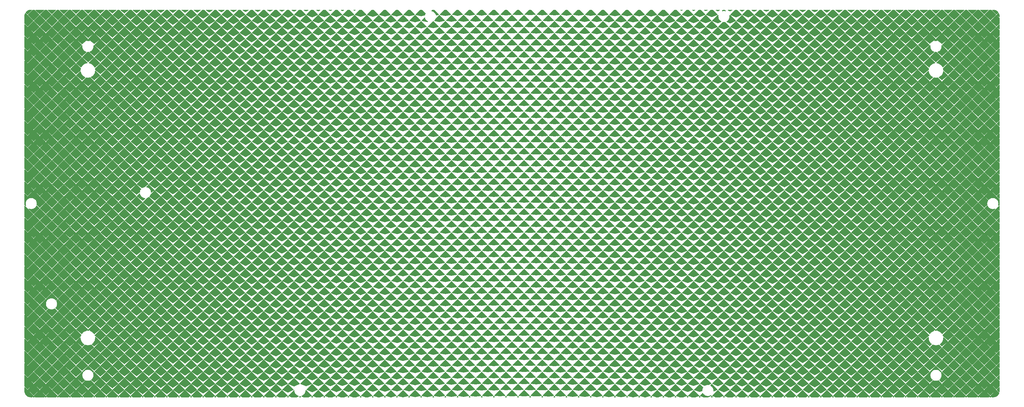
<source format=gbl>
G04 #@! TF.GenerationSoftware,KiCad,Pcbnew,(6.0.6-0)*
G04 #@! TF.CreationDate,2023-02-10T21:58:15+09:00*
G04 #@! TF.ProjectId,bottom-plate,626f7474-6f6d-42d7-906c-6174652e6b69,rev?*
G04 #@! TF.SameCoordinates,Original*
G04 #@! TF.FileFunction,Copper,L2,Bot*
G04 #@! TF.FilePolarity,Positive*
%FSLAX46Y46*%
G04 Gerber Fmt 4.6, Leading zero omitted, Abs format (unit mm)*
G04 Created by KiCad (PCBNEW (6.0.6-0)) date 2023-02-10 21:58:15*
%MOMM*%
%LPD*%
G01*
G04 APERTURE LIST*
G04 APERTURE END LIST*
G04 #@! TA.AperFunction,NonConductor*
G36*
X116220148Y-19578552D02*
G01*
X116266641Y-19632208D01*
X116276745Y-19702482D01*
X116247251Y-19767062D01*
X116193580Y-19803501D01*
X116000968Y-19870786D01*
X115930062Y-19874368D01*
X115917862Y-19870786D01*
X115725250Y-19803501D01*
X115667537Y-19762153D01*
X115641340Y-19696166D01*
X115654976Y-19626491D01*
X115704117Y-19575250D01*
X115766803Y-19558550D01*
X116152027Y-19558550D01*
X116220148Y-19578552D01*
G37*
G04 #@! TD.AperFunction*
G04 #@! TA.AperFunction,NonConductor*
G36*
X211716306Y-19578552D02*
G01*
X211762799Y-19632208D01*
X211772903Y-19702482D01*
X211743409Y-19767062D01*
X211690644Y-19803181D01*
X211461289Y-19885269D01*
X211390413Y-19889392D01*
X211376379Y-19885271D01*
X211147018Y-19803181D01*
X211089622Y-19761393D01*
X211063929Y-19695209D01*
X211078096Y-19625640D01*
X211127627Y-19574775D01*
X211189477Y-19558550D01*
X211648185Y-19558550D01*
X211716306Y-19578552D01*
G37*
G04 #@! TD.AperFunction*
G04 #@! TA.AperFunction,NonConductor*
G36*
X112775420Y-19578552D02*
G01*
X112821913Y-19632208D01*
X112832017Y-19702482D01*
X112802523Y-19767062D01*
X112751161Y-19802669D01*
X112720542Y-19814039D01*
X112467742Y-19907912D01*
X112396921Y-19912875D01*
X112380026Y-19907914D01*
X112127222Y-19814039D01*
X112096603Y-19802669D01*
X112039706Y-19760205D01*
X112014799Y-19693720D01*
X112029790Y-19624324D01*
X112079920Y-19574050D01*
X112140465Y-19558550D01*
X112707299Y-19558550D01*
X112775420Y-19578552D01*
G37*
G04 #@! TD.AperFunction*
G04 #@! TA.AperFunction,NonConductor*
G36*
X215338417Y-19578552D02*
G01*
X215384910Y-19632208D01*
X215395014Y-19702482D01*
X215365520Y-19767062D01*
X215315044Y-19802336D01*
X214999112Y-19922362D01*
X214928330Y-19927857D01*
X214909620Y-19922363D01*
X214593686Y-19802336D01*
X214537109Y-19759445D01*
X214512703Y-19692776D01*
X214528215Y-19623494D01*
X214578721Y-19573598D01*
X214638434Y-19558550D01*
X215270296Y-19558550D01*
X215338417Y-19578552D01*
G37*
G04 #@! TD.AperFunction*
G04 #@! TA.AperFunction,NonConductor*
G36*
X109320403Y-19578552D02*
G01*
X109366896Y-19632208D01*
X109377000Y-19702482D01*
X109347506Y-19767062D01*
X109298403Y-19801805D01*
X108934469Y-19944954D01*
X108863754Y-19951276D01*
X108842227Y-19944954D01*
X108478293Y-19801805D01*
X108422221Y-19758257D01*
X108398595Y-19691307D01*
X108414916Y-19622211D01*
X108466001Y-19572908D01*
X108524414Y-19558550D01*
X109252282Y-19558550D01*
X109320403Y-19578552D01*
G37*
G04 #@! TD.AperFunction*
G04 #@! TA.AperFunction,NonConductor*
G36*
X218950923Y-19578552D02*
G01*
X218997416Y-19632208D01*
X219007520Y-19702482D01*
X218978026Y-19767062D01*
X218929790Y-19801461D01*
X218536886Y-19959375D01*
X218466221Y-19966219D01*
X218442913Y-19959376D01*
X218050008Y-19801461D01*
X217994260Y-19757498D01*
X217971131Y-19690374D01*
X217987962Y-19621402D01*
X218039412Y-19572478D01*
X218096996Y-19558550D01*
X218882802Y-19558550D01*
X218950923Y-19578552D01*
G37*
G04 #@! TD.AperFunction*
G04 #@! TA.AperFunction,NonConductor*
G36*
X105856741Y-19578552D02*
G01*
X105903234Y-19632208D01*
X105913338Y-19702482D01*
X105883844Y-19767062D01*
X105836950Y-19800912D01*
X105753058Y-19835756D01*
X105401143Y-19981921D01*
X105330562Y-19989579D01*
X105304488Y-19981922D01*
X104952570Y-19835756D01*
X104868678Y-19800912D01*
X104813440Y-19756311D01*
X104791084Y-19688926D01*
X104808708Y-19620152D01*
X104860717Y-19571823D01*
X104917008Y-19558550D01*
X105788620Y-19558550D01*
X105856741Y-19578552D01*
G37*
G04 #@! TD.AperFunction*
G04 #@! TA.AperFunction,NonConductor*
G36*
X224099914Y-19578552D02*
G01*
X224120888Y-19595455D01*
X224301580Y-19776147D01*
X224335606Y-19838459D01*
X224330541Y-19909274D01*
X224287994Y-19966110D01*
X224221474Y-19990921D01*
X224183071Y-19987761D01*
X224057216Y-19957546D01*
X224057210Y-19957545D01*
X224052403Y-19956391D01*
X223935928Y-19947224D01*
X223865655Y-19941693D01*
X223865648Y-19941693D01*
X223863199Y-19941500D01*
X223736801Y-19941500D01*
X223734352Y-19941693D01*
X223734345Y-19941693D01*
X223664072Y-19947224D01*
X223547597Y-19956391D01*
X223542790Y-19957545D01*
X223542784Y-19957546D01*
X223399032Y-19992058D01*
X223328124Y-19988511D01*
X223270390Y-19947191D01*
X223244160Y-19881217D01*
X223257763Y-19811536D01*
X223280523Y-19780444D01*
X223465512Y-19595455D01*
X223527824Y-19561429D01*
X223554607Y-19558550D01*
X224031793Y-19558550D01*
X224099914Y-19578552D01*
G37*
G04 #@! TD.AperFunction*
G04 #@! TA.AperFunction,NonConductor*
G36*
X222555324Y-19578552D02*
G01*
X222601817Y-19632208D01*
X222611921Y-19702482D01*
X222582427Y-19767062D01*
X222536380Y-19800557D01*
X222093007Y-19988511D01*
X222074610Y-19996310D01*
X222004086Y-20004481D01*
X221976256Y-19996310D01*
X221957859Y-19988511D01*
X221514486Y-19800557D01*
X221459574Y-19755554D01*
X221437710Y-19688008D01*
X221455836Y-19619364D01*
X221508195Y-19571416D01*
X221563663Y-19558550D01*
X222487203Y-19558550D01*
X222555324Y-19578552D01*
G37*
G04 #@! TD.AperFunction*
G04 #@! TA.AperFunction,NonConductor*
G36*
X102385735Y-19578552D02*
G01*
X102432228Y-19632208D01*
X102442332Y-19702482D01*
X102412838Y-19767062D01*
X102368102Y-19799992D01*
X102258124Y-19848090D01*
X101867768Y-20018810D01*
X101797340Y-20027780D01*
X101766792Y-20018810D01*
X101376436Y-19848090D01*
X101266458Y-19799992D01*
X101212060Y-19754370D01*
X101190962Y-19686581D01*
X101209864Y-19618147D01*
X101262763Y-19570795D01*
X101316946Y-19558550D01*
X102317614Y-19558550D01*
X102385735Y-19578552D01*
G37*
G04 #@! TD.AperFunction*
G04 #@! TA.AperFunction,NonConductor*
G36*
X226152822Y-19578552D02*
G01*
X226199315Y-19632208D01*
X226209419Y-19702482D01*
X226179925Y-19767062D01*
X226136016Y-19799627D01*
X225612281Y-20033172D01*
X225541920Y-20042647D01*
X225509651Y-20033172D01*
X224985917Y-19799627D01*
X224931847Y-19753616D01*
X224911237Y-19685677D01*
X224930629Y-19617380D01*
X224983867Y-19570409D01*
X225037232Y-19558550D01*
X226084701Y-19558550D01*
X226152822Y-19578552D01*
G37*
G04 #@! TD.AperFunction*
G04 #@! TA.AperFunction,NonConductor*
G36*
X98908443Y-19578552D02*
G01*
X98954936Y-19632208D01*
X98965040Y-19702482D01*
X98935546Y-19767062D01*
X98892917Y-19799048D01*
X98857060Y-19815519D01*
X98334340Y-20055630D01*
X98264089Y-20065889D01*
X98229154Y-20055631D01*
X97706432Y-19815519D01*
X97670575Y-19799048D01*
X97617022Y-19752437D01*
X97597170Y-19684272D01*
X97617322Y-19616196D01*
X97671080Y-19569821D01*
X97723170Y-19558550D01*
X98840322Y-19558550D01*
X98908443Y-19578552D01*
G37*
G04 #@! TD.AperFunction*
G04 #@! TA.AperFunction,NonConductor*
G36*
X229744391Y-19578552D02*
G01*
X229790884Y-19632208D01*
X229800988Y-19702482D01*
X229771494Y-19767062D01*
X229729672Y-19798674D01*
X229158611Y-20065889D01*
X229149902Y-20069964D01*
X229079724Y-20080718D01*
X229043098Y-20069964D01*
X229034390Y-20065889D01*
X228463328Y-19798674D01*
X228410106Y-19751686D01*
X228390735Y-19683383D01*
X228411368Y-19615450D01*
X228465452Y-19569456D01*
X228516730Y-19558550D01*
X229676270Y-19558550D01*
X229744391Y-19578552D01*
G37*
G04 #@! TD.AperFunction*
G04 #@! TA.AperFunction,NonConductor*
G36*
X95425732Y-19578552D02*
G01*
X95472225Y-19632208D01*
X95482329Y-19702482D01*
X95452835Y-19767062D01*
X95412260Y-19798082D01*
X95396230Y-19805798D01*
X94800860Y-20092381D01*
X94730806Y-20103904D01*
X94691565Y-20092382D01*
X94096194Y-19805798D01*
X94080164Y-19798082D01*
X94027459Y-19750514D01*
X94008839Y-19682002D01*
X94030214Y-19614300D01*
X94084799Y-19568901D01*
X94134813Y-19558550D01*
X95357611Y-19558550D01*
X95425732Y-19578552D01*
G37*
G04 #@! TD.AperFunction*
G04 #@! TA.AperFunction,NonConductor*
G36*
X233330837Y-19578552D02*
G01*
X233377330Y-19632208D01*
X233387434Y-19702482D01*
X233357940Y-19767062D01*
X233318153Y-19797699D01*
X233093197Y-19907912D01*
X232687470Y-20106690D01*
X232617496Y-20118698D01*
X232576598Y-20106690D01*
X232170871Y-19907912D01*
X231945916Y-19797700D01*
X231893543Y-19749767D01*
X231875398Y-19681128D01*
X231897243Y-19613576D01*
X231952142Y-19568557D01*
X232001352Y-19558550D01*
X233262716Y-19558550D01*
X233330837Y-19578552D01*
G37*
G04 #@! TD.AperFunction*
G04 #@! TA.AperFunction,NonConductor*
G36*
X91938316Y-19578552D02*
G01*
X91984809Y-19632208D01*
X91994913Y-19702482D01*
X91965419Y-19767062D01*
X91926846Y-19797096D01*
X91267329Y-20129068D01*
X91197489Y-20141830D01*
X91154027Y-20129068D01*
X90494510Y-19797096D01*
X90442656Y-19748602D01*
X90425252Y-19679772D01*
X90447822Y-19612459D01*
X90503203Y-19568034D01*
X90551161Y-19558550D01*
X91870195Y-19558550D01*
X91938316Y-19578552D01*
G37*
G04 #@! TD.AperFunction*
G04 #@! TA.AperFunction,NonConductor*
G36*
X236912820Y-19578552D02*
G01*
X236959313Y-19632208D01*
X236969417Y-19702482D01*
X236939923Y-19767062D01*
X236902117Y-19796707D01*
X236796413Y-19850820D01*
X236224985Y-20143353D01*
X236155233Y-20156591D01*
X236110151Y-20143353D01*
X235538723Y-19850820D01*
X235433020Y-19796707D01*
X235381498Y-19747861D01*
X235364563Y-19678913D01*
X235387593Y-19611756D01*
X235443274Y-19567710D01*
X235490437Y-19558550D01*
X236844699Y-19558550D01*
X236912820Y-19578552D01*
G37*
G04 #@! TD.AperFunction*
G04 #@! TA.AperFunction,NonConductor*
G36*
X88446783Y-19578552D02*
G01*
X88493276Y-19632208D01*
X88503380Y-19702482D01*
X88473886Y-19767062D01*
X88437263Y-19796094D01*
X87733745Y-20165694D01*
X87664137Y-20179668D01*
X87616543Y-20165694D01*
X86913025Y-19796094D01*
X86862023Y-19746705D01*
X86845819Y-19677582D01*
X86869557Y-19610672D01*
X86925702Y-19567217D01*
X86971626Y-19558550D01*
X88378662Y-19558550D01*
X88446783Y-19578552D01*
G37*
G04 #@! TD.AperFunction*
G04 #@! TA.AperFunction,NonConductor*
G36*
X240490892Y-19578552D02*
G01*
X240537385Y-19632208D01*
X240547489Y-19702482D01*
X240517995Y-19767062D01*
X240482117Y-19795699D01*
X240198330Y-19947224D01*
X239831005Y-20143353D01*
X239762448Y-20179958D01*
X239692936Y-20194398D01*
X239643756Y-20179958D01*
X239575200Y-20143353D01*
X239207874Y-19947224D01*
X238924087Y-19795699D01*
X238873416Y-19745969D01*
X238857675Y-19676739D01*
X238881862Y-19609989D01*
X238938296Y-19566912D01*
X238983433Y-19558550D01*
X240422771Y-19558550D01*
X240490892Y-19578552D01*
G37*
G04 #@! TD.AperFunction*
G04 #@! TA.AperFunction,NonConductor*
G36*
X84951640Y-19578552D02*
G01*
X84998133Y-19632208D01*
X85008237Y-19702482D01*
X84978743Y-19767062D01*
X84944018Y-19795075D01*
X84200107Y-20202265D01*
X84130749Y-20217427D01*
X84079114Y-20202265D01*
X83335202Y-19795075D01*
X83285052Y-19744823D01*
X83270031Y-19675433D01*
X83294910Y-19608938D01*
X83351789Y-19566450D01*
X83395701Y-19558550D01*
X84883519Y-19558550D01*
X84951640Y-19578552D01*
G37*
G04 #@! TD.AperFunction*
G04 #@! TA.AperFunction,NonConductor*
G36*
X244065523Y-19578552D02*
G01*
X244112016Y-19632208D01*
X244122120Y-19702482D01*
X244092626Y-19767062D01*
X244058628Y-19794675D01*
X243299857Y-20216507D01*
X243230602Y-20232124D01*
X243177416Y-20216507D01*
X242418645Y-19794675D01*
X242368827Y-19744094D01*
X242354263Y-19674607D01*
X242379578Y-19608277D01*
X242436735Y-19566163D01*
X242479870Y-19558550D01*
X243997402Y-19558550D01*
X244065523Y-19578552D01*
G37*
G04 #@! TD.AperFunction*
G04 #@! TA.AperFunction,NonConductor*
G36*
X81453299Y-19578552D02*
G01*
X81499792Y-19632208D01*
X81509896Y-19702482D01*
X81480402Y-19767062D01*
X81447521Y-19794046D01*
X80730552Y-20202265D01*
X80666419Y-20238780D01*
X80597325Y-20255103D01*
X80541733Y-20238780D01*
X80477601Y-20202265D01*
X79760631Y-19794046D01*
X79711330Y-19742958D01*
X79697475Y-19673327D01*
X79723465Y-19607258D01*
X79781049Y-19565730D01*
X79822974Y-19558550D01*
X81385178Y-19558550D01*
X81453299Y-19578552D01*
G37*
G04 #@! TD.AperFunction*
G04 #@! TA.AperFunction,NonConductor*
G36*
X247637107Y-19578552D02*
G01*
X247683600Y-19632208D01*
X247693704Y-19702482D01*
X247664210Y-19767062D01*
X247632036Y-19793641D01*
X247359284Y-19951276D01*
X246837219Y-20253001D01*
X246768231Y-20269770D01*
X246711121Y-20253001D01*
X246189056Y-19951276D01*
X245916305Y-19793641D01*
X245867335Y-19742237D01*
X245853930Y-19672517D01*
X245880346Y-19606618D01*
X245938197Y-19565462D01*
X245979354Y-19558550D01*
X247568986Y-19558550D01*
X247637107Y-19578552D01*
G37*
G04 #@! TD.AperFunction*
G04 #@! TA.AperFunction,NonConductor*
G36*
X77952123Y-19578552D02*
G01*
X77998616Y-19632208D01*
X78008720Y-19702482D01*
X77979226Y-19767062D01*
X77948139Y-19793005D01*
X77132679Y-20275245D01*
X77063862Y-20292703D01*
X77004405Y-20275245D01*
X76188945Y-19793005D01*
X76140491Y-19741113D01*
X76127785Y-19671263D01*
X76154859Y-19605631D01*
X76213118Y-19565056D01*
X76253082Y-19558550D01*
X77884002Y-19558550D01*
X77952123Y-19578552D01*
G37*
G04 #@! TD.AperFunction*
G04 #@! TA.AperFunction,NonConductor*
G36*
X251205979Y-19578552D02*
G01*
X251252472Y-19632208D01*
X251262576Y-19702482D01*
X251233082Y-19767062D01*
X251202681Y-19792596D01*
X250828381Y-20017157D01*
X250374526Y-20289447D01*
X250305822Y-20307340D01*
X250244882Y-20289447D01*
X249791027Y-20017157D01*
X249416728Y-19792596D01*
X249368604Y-19740399D01*
X249356339Y-19670470D01*
X249383828Y-19605011D01*
X249442344Y-19564805D01*
X249481550Y-19558550D01*
X251137858Y-19558550D01*
X251205979Y-19578552D01*
G37*
G04 #@! TD.AperFunction*
G04 #@! TA.AperFunction,NonConductor*
G36*
X74448420Y-19578552D02*
G01*
X74494913Y-19632208D01*
X74505017Y-19702482D01*
X74475523Y-19767062D01*
X74446179Y-19791955D01*
X74103748Y-20001994D01*
X73635107Y-20289447D01*
X73598889Y-20311662D01*
X73530363Y-20330229D01*
X73467129Y-20311662D01*
X73430912Y-20289447D01*
X72962270Y-20001994D01*
X72619839Y-19791955D01*
X72572230Y-19739288D01*
X72560652Y-19669241D01*
X72588783Y-19604056D01*
X72647690Y-19564426D01*
X72685719Y-19558550D01*
X74380299Y-19558550D01*
X74448420Y-19578552D01*
G37*
G04 #@! TD.AperFunction*
G04 #@! TA.AperFunction,NonConductor*
G36*
X254772432Y-19578552D02*
G01*
X254818925Y-19632208D01*
X254829029Y-19702482D01*
X254799535Y-19767062D01*
X254770856Y-19791544D01*
X253911783Y-20325847D01*
X253843374Y-20344839D01*
X253778693Y-20325847D01*
X252919620Y-19791544D01*
X252872338Y-19738582D01*
X252861196Y-19668465D01*
X252889730Y-19603455D01*
X252948882Y-19564192D01*
X252986165Y-19558550D01*
X254704311Y-19558550D01*
X254772432Y-19578552D01*
G37*
G04 #@! TD.AperFunction*
G04 #@! TA.AperFunction,NonConductor*
G36*
X70942452Y-19578552D02*
G01*
X70988945Y-19632208D01*
X70999049Y-19702482D01*
X70969555Y-19767062D01*
X70941903Y-19790899D01*
X70065047Y-20348035D01*
X69996824Y-20367684D01*
X69929903Y-20348035D01*
X69053047Y-19790899D01*
X69006278Y-19737484D01*
X68995810Y-19667263D01*
X69024969Y-19602531D01*
X69084496Y-19563839D01*
X69120619Y-19558550D01*
X70874331Y-19558550D01*
X70942452Y-19578552D01*
G37*
G04 #@! TD.AperFunction*
G04 #@! TA.AperFunction,NonConductor*
G36*
X258336713Y-19578552D02*
G01*
X258383206Y-19632208D01*
X258393310Y-19702482D01*
X258363816Y-19767062D01*
X258336810Y-19790485D01*
X258247355Y-19848090D01*
X257448989Y-20362203D01*
X257380888Y-20382268D01*
X257312555Y-20362203D01*
X256514189Y-19848090D01*
X256424734Y-19790485D01*
X256378290Y-19736787D01*
X256368251Y-19666504D01*
X256397803Y-19601950D01*
X256457565Y-19563621D01*
X256492952Y-19558550D01*
X258268592Y-19558550D01*
X258336713Y-19578552D01*
G37*
G04 #@! TD.AperFunction*
G04 #@! TA.AperFunction,NonConductor*
G36*
X67434450Y-19578552D02*
G01*
X67480943Y-19632208D01*
X67491047Y-19702482D01*
X67461553Y-19767062D01*
X67435543Y-19789837D01*
X66559772Y-20365554D01*
X66531155Y-20384366D01*
X66463245Y-20405072D01*
X66392727Y-20384366D01*
X66364111Y-20365554D01*
X65488339Y-19789837D01*
X65442404Y-19735703D01*
X65433028Y-19665329D01*
X65463188Y-19601057D01*
X65523308Y-19563293D01*
X65557553Y-19558550D01*
X67366329Y-19558550D01*
X67434450Y-19578552D01*
G37*
G04 #@! TD.AperFunction*
G04 #@! TA.AperFunction,NonConductor*
G36*
X261899039Y-19578552D02*
G01*
X261945532Y-19632208D01*
X261955636Y-19702482D01*
X261926142Y-19767062D01*
X261900759Y-19789422D01*
X260986147Y-20398518D01*
X260918362Y-20419629D01*
X260846465Y-20398518D01*
X259931853Y-19789422D01*
X259886242Y-19735015D01*
X259877286Y-19664586D01*
X259907828Y-19600495D01*
X259968173Y-19563091D01*
X260001694Y-19558550D01*
X261830918Y-19558550D01*
X261899039Y-19578552D01*
G37*
G04 #@! TD.AperFunction*
G04 #@! TA.AperFunction,NonConductor*
G36*
X63924612Y-19578552D02*
G01*
X63971105Y-19632208D01*
X63981209Y-19702482D01*
X63951715Y-19767062D01*
X63927298Y-19788772D01*
X63688508Y-19951003D01*
X63014225Y-20409102D01*
X62997214Y-20420659D01*
X62929627Y-20442396D01*
X62855600Y-20420659D01*
X62838590Y-20409102D01*
X62164306Y-19951003D01*
X61925516Y-19788772D01*
X61880409Y-19733946D01*
X61872104Y-19663437D01*
X61903238Y-19599631D01*
X61963926Y-19562786D01*
X61996323Y-19558550D01*
X63856491Y-19558550D01*
X63924612Y-19578552D01*
G37*
G04 #@! TD.AperFunction*
G04 #@! TA.AperFunction,NonConductor*
G36*
X265459601Y-19578552D02*
G01*
X265506094Y-19632208D01*
X265516198Y-19702482D01*
X265486704Y-19767062D01*
X265462895Y-19788357D01*
X265443347Y-19801805D01*
X264523255Y-20434796D01*
X264455796Y-20456927D01*
X264387081Y-20439074D01*
X264380425Y-20434796D01*
X264030991Y-20194398D01*
X263440784Y-19788357D01*
X263395998Y-19733268D01*
X263388106Y-19662711D01*
X263419612Y-19599088D01*
X263480514Y-19562599D01*
X263512199Y-19558550D01*
X265391480Y-19558550D01*
X265459601Y-19578552D01*
G37*
G04 #@! TD.AperFunction*
G04 #@! TA.AperFunction,NonConductor*
G36*
X60413111Y-19578552D02*
G01*
X60459604Y-19632208D01*
X60469708Y-19702482D01*
X60440214Y-19767062D01*
X60417342Y-19787706D01*
X59463225Y-20456914D01*
X59395970Y-20479655D01*
X59327095Y-20462425D01*
X59318521Y-20456914D01*
X58364404Y-19787706D01*
X58320119Y-19732214D01*
X58312866Y-19661588D01*
X58344947Y-19598253D01*
X58406177Y-19562317D01*
X58436756Y-19558550D01*
X60344990Y-19558550D01*
X60413111Y-19578552D01*
G37*
G04 #@! TD.AperFunction*
G04 #@! TA.AperFunction,NonConductor*
G36*
X269018563Y-19578552D02*
G01*
X269065056Y-19632208D01*
X269075160Y-19702482D01*
X269045666Y-19767062D01*
X269023384Y-19787290D01*
X268645424Y-20055630D01*
X268060314Y-20471039D01*
X267993190Y-20494165D01*
X267924219Y-20477329D01*
X267914438Y-20471044D01*
X267329322Y-20055630D01*
X266951362Y-19787290D01*
X266907396Y-19731545D01*
X266900547Y-19660879D01*
X266932991Y-19597729D01*
X266994425Y-19562144D01*
X267024304Y-19558550D01*
X268950442Y-19558550D01*
X269018563Y-19578552D01*
G37*
G04 #@! TD.AperFunction*
G04 #@! TA.AperFunction,NonConductor*
G36*
X56900103Y-19578552D02*
G01*
X56946596Y-19632208D01*
X56956700Y-19702482D01*
X56927206Y-19767062D01*
X56905832Y-19786639D01*
X56882965Y-19803181D01*
X55929189Y-20493136D01*
X55862272Y-20516856D01*
X55793154Y-20500633D01*
X55781489Y-20493136D01*
X54827713Y-19803181D01*
X54804846Y-19786639D01*
X54761376Y-19730506D01*
X54755154Y-19659783D01*
X54788156Y-19596923D01*
X54849904Y-19561884D01*
X54878696Y-19558550D01*
X56831982Y-19558550D01*
X56900103Y-19578552D01*
G37*
G04 #@! TD.AperFunction*
G04 #@! TA.AperFunction,NonConductor*
G36*
X272576072Y-19578552D02*
G01*
X272622565Y-19632208D01*
X272632669Y-19702482D01*
X272603175Y-19767062D01*
X272582373Y-19786223D01*
X271597329Y-20507247D01*
X271530546Y-20531342D01*
X271461338Y-20515507D01*
X271448485Y-20507247D01*
X270463441Y-19786223D01*
X270420287Y-19729847D01*
X270414462Y-19659090D01*
X270447816Y-19596416D01*
X270509760Y-19561724D01*
X270537863Y-19558550D01*
X272507951Y-19558550D01*
X272576072Y-19578552D01*
G37*
G04 #@! TD.AperFunction*
G04 #@! TA.AperFunction,NonConductor*
G36*
X53385720Y-19578552D02*
G01*
X53432213Y-19632208D01*
X53442317Y-19702482D01*
X53412823Y-19767062D01*
X53392902Y-19785572D01*
X52716930Y-20289440D01*
X52395107Y-20529326D01*
X52328536Y-20554000D01*
X52259193Y-20538767D01*
X52244503Y-20529326D01*
X51922680Y-20289440D01*
X51246709Y-19785572D01*
X51204046Y-19728824D01*
X51198836Y-19658019D01*
X51232733Y-19595637D01*
X51294975Y-19561485D01*
X51322011Y-19558550D01*
X53317599Y-19558550D01*
X53385720Y-19578552D01*
G37*
G04 #@! TD.AperFunction*
G04 #@! TA.AperFunction,NonConductor*
G36*
X276132256Y-19578552D02*
G01*
X276178749Y-19632208D01*
X276188853Y-19702482D01*
X276159359Y-19767062D01*
X276139991Y-19785158D01*
X275134297Y-20543426D01*
X275067862Y-20568465D01*
X274998437Y-20553613D01*
X274982585Y-20543426D01*
X273976891Y-19785158D01*
X273934540Y-19728176D01*
X273929719Y-19657343D01*
X273963959Y-19595148D01*
X274026388Y-19561338D01*
X274052747Y-19558550D01*
X276064135Y-19558550D01*
X276132256Y-19578552D01*
G37*
G04 #@! TD.AperFunction*
G04 #@! TA.AperFunction,NonConductor*
G36*
X49870084Y-19578552D02*
G01*
X49916577Y-19632208D01*
X49926681Y-19702482D01*
X49897187Y-19767062D01*
X49878672Y-19784509D01*
X48860980Y-20565487D01*
X48794761Y-20591091D01*
X48725211Y-20576829D01*
X48707562Y-20565487D01*
X47689870Y-19784509D01*
X47648006Y-19727169D01*
X47643787Y-19656298D01*
X47678554Y-19594397D01*
X47741269Y-19561118D01*
X47766579Y-19558550D01*
X49801963Y-19558550D01*
X49870084Y-19578552D01*
G37*
G04 #@! TD.AperFunction*
G04 #@! TA.AperFunction,NonConductor*
G36*
X279687228Y-19578552D02*
G01*
X279733721Y-19632208D01*
X279743825Y-19702482D01*
X279714331Y-19767062D01*
X279696352Y-19784095D01*
X278671220Y-20579576D01*
X278605139Y-20605535D01*
X278535514Y-20591648D01*
X278516730Y-20579576D01*
X277491598Y-19784095D01*
X277450042Y-19726531D01*
X277446205Y-19655638D01*
X277481304Y-19593925D01*
X277544196Y-19560984D01*
X277568843Y-19558550D01*
X279619107Y-19558550D01*
X279687228Y-19578552D01*
G37*
G04 #@! TD.AperFunction*
G04 #@! TA.AperFunction,NonConductor*
G36*
X46353300Y-19578552D02*
G01*
X46399793Y-19632208D01*
X46409897Y-19702482D01*
X46380403Y-19767062D01*
X46363250Y-19783449D01*
X45326808Y-20601621D01*
X45260946Y-20628129D01*
X45191208Y-20614822D01*
X45170666Y-20601621D01*
X44134224Y-19783449D01*
X44093149Y-19725540D01*
X44089902Y-19654618D01*
X44125514Y-19593199D01*
X44188678Y-19560783D01*
X44212295Y-19558550D01*
X46285179Y-19558550D01*
X46353300Y-19578552D01*
G37*
G04 #@! TD.AperFunction*
G04 #@! TA.AperFunction,NonConductor*
G36*
X283241093Y-19578552D02*
G01*
X283287586Y-19632208D01*
X283297690Y-19702482D01*
X283268196Y-19767062D01*
X283251562Y-19783036D01*
X283104405Y-19900465D01*
X282208098Y-20615702D01*
X282142378Y-20642557D01*
X282072570Y-20629617D01*
X282050922Y-20615704D01*
X281154613Y-19900465D01*
X281007456Y-19783036D01*
X280966686Y-19724913D01*
X280963812Y-19653974D01*
X280999747Y-19592743D01*
X281063081Y-19560661D01*
X281086046Y-19558550D01*
X283172972Y-19558550D01*
X283241093Y-19578552D01*
G37*
G04 #@! TD.AperFunction*
G04 #@! TA.AperFunction,NonConductor*
G36*
X42835463Y-19578552D02*
G01*
X42881956Y-19632208D01*
X42892060Y-19702482D01*
X42862566Y-19767062D01*
X42846732Y-19782393D01*
X41792593Y-20637731D01*
X41727093Y-20665120D01*
X41657182Y-20652749D01*
X41633813Y-20637731D01*
X40579674Y-19782393D01*
X40539379Y-19723939D01*
X40537083Y-19652979D01*
X40573516Y-19592043D01*
X40637109Y-19560478D01*
X40659064Y-19558550D01*
X42767342Y-19558550D01*
X42835463Y-19578552D01*
G37*
G04 #@! TD.AperFunction*
G04 #@! TA.AperFunction,NonConductor*
G36*
X286793936Y-19578552D02*
G01*
X286840429Y-19632208D01*
X286850533Y-19702482D01*
X286821039Y-19767062D01*
X286805708Y-19781982D01*
X286165017Y-20307340D01*
X285818295Y-20591648D01*
X285744936Y-20651801D01*
X285679578Y-20679528D01*
X285609604Y-20667517D01*
X285585150Y-20651801D01*
X285511792Y-20591648D01*
X285165069Y-20307340D01*
X284524378Y-19781982D01*
X284484385Y-19723322D01*
X284482455Y-19652351D01*
X284519200Y-19591604D01*
X284582955Y-19560366D01*
X284604271Y-19558550D01*
X286725815Y-19558550D01*
X286793936Y-19578552D01*
G37*
G04 #@! TD.AperFunction*
G04 #@! TA.AperFunction,NonConductor*
G36*
X39316658Y-19578552D02*
G01*
X39363151Y-19632208D01*
X39373255Y-19702482D01*
X39343761Y-19767062D01*
X39329205Y-19781342D01*
X38258338Y-20673816D01*
X38193202Y-20702063D01*
X38123135Y-20690611D01*
X38097002Y-20673816D01*
X37244218Y-19963096D01*
X37026134Y-19781342D01*
X36986610Y-19722364D01*
X36985246Y-19651381D01*
X37022475Y-19590928D01*
X37086477Y-19560200D01*
X37106802Y-19558550D01*
X39248537Y-19558550D01*
X39316658Y-19578552D01*
G37*
G04 #@! TD.AperFunction*
G04 #@! TA.AperFunction,NonConductor*
G36*
X290345841Y-19578552D02*
G01*
X290392334Y-19632208D01*
X290402438Y-19702482D01*
X290372944Y-19767062D01*
X290358875Y-19780934D01*
X289281732Y-20687878D01*
X289216739Y-20716453D01*
X289146616Y-20705354D01*
X289119422Y-20687878D01*
X288042279Y-19780934D01*
X288003053Y-19721758D01*
X288002047Y-19650769D01*
X288039580Y-19590505D01*
X288103737Y-19560099D01*
X288123434Y-19558550D01*
X290277720Y-19558550D01*
X290345841Y-19578552D01*
G37*
G04 #@! TD.AperFunction*
G04 #@! TA.AperFunction,NonConductor*
G36*
X35796961Y-19578552D02*
G01*
X35843454Y-19632208D01*
X35853558Y-19702482D01*
X35824064Y-19767062D01*
X35810745Y-19780297D01*
X34993180Y-20479655D01*
X34724040Y-20709882D01*
X34659273Y-20738963D01*
X34589065Y-20728412D01*
X34560232Y-20709882D01*
X34291092Y-20479655D01*
X33473528Y-19780298D01*
X33434764Y-19720817D01*
X33434312Y-19649822D01*
X33472315Y-19589853D01*
X33536706Y-19559949D01*
X33555432Y-19558550D01*
X35728840Y-19558550D01*
X35796961Y-19578552D01*
G37*
G04 #@! TD.AperFunction*
G04 #@! TA.AperFunction,NonConductor*
G36*
X293896880Y-19578552D02*
G01*
X293943373Y-19632208D01*
X293953477Y-19702482D01*
X293923983Y-19767062D01*
X293911135Y-19779893D01*
X293668441Y-19989579D01*
X292820198Y-20722457D01*
X292818487Y-20723935D01*
X292753864Y-20753335D01*
X292683604Y-20743130D01*
X292653735Y-20723935D01*
X292652025Y-20722457D01*
X291803781Y-19989579D01*
X291561087Y-19779893D01*
X291522618Y-19720222D01*
X291522516Y-19649225D01*
X291560814Y-19589444D01*
X291625352Y-19559858D01*
X291643463Y-19558550D01*
X293828759Y-19558550D01*
X293896880Y-19578552D01*
G37*
G04 #@! TD.AperFunction*
G04 #@! TA.AperFunction,NonConductor*
G36*
X32276437Y-19578552D02*
G01*
X32322930Y-19632208D01*
X32333034Y-19702482D01*
X32303540Y-19767062D01*
X32291420Y-19779258D01*
X31189702Y-20745928D01*
X31125307Y-20775820D01*
X31054971Y-20766152D01*
X31023503Y-20745928D01*
X29921786Y-19779260D01*
X29883774Y-19719298D01*
X29884214Y-19648303D01*
X29922968Y-19588816D01*
X29987730Y-19559724D01*
X30004888Y-19558550D01*
X32208316Y-19558550D01*
X32276437Y-19578552D01*
G37*
G04 #@! TD.AperFunction*
G04 #@! TA.AperFunction,NonConductor*
G36*
X297447122Y-19578552D02*
G01*
X297493615Y-19632208D01*
X297503719Y-19702482D01*
X297474225Y-19767062D01*
X297462561Y-19778856D01*
X296376565Y-20741046D01*
X296355202Y-20759974D01*
X296290951Y-20790177D01*
X296220570Y-20780849D01*
X296188088Y-20759974D01*
X296166725Y-20741046D01*
X295080732Y-19778858D01*
X295043009Y-19718713D01*
X295043792Y-19647721D01*
X295082832Y-19588422D01*
X295147734Y-19559642D01*
X295164289Y-19558550D01*
X297379001Y-19558550D01*
X297447122Y-19578552D01*
G37*
G04 #@! TD.AperFunction*
G04 #@! TA.AperFunction,NonConductor*
G36*
X28755150Y-19578552D02*
G01*
X28801643Y-19632208D01*
X28811747Y-19702482D01*
X28782253Y-19767062D01*
X28771293Y-19778228D01*
X27655327Y-20781955D01*
X27591304Y-20812636D01*
X27520855Y-20803834D01*
X27486810Y-20781955D01*
X26370846Y-19778231D01*
X26333575Y-19717806D01*
X26334888Y-19646822D01*
X26374370Y-19587816D01*
X26439485Y-19559522D01*
X26455107Y-19558550D01*
X28687029Y-19558550D01*
X28755150Y-19578552D01*
G37*
G04 #@! TD.AperFunction*
G04 #@! TA.AperFunction,NonConductor*
G36*
X300996620Y-19578552D02*
G01*
X301043113Y-19632208D01*
X301053217Y-19702482D01*
X301023723Y-19767062D01*
X301013200Y-19777833D01*
X299891880Y-20795993D01*
X299828001Y-20826978D01*
X299757512Y-20818508D01*
X299722478Y-20795993D01*
X298601158Y-19777833D01*
X298564171Y-19717232D01*
X298565820Y-19646254D01*
X298605580Y-19587435D01*
X298670828Y-19559450D01*
X298685859Y-19558550D01*
X300928499Y-19558550D01*
X300996620Y-19578552D01*
G37*
G04 #@! TD.AperFunction*
G04 #@! TA.AperFunction,NonConductor*
G36*
X25233155Y-19578552D02*
G01*
X25279648Y-19632208D01*
X25289752Y-19702482D01*
X25260258Y-19767062D01*
X25250415Y-19777211D01*
X25021911Y-19987761D01*
X24121421Y-20817498D01*
X24120915Y-20817964D01*
X24057264Y-20849415D01*
X23986715Y-20841461D01*
X23950153Y-20817964D01*
X23949648Y-20817498D01*
X23049157Y-19987761D01*
X22820653Y-19777211D01*
X22784111Y-19716341D01*
X22786278Y-19645378D01*
X22826467Y-19586851D01*
X22891918Y-19559343D01*
X22906034Y-19558550D01*
X25165034Y-19558550D01*
X25233155Y-19578552D01*
G37*
G04 #@! TD.AperFunction*
G04 #@! TA.AperFunction,NonConductor*
G36*
X302388767Y-19560051D02*
G01*
X302390861Y-19560377D01*
X302403319Y-19562317D01*
X302412463Y-19563741D01*
X302428757Y-19561611D01*
X302453329Y-19560818D01*
X302590651Y-19569821D01*
X302654941Y-19574036D01*
X302671282Y-19576188D01*
X302895330Y-19620759D01*
X302911249Y-19625024D01*
X303011600Y-19659090D01*
X303127586Y-19698464D01*
X303142804Y-19704768D01*
X303347693Y-19805812D01*
X303361966Y-19814053D01*
X303551905Y-19940970D01*
X303564981Y-19951003D01*
X303736738Y-20101634D01*
X303748392Y-20113288D01*
X303871168Y-20253290D01*
X303901044Y-20317695D01*
X303891358Y-20388028D01*
X303862243Y-20428633D01*
X303825908Y-20462425D01*
X303428520Y-20831998D01*
X303365015Y-20863742D01*
X303294430Y-20856114D01*
X303256904Y-20831998D01*
X302736517Y-20348035D01*
X302122307Y-19776816D01*
X302086046Y-19715778D01*
X302088541Y-19644825D01*
X302129000Y-19586485D01*
X302194577Y-19559279D01*
X302208115Y-19558550D01*
X302369380Y-19558550D01*
X302388767Y-19560051D01*
G37*
G04 #@! TD.AperFunction*
G04 #@! TA.AperFunction,NonConductor*
G36*
X21710505Y-19578552D02*
G01*
X21756998Y-19632208D01*
X21767102Y-19702482D01*
X21737608Y-19767062D01*
X21728853Y-19776195D01*
X20586464Y-20853961D01*
X20523191Y-20886158D01*
X20452552Y-20879035D01*
X20413536Y-20853960D01*
X19975732Y-20440922D01*
X19939908Y-20379626D01*
X19942910Y-20308693D01*
X19967465Y-20266195D01*
X20101571Y-20113276D01*
X20113226Y-20101621D01*
X20284987Y-19950991D01*
X20298062Y-19940958D01*
X20488009Y-19814039D01*
X20502283Y-19805798D01*
X20707173Y-19704758D01*
X20722399Y-19698451D01*
X20938726Y-19625017D01*
X20954647Y-19620751D01*
X21178709Y-19576183D01*
X21195049Y-19574032D01*
X21326368Y-19565424D01*
X21389487Y-19561287D01*
X21412600Y-19562317D01*
X21416104Y-19562360D01*
X21424974Y-19563741D01*
X21433876Y-19562577D01*
X21433878Y-19562577D01*
X21450699Y-19560377D01*
X21456536Y-19559614D01*
X21472871Y-19558550D01*
X21642384Y-19558550D01*
X21710505Y-19578552D01*
G37*
G04 #@! TD.AperFunction*
G04 #@! TA.AperFunction,NonConductor*
G36*
X163995837Y-19578552D02*
G01*
X164016811Y-19595455D01*
X165259662Y-20838306D01*
X165293688Y-20900618D01*
X165288623Y-20971433D01*
X165246076Y-21028269D01*
X165178525Y-21053149D01*
X163697081Y-21146897D01*
X163681165Y-21146897D01*
X162199721Y-21053149D01*
X162133000Y-21028885D01*
X162089988Y-20972400D01*
X162084343Y-20901629D01*
X162118584Y-20838306D01*
X163361435Y-19595455D01*
X163423747Y-19561429D01*
X163450530Y-19558550D01*
X163927716Y-19558550D01*
X163995837Y-19578552D01*
G37*
G04 #@! TD.AperFunction*
G04 #@! TA.AperFunction,NonConductor*
G36*
X167531371Y-19578552D02*
G01*
X167552345Y-19595455D01*
X168797419Y-20840529D01*
X168831445Y-20902841D01*
X168826380Y-20973656D01*
X168783833Y-21030492D01*
X168717355Y-21055300D01*
X167233688Y-21161915D01*
X167215626Y-21161915D01*
X165731959Y-21055300D01*
X165665447Y-21030467D01*
X165622920Y-20973617D01*
X165617879Y-20902799D01*
X165651895Y-20840529D01*
X166896969Y-19595455D01*
X166959281Y-19561429D01*
X166986064Y-19558550D01*
X167463250Y-19558550D01*
X167531371Y-19578552D01*
G37*
G04 #@! TD.AperFunction*
G04 #@! TA.AperFunction,NonConductor*
G36*
X160460303Y-19578552D02*
G01*
X160481277Y-19595455D01*
X161729744Y-20843922D01*
X161763770Y-20906234D01*
X161758705Y-20977049D01*
X161716158Y-21033885D01*
X161651356Y-21058561D01*
X161155810Y-21100824D01*
X160164294Y-21185386D01*
X160142884Y-21185386D01*
X159151368Y-21100824D01*
X158655822Y-21058561D01*
X158589647Y-21032843D01*
X158547882Y-20975430D01*
X158543786Y-20904552D01*
X158577434Y-20843922D01*
X159825901Y-19595455D01*
X159888213Y-19561429D01*
X159914996Y-19558550D01*
X160392182Y-19558550D01*
X160460303Y-19578552D01*
G37*
G04 #@! TD.AperFunction*
G04 #@! TA.AperFunction,NonConductor*
G36*
X171066905Y-19578552D02*
G01*
X171087879Y-19595455D01*
X172338458Y-20846034D01*
X172372484Y-20908346D01*
X172367419Y-20979161D01*
X172324872Y-21035997D01*
X172261138Y-21060578D01*
X171336147Y-21147401D01*
X170771963Y-21200357D01*
X170748419Y-21200357D01*
X170184235Y-21147401D01*
X169259244Y-21060578D01*
X169193291Y-21034297D01*
X169152015Y-20976531D01*
X169148523Y-20905621D01*
X169181924Y-20846034D01*
X170432503Y-19595455D01*
X170494815Y-19561429D01*
X170521598Y-19558550D01*
X170998784Y-19558550D01*
X171066905Y-19578552D01*
G37*
G04 #@! TD.AperFunction*
G04 #@! TA.AperFunction,NonConductor*
G36*
X156924769Y-19578552D02*
G01*
X156945743Y-19595455D01*
X158199548Y-20849260D01*
X158233574Y-20911572D01*
X158228509Y-20982387D01*
X158185962Y-21039223D01*
X158123894Y-21063636D01*
X156631495Y-21223754D01*
X156604615Y-21223754D01*
X155112216Y-21063636D01*
X155046617Y-21036481D01*
X155006114Y-20978172D01*
X155003564Y-20907221D01*
X155036562Y-20849260D01*
X156290367Y-19595455D01*
X156352679Y-19561429D01*
X156379462Y-19558550D01*
X156856648Y-19558550D01*
X156924769Y-19578552D01*
G37*
G04 #@! TD.AperFunction*
G04 #@! TA.AperFunction,NonConductor*
G36*
X139247100Y-19578552D02*
G01*
X139268074Y-19595455D01*
X140544945Y-20872326D01*
X140578971Y-20934638D01*
X140573906Y-21005453D01*
X140531359Y-21062289D01*
X140482606Y-21084547D01*
X139828370Y-21226717D01*
X139757556Y-21221637D01*
X139700729Y-21179078D01*
X139679096Y-21133006D01*
X139660663Y-21056230D01*
X139660661Y-21056223D01*
X139659505Y-21051409D01*
X139657380Y-21046278D01*
X139564511Y-20822072D01*
X139564509Y-20822068D01*
X139562616Y-20817498D01*
X139430328Y-20601624D01*
X139265898Y-20409102D01*
X139261180Y-20405072D01*
X139214910Y-20365554D01*
X139073376Y-20244672D01*
X138875168Y-20123210D01*
X138861722Y-20114970D01*
X138857502Y-20112384D01*
X138852932Y-20110491D01*
X138852928Y-20110489D01*
X138628164Y-20017389D01*
X138628162Y-20017388D01*
X138623591Y-20015495D01*
X138567355Y-20001994D01*
X138494859Y-19984589D01*
X138433290Y-19949237D01*
X138400607Y-19886210D01*
X138407188Y-19815519D01*
X138435178Y-19772975D01*
X138612698Y-19595455D01*
X138675010Y-19561429D01*
X138701793Y-19558550D01*
X139178979Y-19558550D01*
X139247100Y-19578552D01*
G37*
G04 #@! TD.AperFunction*
G04 #@! TA.AperFunction,NonConductor*
G36*
X174602439Y-19578552D02*
G01*
X174623413Y-19595455D01*
X175879227Y-20851269D01*
X175913253Y-20913581D01*
X175908188Y-20984396D01*
X175865641Y-21041232D01*
X175804634Y-21065527D01*
X174310224Y-21238679D01*
X174281226Y-21238679D01*
X172786816Y-21065527D01*
X172721450Y-21037817D01*
X172681442Y-20979167D01*
X172679493Y-20908197D01*
X172712223Y-20851269D01*
X173968037Y-19595455D01*
X174030349Y-19561429D01*
X174057132Y-19558550D01*
X174534318Y-19558550D01*
X174602439Y-19578552D01*
G37*
G04 #@! TD.AperFunction*
G04 #@! TA.AperFunction,NonConductor*
G36*
X153389235Y-19578552D02*
G01*
X153410209Y-19595455D01*
X154669091Y-20854337D01*
X154703117Y-20916649D01*
X154698052Y-20987464D01*
X154655505Y-21044300D01*
X154596152Y-21068392D01*
X153988962Y-21146897D01*
X153098677Y-21262004D01*
X153066365Y-21262004D01*
X152068642Y-21133006D01*
X151568891Y-21068392D01*
X151503897Y-21039820D01*
X151464668Y-20980646D01*
X151463658Y-20909656D01*
X151495952Y-20854337D01*
X152754833Y-19595455D01*
X152817145Y-19561430D01*
X152843928Y-19558550D01*
X153321114Y-19558550D01*
X153389235Y-19578552D01*
G37*
G04 #@! TD.AperFunction*
G04 #@! TA.AperFunction,NonConductor*
G36*
X178137973Y-19578552D02*
G01*
X178158947Y-19595455D01*
X179419741Y-20856249D01*
X179453767Y-20918561D01*
X179448702Y-20989376D01*
X179406155Y-21046212D01*
X179347855Y-21070163D01*
X177848468Y-21276884D01*
X177814050Y-21276884D01*
X176314663Y-21070163D01*
X176249913Y-21041045D01*
X176211184Y-20981542D01*
X176210772Y-20910547D01*
X176242777Y-20856249D01*
X177503571Y-19595455D01*
X177565883Y-19561429D01*
X177592666Y-19558550D01*
X178069852Y-19558550D01*
X178137973Y-19578552D01*
G37*
G04 #@! TD.AperFunction*
G04 #@! TA.AperFunction,NonConductor*
G36*
X149853702Y-19578552D02*
G01*
X149874676Y-19595455D01*
X151138389Y-20859168D01*
X151172415Y-20921480D01*
X151167350Y-20992295D01*
X151124803Y-21049131D01*
X151068143Y-21072845D01*
X149565837Y-21300139D01*
X149528139Y-21300139D01*
X148025833Y-21072845D01*
X147961471Y-21042878D01*
X147923528Y-20982871D01*
X147924050Y-20911876D01*
X147955587Y-20859168D01*
X149219300Y-19595455D01*
X149281612Y-19561429D01*
X149308395Y-19558550D01*
X149785581Y-19558550D01*
X149853702Y-19578552D01*
G37*
G04 #@! TD.AperFunction*
G04 #@! TA.AperFunction,NonConductor*
G36*
X181673507Y-19578552D02*
G01*
X181694481Y-19595455D01*
X182960014Y-20860988D01*
X182994040Y-20923300D01*
X182988975Y-20994115D01*
X182946428Y-21050951D01*
X182890811Y-21074503D01*
X182524880Y-21133006D01*
X181386684Y-21314974D01*
X181346902Y-21314974D01*
X180208706Y-21133006D01*
X179842775Y-21074503D01*
X179778667Y-21043998D01*
X179741227Y-20983675D01*
X179742344Y-20912687D01*
X179773572Y-20860988D01*
X181039105Y-19595455D01*
X181101417Y-19561429D01*
X181128200Y-19558550D01*
X181605386Y-19558550D01*
X181673507Y-19578552D01*
G37*
G04 #@! TD.AperFunction*
G04 #@! TA.AperFunction,NonConductor*
G36*
X146318168Y-19578552D02*
G01*
X146339142Y-19595455D01*
X147607455Y-20863768D01*
X147641481Y-20926080D01*
X147636416Y-20996895D01*
X147593869Y-21053731D01*
X147539876Y-21077012D01*
X147049960Y-21161915D01*
X146032969Y-21338159D01*
X145989939Y-21338159D01*
X144972948Y-21161915D01*
X144483032Y-21077012D01*
X144419328Y-21045672D01*
X144382680Y-20984866D01*
X144384724Y-20913899D01*
X144415453Y-20863768D01*
X145683766Y-19595455D01*
X145746078Y-19561429D01*
X145772861Y-19558550D01*
X146250047Y-19558550D01*
X146318168Y-19578552D01*
G37*
G04 #@! TD.AperFunction*
G04 #@! TA.AperFunction,NonConductor*
G36*
X185209041Y-19578552D02*
G01*
X185230015Y-19595455D01*
X186500062Y-20865502D01*
X186534088Y-20927814D01*
X186529023Y-20998629D01*
X186486476Y-21055465D01*
X186433515Y-21078562D01*
X185635225Y-21223754D01*
X184924874Y-21352951D01*
X184879780Y-21352951D01*
X184169429Y-21223754D01*
X183371139Y-21078563D01*
X183307698Y-21046694D01*
X183271557Y-20985585D01*
X183274191Y-20914638D01*
X183304592Y-20865502D01*
X184574639Y-19595455D01*
X184636951Y-19561429D01*
X184663734Y-19558550D01*
X185140920Y-19558550D01*
X185209041Y-19578552D01*
G37*
G04 #@! TD.AperFunction*
G04 #@! TA.AperFunction,NonConductor*
G36*
X142782634Y-19578552D02*
G01*
X142803608Y-19595455D01*
X144076302Y-20868149D01*
X144110328Y-20930461D01*
X144105263Y-21001276D01*
X144062716Y-21058112D01*
X144011359Y-21080908D01*
X142500072Y-21376069D01*
X142451768Y-21376069D01*
X140940481Y-21080908D01*
X140877457Y-21048219D01*
X140842112Y-20986646D01*
X140845665Y-20915739D01*
X140875538Y-20868149D01*
X142148232Y-19595455D01*
X142210544Y-19561429D01*
X142237327Y-19558550D01*
X142714513Y-19558550D01*
X142782634Y-19578552D01*
G37*
G04 #@! TD.AperFunction*
G04 #@! TA.AperFunction,NonConductor*
G36*
X188744575Y-19578552D02*
G01*
X188765549Y-19595455D01*
X190039895Y-20869802D01*
X190073921Y-20932114D01*
X190068856Y-21002930D01*
X190026309Y-21059765D01*
X189975972Y-21082356D01*
X188779233Y-21326350D01*
X188512233Y-21380786D01*
X188463032Y-21390817D01*
X188412690Y-21390817D01*
X188363490Y-21380786D01*
X188040694Y-21314974D01*
X186899749Y-21082356D01*
X186836998Y-21049150D01*
X186802161Y-20987288D01*
X186806300Y-20916412D01*
X186835826Y-20869802D01*
X188110173Y-19595455D01*
X188172485Y-19561429D01*
X188199268Y-19558550D01*
X188676454Y-19558550D01*
X188744575Y-19578552D01*
G37*
G04 #@! TD.AperFunction*
G04 #@! TA.AperFunction,NonConductor*
G36*
X192280108Y-19578552D02*
G01*
X192301082Y-19595455D01*
X193579528Y-20873901D01*
X193613554Y-20936213D01*
X193608489Y-21007028D01*
X193565942Y-21063864D01*
X193518196Y-21085899D01*
X192001156Y-21428576D01*
X191945632Y-21428576D01*
X190428592Y-21085899D01*
X190366553Y-21051380D01*
X190333025Y-20988799D01*
X190338653Y-20918025D01*
X190367260Y-20873901D01*
X191645706Y-19595455D01*
X191708018Y-19561429D01*
X191734801Y-19558550D01*
X192211987Y-19558550D01*
X192280108Y-19578552D01*
G37*
G04 #@! TD.AperFunction*
G04 #@! TA.AperFunction,NonConductor*
G36*
X135711566Y-19578552D02*
G01*
X135732540Y-19595455D01*
X136718671Y-20581586D01*
X136752697Y-20643898D01*
X136747632Y-20714713D01*
X136737009Y-20736515D01*
X136689973Y-20813272D01*
X136689970Y-20813278D01*
X136687384Y-20817498D01*
X136685491Y-20822068D01*
X136685489Y-20822072D01*
X136592620Y-21046278D01*
X136590495Y-21051409D01*
X136589340Y-21056220D01*
X136589339Y-21056223D01*
X136585467Y-21072353D01*
X136577244Y-21106606D01*
X136577095Y-21107225D01*
X136541743Y-21168795D01*
X136483901Y-21200352D01*
X135434177Y-21451563D01*
X135375527Y-21451563D01*
X133856082Y-21087942D01*
X133794487Y-21052635D01*
X133761759Y-20989632D01*
X133768288Y-20918936D01*
X133796312Y-20876307D01*
X135077164Y-19595455D01*
X135139476Y-19561429D01*
X135166259Y-19558550D01*
X135643445Y-19558550D01*
X135711566Y-19578552D01*
G37*
G04 #@! TD.AperFunction*
G04 #@! TA.AperFunction,NonConductor*
G36*
X195815642Y-19578552D02*
G01*
X195836616Y-19595455D01*
X197118971Y-20877810D01*
X197152997Y-20940122D01*
X197147932Y-21010937D01*
X197105385Y-21067773D01*
X197060193Y-21089202D01*
X195539244Y-21466229D01*
X195478612Y-21466229D01*
X193957663Y-21089203D01*
X193896357Y-21053399D01*
X193864140Y-20990133D01*
X193871241Y-20919492D01*
X193898885Y-20877810D01*
X195181240Y-19595455D01*
X195243552Y-19561429D01*
X195270335Y-19558550D01*
X195747521Y-19558550D01*
X195815642Y-19578552D01*
G37*
G04 #@! TD.AperFunction*
G04 #@! TA.AperFunction,NonConductor*
G36*
X132176032Y-19578552D02*
G01*
X132197006Y-19595455D01*
X133481656Y-20880105D01*
X133515682Y-20942417D01*
X133510617Y-21013232D01*
X133468070Y-21070068D01*
X133424417Y-21091106D01*
X131901174Y-21489153D01*
X131837462Y-21489153D01*
X130314219Y-21091106D01*
X130253368Y-21054532D01*
X130221951Y-20990864D01*
X130229943Y-20920319D01*
X130256980Y-20880105D01*
X131541630Y-19595455D01*
X131603942Y-19561429D01*
X131630725Y-19558550D01*
X132107911Y-19558550D01*
X132176032Y-19578552D01*
G37*
G04 #@! TD.AperFunction*
G04 #@! TA.AperFunction,NonConductor*
G36*
X199351176Y-19578552D02*
G01*
X199372150Y-19595455D01*
X200658234Y-20881539D01*
X200692260Y-20943851D01*
X200687195Y-21014666D01*
X200644648Y-21071502D01*
X200601971Y-21092281D01*
X199859085Y-21292781D01*
X199100648Y-21497478D01*
X199077294Y-21503781D01*
X199011630Y-21503781D01*
X198988277Y-21497478D01*
X198229839Y-21292781D01*
X197486953Y-21092281D01*
X197426398Y-21055220D01*
X197395492Y-20991303D01*
X197404048Y-20920824D01*
X197430690Y-20881539D01*
X198716774Y-19595455D01*
X198779086Y-19561429D01*
X198805869Y-19558550D01*
X199283055Y-19558550D01*
X199351176Y-19578552D01*
G37*
G04 #@! TD.AperFunction*
G04 #@! TA.AperFunction,NonConductor*
G36*
X128640498Y-19578552D02*
G01*
X128661472Y-19595455D01*
X129949748Y-20883731D01*
X129983774Y-20946043D01*
X129978709Y-21016858D01*
X129936162Y-21073694D01*
X129894999Y-21094054D01*
X128500462Y-21489153D01*
X128368130Y-21526645D01*
X128299438Y-21526645D01*
X126772569Y-21094054D01*
X126712480Y-21056241D01*
X126682374Y-20991944D01*
X126691808Y-20921577D01*
X126717820Y-20883731D01*
X128006096Y-19595455D01*
X128068408Y-19561429D01*
X128095191Y-19558550D01*
X128572377Y-19558550D01*
X128640498Y-19578552D01*
G37*
G04 #@! TD.AperFunction*
G04 #@! TA.AperFunction,NonConductor*
G36*
X202886710Y-19578552D02*
G01*
X202907684Y-19595455D01*
X204197327Y-20885098D01*
X204231353Y-20947410D01*
X204226288Y-21018225D01*
X204183741Y-21075061D01*
X204143538Y-21095146D01*
X202615302Y-21541233D01*
X202544690Y-21541233D01*
X201016454Y-21095146D01*
X200956667Y-21056857D01*
X200927071Y-20992323D01*
X200937063Y-20922033D01*
X200962665Y-20885098D01*
X202252308Y-19595455D01*
X202314620Y-19561429D01*
X202341403Y-19558550D01*
X202818589Y-19558550D01*
X202886710Y-19578552D01*
G37*
G04 #@! TD.AperFunction*
G04 #@! TA.AperFunction,NonConductor*
G36*
X125104964Y-19578552D02*
G01*
X125125938Y-19595455D01*
X126417675Y-20887192D01*
X126451701Y-20949504D01*
X126446636Y-21020319D01*
X126404089Y-21077155D01*
X126365375Y-21096795D01*
X124835044Y-21564039D01*
X124761456Y-21564039D01*
X123231125Y-21096795D01*
X123171815Y-21057773D01*
X123143017Y-20992879D01*
X123153875Y-20922718D01*
X123178825Y-20887192D01*
X124470562Y-19595455D01*
X124532874Y-19561429D01*
X124559657Y-19558550D01*
X125036843Y-19558550D01*
X125104964Y-19578552D01*
G37*
G04 #@! TD.AperFunction*
G04 #@! TA.AperFunction,NonConductor*
G36*
X206422244Y-19578552D02*
G01*
X206443218Y-19595455D01*
X207736262Y-20888499D01*
X207770288Y-20950811D01*
X207765223Y-21021626D01*
X207722676Y-21078462D01*
X207684903Y-21097810D01*
X206153265Y-21578592D01*
X206077795Y-21578592D01*
X204546157Y-21097810D01*
X204487154Y-21058325D01*
X204458864Y-20993208D01*
X204470271Y-20923133D01*
X204494798Y-20888499D01*
X205787842Y-19595455D01*
X205850154Y-19561429D01*
X205876937Y-19558550D01*
X206354123Y-19558550D01*
X206422244Y-19578552D01*
G37*
G04 #@! TD.AperFunction*
G04 #@! TA.AperFunction,NonConductor*
G36*
X121569430Y-19578552D02*
G01*
X121590404Y-19595455D01*
X122885447Y-20890498D01*
X122919473Y-20952810D01*
X122914408Y-21023625D01*
X122871861Y-21080461D01*
X122835549Y-21099341D01*
X122615619Y-21171330D01*
X121301912Y-21601341D01*
X121230950Y-21603523D01*
X121223525Y-21601343D01*
X119909813Y-21171330D01*
X119689883Y-21099341D01*
X119631365Y-21059140D01*
X119603870Y-20993684D01*
X119616129Y-20923753D01*
X119639985Y-20890498D01*
X120935028Y-19595455D01*
X120997340Y-19561429D01*
X121024123Y-19558550D01*
X121501309Y-19558550D01*
X121569430Y-19578552D01*
G37*
G04 #@! TD.AperFunction*
G04 #@! TA.AperFunction,NonConductor*
G36*
X209957778Y-19578552D02*
G01*
X209978752Y-19595455D01*
X211275043Y-20891746D01*
X211309069Y-20954058D01*
X211304004Y-21024873D01*
X211261457Y-21081709D01*
X211226069Y-21100283D01*
X209691185Y-21615857D01*
X209620241Y-21618587D01*
X209610943Y-21615857D01*
X208076059Y-21100283D01*
X208017853Y-21059631D01*
X207990865Y-20993964D01*
X208003664Y-20924130D01*
X208027085Y-20891746D01*
X209323376Y-19595455D01*
X209385688Y-19561429D01*
X209412471Y-19558550D01*
X209889657Y-19558550D01*
X209957778Y-19578552D01*
G37*
G04 #@! TD.AperFunction*
G04 #@! TA.AperFunction,NonConductor*
G36*
X118033896Y-19578552D02*
G01*
X118054870Y-19595455D01*
X119353073Y-20893658D01*
X119387099Y-20955970D01*
X119382034Y-21026785D01*
X119339487Y-21083621D01*
X119305534Y-21101702D01*
X118283925Y-21458581D01*
X117768735Y-21638552D01*
X117697829Y-21642134D01*
X117685629Y-21638552D01*
X117170439Y-21458581D01*
X116148831Y-21101703D01*
X116091120Y-21060356D01*
X116064923Y-20994369D01*
X116078559Y-20924694D01*
X116101291Y-20893658D01*
X117399494Y-19595455D01*
X117461806Y-19561429D01*
X117488589Y-19558550D01*
X117965775Y-19558550D01*
X118033896Y-19578552D01*
G37*
G04 #@! TD.AperFunction*
G04 #@! TA.AperFunction,NonConductor*
G36*
X213493312Y-19578552D02*
G01*
X213514286Y-19595455D01*
X214813682Y-20894851D01*
X214847708Y-20957163D01*
X214842643Y-21027978D01*
X214800096Y-21084814D01*
X214767046Y-21102577D01*
X213229056Y-21653036D01*
X213158180Y-21657159D01*
X213144145Y-21653038D01*
X211606150Y-21102577D01*
X211548754Y-21060789D01*
X211523061Y-20994605D01*
X211537228Y-20925036D01*
X211559514Y-20894851D01*
X212858910Y-19595455D01*
X212921222Y-19561429D01*
X212948005Y-19558550D01*
X213425191Y-19558550D01*
X213493312Y-19578552D01*
G37*
G04 #@! TD.AperFunction*
G04 #@! TA.AperFunction,NonConductor*
G36*
X114498363Y-19578552D02*
G01*
X114519337Y-19595455D01*
X115820559Y-20896678D01*
X115854585Y-20958990D01*
X115849520Y-21029806D01*
X115806973Y-21086641D01*
X115775326Y-21103892D01*
X114988820Y-21395949D01*
X114235509Y-21675679D01*
X114164688Y-21680642D01*
X114147793Y-21675681D01*
X113353643Y-21380786D01*
X112607971Y-21103892D01*
X112551074Y-21061428D01*
X112526167Y-20994943D01*
X112541158Y-20925548D01*
X112562738Y-20896678D01*
X113863961Y-19595455D01*
X113926273Y-19561429D01*
X113953056Y-19558550D01*
X114430242Y-19558550D01*
X114498363Y-19578552D01*
G37*
G04 #@! TD.AperFunction*
G04 #@! TA.AperFunction,NonConductor*
G36*
X217028846Y-19578552D02*
G01*
X217049820Y-19595455D01*
X218352185Y-20897820D01*
X218386211Y-20960132D01*
X218381146Y-21030947D01*
X218338599Y-21087783D01*
X218307838Y-21104701D01*
X218157240Y-21161915D01*
X216766879Y-21690129D01*
X216696097Y-21695624D01*
X216677387Y-21690130D01*
X215287024Y-21161915D01*
X215136426Y-21104701D01*
X215079849Y-21061810D01*
X215055443Y-20995141D01*
X215070955Y-20925859D01*
X215092079Y-20897820D01*
X216394444Y-19595455D01*
X216456756Y-19561429D01*
X216483539Y-19558550D01*
X216960725Y-19558550D01*
X217028846Y-19578552D01*
G37*
G04 #@! TD.AperFunction*
G04 #@! TA.AperFunction,NonConductor*
G36*
X110962829Y-19578552D02*
G01*
X110983803Y-19595455D01*
X112287915Y-20899567D01*
X112321941Y-20961879D01*
X112316876Y-21032694D01*
X112274329Y-21089530D01*
X112244941Y-21105918D01*
X111713449Y-21314974D01*
X110941560Y-21618587D01*
X110702236Y-21712722D01*
X110631521Y-21719043D01*
X110609994Y-21712722D01*
X110370671Y-21618587D01*
X109598781Y-21314974D01*
X109067289Y-21105918D01*
X109011217Y-21062369D01*
X108987591Y-20995419D01*
X109003912Y-20926323D01*
X109024315Y-20899567D01*
X110328427Y-19595455D01*
X110390739Y-19561429D01*
X110417522Y-19558550D01*
X110894708Y-19558550D01*
X110962829Y-19578552D01*
G37*
G04 #@! TD.AperFunction*
G04 #@! TA.AperFunction,NonConductor*
G36*
X220564380Y-19578552D02*
G01*
X220585354Y-19595455D01*
X221890559Y-20900660D01*
X221924585Y-20962972D01*
X221919520Y-21033787D01*
X221876973Y-21090623D01*
X221848456Y-21106664D01*
X220304653Y-21727142D01*
X220233988Y-21733986D01*
X220210680Y-21727143D01*
X218666878Y-21106665D01*
X218611132Y-21062703D01*
X218588003Y-20995579D01*
X218604834Y-20926607D01*
X218624773Y-20900660D01*
X219929978Y-19595455D01*
X219992290Y-19561429D01*
X220019073Y-19558550D01*
X220496259Y-19558550D01*
X220564380Y-19578552D01*
G37*
G04 #@! TD.AperFunction*
G04 #@! TA.AperFunction,NonConductor*
G36*
X303997417Y-20484995D02*
G01*
X304054253Y-20527542D01*
X304066383Y-20547310D01*
X304145253Y-20707245D01*
X304151550Y-20722449D01*
X304224711Y-20937976D01*
X304224984Y-20938781D01*
X304229249Y-20954697D01*
X304250918Y-21063636D01*
X304273818Y-21178762D01*
X304275969Y-21195102D01*
X304288728Y-21389765D01*
X304287744Y-21411877D01*
X304287692Y-21416145D01*
X304286309Y-21425024D01*
X304290436Y-21456583D01*
X304291500Y-21472921D01*
X304291500Y-21628663D01*
X304271498Y-21696784D01*
X304217842Y-21743277D01*
X304147568Y-21753381D01*
X304079692Y-21720929D01*
X303776536Y-21438993D01*
X303438383Y-21124509D01*
X303402123Y-21063472D01*
X303404618Y-20992519D01*
X303435097Y-20943149D01*
X303864290Y-20513956D01*
X303926602Y-20479930D01*
X303997417Y-20484995D01*
G37*
G04 #@! TD.AperFunction*
G04 #@! TA.AperFunction,NonConductor*
G36*
X107427295Y-19578552D02*
G01*
X107448269Y-19595455D01*
X108755147Y-20902333D01*
X108789173Y-20964645D01*
X108784108Y-21035460D01*
X108741561Y-21092296D01*
X108714387Y-21107787D01*
X107168910Y-21749688D01*
X107098329Y-21757345D01*
X107072255Y-21749689D01*
X105526778Y-21107789D01*
X105471542Y-21063189D01*
X105449186Y-20995804D01*
X105466810Y-20927030D01*
X105486015Y-20902333D01*
X106792893Y-19595455D01*
X106855205Y-19561429D01*
X106881988Y-19558550D01*
X107359174Y-19558550D01*
X107427295Y-19578552D01*
G37*
G04 #@! TD.AperFunction*
G04 #@! TA.AperFunction,NonConductor*
G36*
X103891761Y-19578552D02*
G01*
X103912735Y-19595455D01*
X105222259Y-20904979D01*
X105256285Y-20967291D01*
X105251220Y-21038106D01*
X105208673Y-21094942D01*
X105183652Y-21109516D01*
X103635535Y-21786577D01*
X103565107Y-21795547D01*
X103534559Y-21786577D01*
X101986442Y-21109516D01*
X101932044Y-21063894D01*
X101910946Y-20996105D01*
X101929848Y-20927671D01*
X101947835Y-20904979D01*
X103257359Y-19595455D01*
X103319671Y-19561429D01*
X103346454Y-19558550D01*
X103823640Y-19558550D01*
X103891761Y-19578552D01*
G37*
G04 #@! TD.AperFunction*
G04 #@! TA.AperFunction,NonConductor*
G36*
X227635447Y-19578552D02*
G01*
X227656421Y-19595455D01*
X228966946Y-20905980D01*
X229000972Y-20968292D01*
X228995907Y-21039107D01*
X228953360Y-21095943D01*
X228929166Y-21110152D01*
X227380049Y-21800939D01*
X227309688Y-21810414D01*
X227277419Y-21800939D01*
X225728301Y-21110152D01*
X225674231Y-21064141D01*
X225653621Y-20996202D01*
X225673013Y-20927905D01*
X225690521Y-20905980D01*
X227001045Y-19595455D01*
X227063357Y-19561430D01*
X227090140Y-19558550D01*
X227567326Y-19558550D01*
X227635447Y-19578552D01*
G37*
G04 #@! TD.AperFunction*
G04 #@! TA.AperFunction,NonConductor*
G36*
X100356227Y-19578552D02*
G01*
X100377201Y-19595455D01*
X101689259Y-20907513D01*
X101723285Y-20969825D01*
X101718220Y-21040640D01*
X101675673Y-21097476D01*
X101652759Y-21111106D01*
X100865091Y-21472921D01*
X100102107Y-21823397D01*
X100031856Y-21833656D01*
X99996921Y-21823398D01*
X99233935Y-21472921D01*
X98446267Y-21111106D01*
X98392714Y-21064495D01*
X98372862Y-20996330D01*
X98393014Y-20928254D01*
X98409767Y-20907513D01*
X99721825Y-19595455D01*
X99784137Y-19561429D01*
X99810920Y-19558550D01*
X100288106Y-19558550D01*
X100356227Y-19578552D01*
G37*
G04 #@! TD.AperFunction*
G04 #@! TA.AperFunction,NonConductor*
G36*
X231170981Y-19578552D02*
G01*
X231191955Y-19595455D01*
X232504972Y-20908472D01*
X232538998Y-20970784D01*
X232533933Y-21041599D01*
X232491386Y-21098435D01*
X232469279Y-21111691D01*
X231695541Y-21473744D01*
X230926378Y-21833656D01*
X230917669Y-21837731D01*
X230847491Y-21848485D01*
X230810865Y-21837731D01*
X230802157Y-21833656D01*
X230032993Y-21473744D01*
X229259255Y-21111691D01*
X229206033Y-21064703D01*
X229186662Y-20996400D01*
X229207295Y-20928467D01*
X229223562Y-20908472D01*
X230536579Y-19595455D01*
X230598891Y-19561429D01*
X230625674Y-19558550D01*
X231102860Y-19558550D01*
X231170981Y-19578552D01*
G37*
G04 #@! TD.AperFunction*
G04 #@! TA.AperFunction,NonConductor*
G36*
X96820693Y-19578552D02*
G01*
X96841667Y-19595455D01*
X98156154Y-20909942D01*
X98190180Y-20972254D01*
X98185115Y-21043069D01*
X98142568Y-21099905D01*
X98121711Y-21112567D01*
X96568627Y-21860148D01*
X96498573Y-21871671D01*
X96459332Y-21860149D01*
X94906249Y-21112568D01*
X94853545Y-21065001D01*
X94834925Y-20996489D01*
X94856300Y-20928787D01*
X94871804Y-20909942D01*
X96186291Y-19595455D01*
X96248603Y-19561429D01*
X96275386Y-19558550D01*
X96752572Y-19558550D01*
X96820693Y-19578552D01*
G37*
G04 #@! TD.AperFunction*
G04 #@! TA.AperFunction,NonConductor*
G36*
X234706515Y-19578552D02*
G01*
X234727489Y-19595455D01*
X236042895Y-20910861D01*
X236076921Y-20973173D01*
X236071856Y-21043988D01*
X236029309Y-21100824D01*
X236009239Y-21113104D01*
X235114347Y-21551539D01*
X234455237Y-21874457D01*
X234385263Y-21886465D01*
X234344365Y-21874457D01*
X233685255Y-21551539D01*
X232790365Y-21113105D01*
X232737993Y-21065173D01*
X232719848Y-20996534D01*
X232741693Y-20928982D01*
X232756707Y-20910861D01*
X234072113Y-19595455D01*
X234134425Y-19561429D01*
X234161208Y-19558550D01*
X234638394Y-19558550D01*
X234706515Y-19578552D01*
G37*
G04 #@! TD.AperFunction*
G04 #@! TA.AperFunction,NonConductor*
G36*
X93285159Y-19578552D02*
G01*
X93306133Y-19595455D01*
X94622948Y-20912270D01*
X94656974Y-20974582D01*
X94651909Y-21045397D01*
X94609362Y-21102233D01*
X94590507Y-21113909D01*
X93893564Y-21464720D01*
X93035096Y-21896835D01*
X92965256Y-21909597D01*
X92921794Y-21896835D01*
X92063326Y-21464720D01*
X91366385Y-21113910D01*
X91314532Y-21065417D01*
X91297128Y-20996587D01*
X91319698Y-20929274D01*
X91333942Y-20912270D01*
X92650757Y-19595455D01*
X92713069Y-19561429D01*
X92739852Y-19558550D01*
X93217038Y-19558550D01*
X93285159Y-19578552D01*
G37*
G04 #@! TD.AperFunction*
G04 #@! TA.AperFunction,NonConductor*
G36*
X238242049Y-19578552D02*
G01*
X238263023Y-19595455D01*
X239580719Y-20913151D01*
X239614745Y-20975463D01*
X239609680Y-21046278D01*
X239567133Y-21103114D01*
X239549041Y-21114403D01*
X237992752Y-21911120D01*
X237923001Y-21924358D01*
X237877918Y-21911120D01*
X236321629Y-21114403D01*
X236270107Y-21065557D01*
X236253172Y-20996609D01*
X236276202Y-20929452D01*
X236289951Y-20913151D01*
X237607647Y-19595455D01*
X237669959Y-19561429D01*
X237696742Y-19558550D01*
X238173928Y-19558550D01*
X238242049Y-19578552D01*
G37*
G04 #@! TD.AperFunction*
G04 #@! TA.AperFunction,NonConductor*
G36*
X89749625Y-19578552D02*
G01*
X89770599Y-19595455D01*
X91089645Y-20914501D01*
X91123671Y-20976813D01*
X91118606Y-21047628D01*
X91076059Y-21104464D01*
X91059151Y-21115140D01*
X89501512Y-21933461D01*
X89431904Y-21947435D01*
X89384310Y-21933461D01*
X87826671Y-21115140D01*
X87775669Y-21065751D01*
X87759465Y-20996628D01*
X87783203Y-20929718D01*
X87796177Y-20914501D01*
X89115223Y-19595455D01*
X89177535Y-19561429D01*
X89204318Y-19558550D01*
X89681504Y-19558550D01*
X89749625Y-19578552D01*
G37*
G04 #@! TD.AperFunction*
G04 #@! TA.AperFunction,NonConductor*
G36*
X241777583Y-19578552D02*
G01*
X241798557Y-19595455D01*
X243118449Y-20915347D01*
X243152475Y-20977659D01*
X243147410Y-21048474D01*
X243104863Y-21105310D01*
X243088705Y-21115588D01*
X241572119Y-21925351D01*
X241530215Y-21947725D01*
X241460703Y-21962165D01*
X241411523Y-21947725D01*
X241369619Y-21925351D01*
X239853037Y-21115590D01*
X239802367Y-21065861D01*
X239786626Y-20996631D01*
X239810813Y-20929882D01*
X239823289Y-20915347D01*
X241143181Y-19595455D01*
X241205493Y-19561429D01*
X241232276Y-19558550D01*
X241709462Y-19558550D01*
X241777583Y-19578552D01*
G37*
G04 #@! TD.AperFunction*
G04 #@! TA.AperFunction,NonConductor*
G36*
X86214091Y-19578552D02*
G01*
X86235065Y-19595455D01*
X87556253Y-20916643D01*
X87590279Y-20978955D01*
X87585214Y-21049770D01*
X87542667Y-21106606D01*
X87527660Y-21116261D01*
X85967874Y-21970032D01*
X85898516Y-21985194D01*
X85846881Y-21970032D01*
X84287097Y-21116263D01*
X84236947Y-21066011D01*
X84221926Y-20996621D01*
X84246805Y-20930126D01*
X84258501Y-20916643D01*
X85579689Y-19595455D01*
X85642001Y-19561429D01*
X85668784Y-19558550D01*
X86145970Y-19558550D01*
X86214091Y-19578552D01*
G37*
G04 #@! TD.AperFunction*
G04 #@! TA.AperFunction,NonConductor*
G36*
X245313117Y-19578552D02*
G01*
X245334091Y-19595455D01*
X246656090Y-20917454D01*
X246690116Y-20979766D01*
X246685051Y-21050581D01*
X246642504Y-21107417D01*
X246628220Y-21116673D01*
X245067625Y-21984273D01*
X244998369Y-21999891D01*
X244945182Y-21984273D01*
X243384588Y-21116674D01*
X243334768Y-21066093D01*
X243320204Y-20996606D01*
X243345519Y-20930276D01*
X243356716Y-20917454D01*
X244678715Y-19595455D01*
X244741027Y-19561429D01*
X244767810Y-19558550D01*
X245244996Y-19558550D01*
X245313117Y-19578552D01*
G37*
G04 #@! TD.AperFunction*
G04 #@! TA.AperFunction,NonConductor*
G36*
X82678557Y-19578552D02*
G01*
X82699531Y-19595455D01*
X84022774Y-20918698D01*
X84056800Y-20981010D01*
X84051735Y-21051825D01*
X84009188Y-21108661D01*
X83996030Y-21117284D01*
X82471689Y-21985194D01*
X82434186Y-22006547D01*
X82365092Y-22022870D01*
X82309500Y-22006547D01*
X82271997Y-21985194D01*
X80747663Y-21117288D01*
X80698363Y-21066201D01*
X80684508Y-20996570D01*
X80710498Y-20930501D01*
X80720912Y-20918698D01*
X82044155Y-19595455D01*
X82106467Y-19561429D01*
X82133250Y-19558550D01*
X82610436Y-19558550D01*
X82678557Y-19578552D01*
G37*
G04 #@! TD.AperFunction*
G04 #@! TA.AperFunction,NonConductor*
G36*
X248848651Y-19578552D02*
G01*
X248869625Y-19595455D01*
X250193646Y-20919476D01*
X250227672Y-20981788D01*
X250222607Y-21052603D01*
X250180060Y-21109439D01*
X250167600Y-21117662D01*
X248604986Y-22020768D01*
X248535998Y-22037537D01*
X248478888Y-22020768D01*
X246916274Y-21117662D01*
X246867304Y-21066258D01*
X246853899Y-20996538D01*
X246880315Y-20930639D01*
X246890228Y-20919476D01*
X248214249Y-19595455D01*
X248276561Y-19561429D01*
X248303344Y-19558550D01*
X248780530Y-19558550D01*
X248848651Y-19578552D01*
G37*
G04 #@! TD.AperFunction*
G04 #@! TA.AperFunction,NonConductor*
G36*
X79143023Y-19578552D02*
G01*
X79163997Y-19595455D01*
X80489212Y-20920670D01*
X80523238Y-20982982D01*
X80518173Y-21053797D01*
X80475626Y-21110633D01*
X80464254Y-21118220D01*
X78900446Y-22043012D01*
X78831629Y-22060470D01*
X78772172Y-22043012D01*
X77208364Y-21118220D01*
X77159910Y-21066328D01*
X77147204Y-20996478D01*
X77174278Y-20930846D01*
X77183406Y-20920670D01*
X78508621Y-19595455D01*
X78570933Y-19561429D01*
X78597716Y-19558550D01*
X79074902Y-19558550D01*
X79143023Y-19578552D01*
G37*
G04 #@! TD.AperFunction*
G04 #@! TA.AperFunction,NonConductor*
G36*
X252384185Y-19578552D02*
G01*
X252405159Y-19595455D01*
X253731122Y-20921418D01*
X253765148Y-20983730D01*
X253760083Y-21054545D01*
X253717536Y-21111381D01*
X253706849Y-21118560D01*
X252142293Y-22057214D01*
X252073589Y-22075107D01*
X252012649Y-22057214D01*
X250448093Y-21118560D01*
X250399969Y-21066362D01*
X250387704Y-20996433D01*
X250415193Y-20930974D01*
X250423820Y-20921418D01*
X251749783Y-19595455D01*
X251812095Y-19561429D01*
X251838878Y-19558550D01*
X252316064Y-19558550D01*
X252384185Y-19578552D01*
G37*
G04 #@! TD.AperFunction*
G04 #@! TA.AperFunction,NonConductor*
G36*
X75607490Y-19578552D02*
G01*
X75628464Y-19595455D01*
X76955574Y-20922566D01*
X76989600Y-20984878D01*
X76984535Y-21055694D01*
X76941988Y-21112529D01*
X76932370Y-21119059D01*
X75397565Y-22060470D01*
X75366656Y-22079429D01*
X75298130Y-22097996D01*
X75234896Y-22079429D01*
X75203987Y-22060470D01*
X73669190Y-21119064D01*
X73621583Y-21066399D01*
X73610005Y-20996353D01*
X73638136Y-20931167D01*
X73645977Y-20922566D01*
X74973088Y-19595455D01*
X75035400Y-19561429D01*
X75062183Y-19558550D01*
X75539369Y-19558550D01*
X75607490Y-19578552D01*
G37*
G04 #@! TD.AperFunction*
G04 #@! TA.AperFunction,NonConductor*
G36*
X255919719Y-19578552D02*
G01*
X255940693Y-19595455D01*
X257268522Y-20923284D01*
X257302548Y-20985596D01*
X257297483Y-21056411D01*
X257254936Y-21113247D01*
X257245972Y-21119373D01*
X255679550Y-22093614D01*
X255611141Y-22112606D01*
X255546460Y-22093614D01*
X253980038Y-21119373D01*
X253932756Y-21066411D01*
X253921614Y-20996294D01*
X253950148Y-20931284D01*
X253957488Y-20923284D01*
X255285317Y-19595455D01*
X255347629Y-19561429D01*
X255374412Y-19558550D01*
X255851598Y-19558550D01*
X255919719Y-19578552D01*
G37*
G04 #@! TD.AperFunction*
G04 #@! TA.AperFunction,NonConductor*
G36*
X72071956Y-19578552D02*
G01*
X72092930Y-19595455D01*
X73421861Y-20924386D01*
X73455887Y-20986698D01*
X73450822Y-21057513D01*
X73408275Y-21114349D01*
X73400338Y-21119830D01*
X71832814Y-22115802D01*
X71764591Y-22135451D01*
X71697670Y-22115802D01*
X70130146Y-21119830D01*
X70083377Y-21066415D01*
X70072909Y-20996194D01*
X70102068Y-20931462D01*
X70108623Y-20924386D01*
X71437554Y-19595455D01*
X71499866Y-19561429D01*
X71526649Y-19558550D01*
X72003835Y-19558550D01*
X72071956Y-19578552D01*
G37*
G04 #@! TD.AperFunction*
G04 #@! TA.AperFunction,NonConductor*
G36*
X259455253Y-19578552D02*
G01*
X259476227Y-19595455D01*
X260805849Y-20925077D01*
X260839875Y-20987389D01*
X260834810Y-21058204D01*
X260792263Y-21115040D01*
X260784972Y-21120107D01*
X260117392Y-21550000D01*
X259216756Y-22129970D01*
X259148654Y-22150035D01*
X259080322Y-22129970D01*
X258179686Y-21550000D01*
X257512106Y-21120107D01*
X257465662Y-21066409D01*
X257455623Y-20996126D01*
X257485175Y-20931572D01*
X257491229Y-20925077D01*
X258820851Y-19595455D01*
X258883163Y-19561429D01*
X258909946Y-19558550D01*
X259387132Y-19558550D01*
X259455253Y-19578552D01*
G37*
G04 #@! TD.AperFunction*
G04 #@! TA.AperFunction,NonConductor*
G36*
X68536422Y-19578552D02*
G01*
X68557396Y-19595455D01*
X69888078Y-20926137D01*
X69922104Y-20988449D01*
X69917039Y-21059264D01*
X69874492Y-21116100D01*
X69868197Y-21120519D01*
X68298922Y-22152133D01*
X68231012Y-22172839D01*
X68160494Y-22152133D01*
X66591219Y-21120519D01*
X66545284Y-21066385D01*
X66535908Y-20996011D01*
X66566068Y-20931739D01*
X66571338Y-20926137D01*
X67902020Y-19595455D01*
X67964332Y-19561429D01*
X67991115Y-19558550D01*
X68468301Y-19558550D01*
X68536422Y-19578552D01*
G37*
G04 #@! TD.AperFunction*
G04 #@! TA.AperFunction,NonConductor*
G36*
X262990787Y-19578552D02*
G01*
X263011761Y-19595455D01*
X264343107Y-20926801D01*
X264377133Y-20989113D01*
X264372068Y-21059928D01*
X264323854Y-21120767D01*
X262753913Y-22166286D01*
X262686129Y-22187396D01*
X262614233Y-22166286D01*
X261044292Y-21120767D01*
X260998682Y-21066362D01*
X260989726Y-20995932D01*
X261025039Y-20926801D01*
X262356385Y-19595455D01*
X262418697Y-19561429D01*
X262445480Y-19558550D01*
X262922666Y-19558550D01*
X262990787Y-19578552D01*
G37*
G04 #@! TD.AperFunction*
G04 #@! TA.AperFunction,NonConductor*
G36*
X65000888Y-19578552D02*
G01*
X65021862Y-19595455D01*
X66354228Y-20927821D01*
X66388254Y-20990133D01*
X66383189Y-21060948D01*
X66335941Y-21121137D01*
X64766497Y-22187396D01*
X64764981Y-22188426D01*
X64697394Y-22210163D01*
X64623367Y-22188426D01*
X64621851Y-22187396D01*
X63052407Y-21121137D01*
X63007301Y-21066312D01*
X62998996Y-20995803D01*
X63034120Y-20927821D01*
X64366486Y-19595455D01*
X64428798Y-19561429D01*
X64455581Y-19558550D01*
X64932767Y-19558550D01*
X65000888Y-19578552D01*
G37*
G04 #@! TD.AperFunction*
G04 #@! TA.AperFunction,NonConductor*
G36*
X266526320Y-19578552D02*
G01*
X266547294Y-19595455D01*
X267880298Y-20928459D01*
X267914324Y-20990771D01*
X267909259Y-21061586D01*
X267862618Y-21121361D01*
X267237326Y-21551539D01*
X266291021Y-22202563D01*
X266223562Y-22224694D01*
X266154847Y-22206841D01*
X266148191Y-22202563D01*
X264576595Y-21121361D01*
X264531809Y-21066272D01*
X264523917Y-20995715D01*
X264558915Y-20928459D01*
X265891918Y-19595455D01*
X265954230Y-19561430D01*
X265981013Y-19558550D01*
X266458199Y-19558550D01*
X266526320Y-19578552D01*
G37*
G04 #@! TD.AperFunction*
G04 #@! TA.AperFunction,NonConductor*
G36*
X61465354Y-19578552D02*
G01*
X61486328Y-19595455D01*
X62820313Y-20929440D01*
X62854339Y-20991752D01*
X62849274Y-21062567D01*
X62803571Y-21121690D01*
X61541995Y-22006547D01*
X61230992Y-22224681D01*
X61163736Y-22247422D01*
X61094862Y-22230192D01*
X61086288Y-22224681D01*
X60775285Y-22006547D01*
X59513709Y-21121690D01*
X59469425Y-21066199D01*
X59462172Y-20995573D01*
X59496967Y-20929440D01*
X60830952Y-19595455D01*
X60893264Y-19561429D01*
X60920047Y-19558550D01*
X61397233Y-19558550D01*
X61465354Y-19578552D01*
G37*
G04 #@! TD.AperFunction*
G04 #@! TA.AperFunction,NonConductor*
G36*
X270061854Y-19578552D02*
G01*
X270082828Y-19595455D01*
X271417427Y-20930054D01*
X271451453Y-20992366D01*
X271446388Y-21063181D01*
X271401274Y-21121889D01*
X270687476Y-21628663D01*
X269828081Y-22238806D01*
X269760957Y-22261932D01*
X269691986Y-22245096D01*
X269682205Y-22238811D01*
X268822804Y-21628663D01*
X268109006Y-21121889D01*
X268065040Y-21066144D01*
X268058191Y-20995478D01*
X268092853Y-20930054D01*
X269427452Y-19595455D01*
X269489764Y-19561429D01*
X269516547Y-19558550D01*
X269993733Y-19558550D01*
X270061854Y-19578552D01*
G37*
G04 #@! TD.AperFunction*
G04 #@! TA.AperFunction,NonConductor*
G36*
X57929820Y-19578552D02*
G01*
X57950794Y-19595455D01*
X59286337Y-20930998D01*
X59320363Y-20993310D01*
X59315298Y-21064125D01*
X59271092Y-21122182D01*
X57696956Y-22260903D01*
X57630040Y-22284623D01*
X57560921Y-22268400D01*
X57549256Y-22260903D01*
X55975120Y-21122182D01*
X55931650Y-21066049D01*
X55925428Y-20995325D01*
X55959875Y-20930998D01*
X57295418Y-19595455D01*
X57357730Y-19561429D01*
X57384513Y-19558550D01*
X57861699Y-19558550D01*
X57929820Y-19578552D01*
G37*
G04 #@! TD.AperFunction*
G04 #@! TA.AperFunction,NonConductor*
G36*
X273597388Y-19578552D02*
G01*
X273618362Y-19595455D01*
X274954497Y-20931590D01*
X274988523Y-20993902D01*
X274983458Y-21064717D01*
X274939824Y-21122358D01*
X273365096Y-22275014D01*
X273298313Y-22299109D01*
X273229105Y-22283274D01*
X273216252Y-22275014D01*
X271641524Y-21122358D01*
X271598370Y-21065982D01*
X271592545Y-20995225D01*
X271626851Y-20931590D01*
X272962986Y-19595455D01*
X273025298Y-19561429D01*
X273052081Y-19558550D01*
X273529267Y-19558550D01*
X273597388Y-19578552D01*
G37*
G04 #@! TD.AperFunction*
G04 #@! TA.AperFunction,NonConductor*
G36*
X54394286Y-19578552D02*
G01*
X54415260Y-19595455D01*
X55752304Y-20932499D01*
X55786330Y-20994811D01*
X55781265Y-21065626D01*
X55738511Y-21122617D01*
X54162874Y-22297093D01*
X54096303Y-22321767D01*
X54026960Y-22306534D01*
X54012270Y-22297093D01*
X52436633Y-21122617D01*
X52393970Y-21065868D01*
X52388760Y-20995063D01*
X52422840Y-20932499D01*
X53759884Y-19595455D01*
X53822196Y-19561429D01*
X53848979Y-19558550D01*
X54326165Y-19558550D01*
X54394286Y-19578552D01*
G37*
G04 #@! TD.AperFunction*
G04 #@! TA.AperFunction,NonConductor*
G36*
X277132922Y-19578552D02*
G01*
X277153896Y-19595455D01*
X278491510Y-20933069D01*
X278525536Y-20995381D01*
X278520471Y-21066196D01*
X278478271Y-21122772D01*
X276902064Y-22311193D01*
X276835629Y-22336232D01*
X276766204Y-22321380D01*
X276750352Y-22311193D01*
X275174145Y-21122772D01*
X275131794Y-21065790D01*
X275126973Y-20994957D01*
X275160906Y-20933069D01*
X276498520Y-19595455D01*
X276560832Y-19561429D01*
X276587615Y-19558550D01*
X277064801Y-19558550D01*
X277132922Y-19578552D01*
G37*
G04 #@! TD.AperFunction*
G04 #@! TA.AperFunction,NonConductor*
G36*
X50858752Y-19578552D02*
G01*
X50879726Y-19595455D01*
X52218216Y-20933945D01*
X52252242Y-20996257D01*
X52247177Y-21067072D01*
X52205831Y-21122998D01*
X51472276Y-21685929D01*
X50628747Y-22333254D01*
X50562527Y-22358858D01*
X50492978Y-22344596D01*
X50475329Y-22333254D01*
X49631800Y-21685929D01*
X48898245Y-21122998D01*
X48856382Y-21065659D01*
X48852163Y-20994788D01*
X48885860Y-20933945D01*
X50224350Y-19595455D01*
X50286662Y-19561429D01*
X50313445Y-19558550D01*
X50790631Y-19558550D01*
X50858752Y-19578552D01*
G37*
G04 #@! TD.AperFunction*
G04 #@! TA.AperFunction,NonConductor*
G36*
X280668456Y-19578552D02*
G01*
X280689430Y-19595455D01*
X282028469Y-20934494D01*
X282062495Y-20996806D01*
X282057430Y-21067621D01*
X282016619Y-21123134D01*
X281550864Y-21484550D01*
X280438986Y-22347345D01*
X280372906Y-22373303D01*
X280303281Y-22359416D01*
X280284501Y-22347346D01*
X279172620Y-21484550D01*
X278706865Y-21123134D01*
X278665309Y-21065570D01*
X278661472Y-20994677D01*
X278695015Y-20934494D01*
X280034054Y-19595455D01*
X280096366Y-19561429D01*
X280123149Y-19558550D01*
X280600335Y-19558550D01*
X280668456Y-19578552D01*
G37*
G04 #@! TD.AperFunction*
G04 #@! TA.AperFunction,NonConductor*
G36*
X47323218Y-19578552D02*
G01*
X47344192Y-19595455D01*
X48684075Y-20935338D01*
X48718101Y-20997650D01*
X48713036Y-21068465D01*
X48673052Y-21123331D01*
X48179882Y-21512642D01*
X47094575Y-22369388D01*
X47028713Y-22395896D01*
X46958975Y-22382589D01*
X46938433Y-22369388D01*
X45853126Y-21512642D01*
X45359956Y-21123331D01*
X45318882Y-21065423D01*
X45315635Y-20994501D01*
X45348933Y-20935338D01*
X46688816Y-19595455D01*
X46751128Y-19561429D01*
X46777911Y-19558550D01*
X47255097Y-19558550D01*
X47323218Y-19578552D01*
G37*
G04 #@! TD.AperFunction*
G04 #@! TA.AperFunction,NonConductor*
G36*
X284203990Y-19578552D02*
G01*
X284224964Y-19595455D01*
X285565377Y-20935868D01*
X285599403Y-20998180D01*
X285594338Y-21068995D01*
X285554873Y-21123448D01*
X283975865Y-22383470D01*
X283910145Y-22410324D01*
X283840337Y-22397384D01*
X283818689Y-22383471D01*
X282239679Y-21123448D01*
X282198910Y-21065326D01*
X282196036Y-20994387D01*
X282229175Y-20935868D01*
X283569588Y-19595455D01*
X283631900Y-19561429D01*
X283658683Y-19558550D01*
X284135869Y-19558550D01*
X284203990Y-19578552D01*
G37*
G04 #@! TD.AperFunction*
G04 #@! TA.AperFunction,NonConductor*
G36*
X43787684Y-19578552D02*
G01*
X43808658Y-19595455D01*
X45149884Y-20936681D01*
X45183910Y-20998993D01*
X45178845Y-21069808D01*
X45140179Y-21123619D01*
X44937722Y-21287894D01*
X43560360Y-22405498D01*
X43494860Y-22432887D01*
X43424949Y-22420516D01*
X43401580Y-22405498D01*
X42024218Y-21287894D01*
X41821761Y-21123619D01*
X41781466Y-21065165D01*
X41779170Y-20994205D01*
X41812056Y-20936681D01*
X43153282Y-19595455D01*
X43215594Y-19561429D01*
X43242377Y-19558550D01*
X43719563Y-19558550D01*
X43787684Y-19578552D01*
G37*
G04 #@! TD.AperFunction*
G04 #@! TA.AperFunction,NonConductor*
G36*
X287739524Y-19578552D02*
G01*
X287760498Y-19595455D01*
X289102235Y-20937192D01*
X289136261Y-20999504D01*
X289131196Y-21070319D01*
X289093034Y-21123718D01*
X287541572Y-22395896D01*
X287512703Y-22419568D01*
X287447345Y-22447295D01*
X287377371Y-22435284D01*
X287352917Y-22419568D01*
X287324048Y-22395896D01*
X285772586Y-21123718D01*
X285732594Y-21065059D01*
X285730664Y-20994088D01*
X285763385Y-20937192D01*
X287105122Y-19595455D01*
X287167434Y-19561429D01*
X287194217Y-19558550D01*
X287671403Y-19558550D01*
X287739524Y-19578552D01*
G37*
G04 #@! TD.AperFunction*
G04 #@! TA.AperFunction,NonConductor*
G36*
X40252150Y-19578552D02*
G01*
X40273124Y-19595455D01*
X41615645Y-20937976D01*
X41649671Y-21000288D01*
X41644606Y-21071103D01*
X41607218Y-21123863D01*
X40026104Y-22441583D01*
X39960968Y-22469830D01*
X39890901Y-22458378D01*
X39864768Y-22441583D01*
X38283655Y-21123863D01*
X38244131Y-21064885D01*
X38242767Y-20993902D01*
X38275228Y-20937976D01*
X39617748Y-19595455D01*
X39680060Y-19561430D01*
X39706843Y-19558550D01*
X40184029Y-19558550D01*
X40252150Y-19578552D01*
G37*
G04 #@! TD.AperFunction*
G04 #@! TA.AperFunction,NonConductor*
G36*
X291275058Y-19578552D02*
G01*
X291296032Y-19595455D01*
X292639046Y-20938469D01*
X292673072Y-21000781D01*
X292668007Y-21071596D01*
X292631107Y-21123946D01*
X291661301Y-21940514D01*
X291049499Y-22455645D01*
X290984506Y-22484220D01*
X290914383Y-22473121D01*
X290887189Y-22455645D01*
X290275387Y-21940514D01*
X289305581Y-21123946D01*
X289266356Y-21064772D01*
X289265350Y-20993783D01*
X289297642Y-20938469D01*
X290640656Y-19595455D01*
X290702968Y-19561429D01*
X290729751Y-19558550D01*
X291206937Y-19558550D01*
X291275058Y-19578552D01*
G37*
G04 #@! TD.AperFunction*
G04 #@! TA.AperFunction,NonConductor*
G36*
X36716617Y-19578552D02*
G01*
X36737591Y-19595455D01*
X38081362Y-20939226D01*
X38115388Y-21001538D01*
X38110323Y-21072353D01*
X38074171Y-21124068D01*
X36576153Y-22405498D01*
X36491807Y-22477649D01*
X36427040Y-22506730D01*
X36356832Y-22496179D01*
X36327999Y-22477649D01*
X36243653Y-22405498D01*
X34745635Y-21124068D01*
X34706871Y-21064588D01*
X34706419Y-20993593D01*
X34738444Y-20939226D01*
X36082215Y-19595455D01*
X36144527Y-19561429D01*
X36171310Y-19558550D01*
X36648496Y-19558550D01*
X36716617Y-19578552D01*
G37*
G04 #@! TD.AperFunction*
G04 #@! TA.AperFunction,NonConductor*
G36*
X294810592Y-19578552D02*
G01*
X294831566Y-19595455D01*
X296175812Y-20939701D01*
X296209838Y-21002013D01*
X296204773Y-21072828D01*
X296169094Y-21124137D01*
X294586254Y-22491702D01*
X294521631Y-22521102D01*
X294451371Y-22510897D01*
X294421502Y-22491702D01*
X292838662Y-21124137D01*
X292800194Y-21064468D01*
X292800092Y-20993471D01*
X292831944Y-20939701D01*
X294176190Y-19595455D01*
X294238502Y-19561429D01*
X294265285Y-19558550D01*
X294742471Y-19558550D01*
X294810592Y-19578552D01*
G37*
G04 #@! TD.AperFunction*
G04 #@! TA.AperFunction,NonConductor*
G36*
X33181083Y-19578552D02*
G01*
X33202057Y-19595455D01*
X34547034Y-20940432D01*
X34581060Y-21002744D01*
X34575995Y-21073559D01*
X34541041Y-21124237D01*
X32957469Y-22513695D01*
X32893074Y-22543587D01*
X32822738Y-22533919D01*
X32791270Y-22513695D01*
X31207697Y-21124237D01*
X31169685Y-21064275D01*
X31170125Y-20993280D01*
X31201704Y-20940432D01*
X32546681Y-19595455D01*
X32608993Y-19561429D01*
X32635776Y-19558550D01*
X33112962Y-19558550D01*
X33181083Y-19578552D01*
G37*
G04 #@! TD.AperFunction*
G04 #@! TA.AperFunction,NonConductor*
G36*
X298346126Y-19578552D02*
G01*
X298367100Y-19595455D01*
X299712536Y-20940891D01*
X299746562Y-21003203D01*
X299741497Y-21074018D01*
X299706999Y-21124293D01*
X298144332Y-22508813D01*
X298122969Y-22527741D01*
X298058718Y-22557944D01*
X297988337Y-22548616D01*
X297955855Y-22527741D01*
X297934492Y-22508813D01*
X296371825Y-21124293D01*
X296334103Y-21064149D01*
X296334886Y-20993157D01*
X296366288Y-20940891D01*
X297711724Y-19595455D01*
X297774036Y-19561429D01*
X297800819Y-19558550D01*
X298278005Y-19558550D01*
X298346126Y-19578552D01*
G37*
G04 #@! TD.AperFunction*
G04 #@! TA.AperFunction,NonConductor*
G36*
X29645549Y-19578552D02*
G01*
X29666523Y-19595455D01*
X31012664Y-20941596D01*
X31046690Y-21003908D01*
X31041625Y-21074723D01*
X31007829Y-21124372D01*
X29423094Y-22549722D01*
X29359071Y-22580403D01*
X29288622Y-22571601D01*
X29254577Y-22549722D01*
X27669841Y-21124373D01*
X27632569Y-21063947D01*
X27633882Y-20992962D01*
X27665006Y-20941596D01*
X29011147Y-19595455D01*
X29073459Y-19561429D01*
X29100242Y-19558550D01*
X29577428Y-19558550D01*
X29645549Y-19578552D01*
G37*
G04 #@! TD.AperFunction*
G04 #@! TA.AperFunction,NonConductor*
G36*
X301881660Y-19578552D02*
G01*
X301902634Y-19595455D01*
X303249217Y-20942039D01*
X303283243Y-21004351D01*
X303278178Y-21075167D01*
X303244823Y-21124417D01*
X301659647Y-22563760D01*
X301595769Y-22594745D01*
X301525279Y-22586275D01*
X301490245Y-22563760D01*
X299905068Y-21124417D01*
X299868081Y-21063816D01*
X299869730Y-20992838D01*
X299900674Y-20942039D01*
X301247258Y-19595455D01*
X301309570Y-19561429D01*
X301336353Y-19558550D01*
X301813539Y-19558550D01*
X301881660Y-19578552D01*
G37*
G04 #@! TD.AperFunction*
G04 #@! TA.AperFunction,NonConductor*
G36*
X26110015Y-19578552D02*
G01*
X26130989Y-19595455D01*
X27478255Y-20942721D01*
X27512281Y-21005033D01*
X27507216Y-21075848D01*
X27474542Y-21124476D01*
X25904017Y-22571601D01*
X25888682Y-22585731D01*
X25825031Y-22617182D01*
X25754482Y-22609228D01*
X25717920Y-22585731D01*
X25702586Y-22571601D01*
X24132060Y-21124476D01*
X24095519Y-21063607D01*
X24097686Y-20992644D01*
X24128347Y-20942721D01*
X25475613Y-19595455D01*
X25537925Y-19561429D01*
X25564708Y-19558550D01*
X26041894Y-19558550D01*
X26110015Y-19578552D01*
G37*
G04 #@! TD.AperFunction*
G04 #@! TA.AperFunction,NonConductor*
G36*
X22574481Y-19578552D02*
G01*
X22595455Y-19595455D01*
X23943808Y-20943808D01*
X23977834Y-21006120D01*
X23972769Y-21076935D01*
X23941179Y-21124551D01*
X22869666Y-22135451D01*
X22354232Y-22621727D01*
X22290957Y-22653925D01*
X22220318Y-22646802D01*
X22181302Y-22621727D01*
X21665868Y-22135451D01*
X20594355Y-21124552D01*
X20558532Y-21063257D01*
X20561534Y-20992324D01*
X20591726Y-20943808D01*
X21940079Y-19595455D01*
X22002391Y-19561429D01*
X22029174Y-19558550D01*
X22506360Y-19558550D01*
X22574481Y-19578552D01*
G37*
G04 #@! TD.AperFunction*
G04 #@! TA.AperFunction,NonConductor*
G36*
X161965388Y-21095668D02*
G01*
X162010451Y-21124629D01*
X163491895Y-22606073D01*
X163525921Y-22668385D01*
X163520856Y-22739200D01*
X163478309Y-22796036D01*
X163410758Y-22820916D01*
X161929314Y-22914664D01*
X161913398Y-22914664D01*
X160431954Y-22820916D01*
X160365233Y-22796652D01*
X160322221Y-22740167D01*
X160316576Y-22669396D01*
X160350817Y-22606073D01*
X161832261Y-21124629D01*
X161894573Y-21090603D01*
X161965388Y-21095668D01*
G37*
G04 #@! TD.AperFunction*
G04 #@! TA.AperFunction,NonConductor*
G36*
X165500922Y-21095668D02*
G01*
X165545985Y-21124629D01*
X167029652Y-22608296D01*
X167063678Y-22670608D01*
X167058613Y-22741423D01*
X167016066Y-22798259D01*
X166949588Y-22823067D01*
X165465921Y-22929682D01*
X165447859Y-22929682D01*
X163964192Y-22823067D01*
X163897680Y-22798234D01*
X163855153Y-22741384D01*
X163850112Y-22670566D01*
X163884128Y-22608296D01*
X165367795Y-21124629D01*
X165430107Y-21090603D01*
X165500922Y-21095668D01*
G37*
G04 #@! TD.AperFunction*
G04 #@! TA.AperFunction,NonConductor*
G36*
X158429854Y-21095668D02*
G01*
X158474917Y-21124629D01*
X159961977Y-22611689D01*
X159996003Y-22674001D01*
X159990938Y-22744816D01*
X159948391Y-22801652D01*
X159883589Y-22826328D01*
X158396527Y-22953152D01*
X158375117Y-22953152D01*
X156888055Y-22826328D01*
X156821880Y-22800610D01*
X156780115Y-22743197D01*
X156776019Y-22672319D01*
X156809667Y-22611689D01*
X158296727Y-21124629D01*
X158359039Y-21090603D01*
X158429854Y-21095668D01*
G37*
G04 #@! TD.AperFunction*
G04 #@! TA.AperFunction,NonConductor*
G36*
X169036456Y-21095668D02*
G01*
X169081519Y-21124629D01*
X170570691Y-22613801D01*
X170604717Y-22676113D01*
X170599652Y-22746928D01*
X170557105Y-22803764D01*
X170493371Y-22828345D01*
X169459745Y-22925365D01*
X169004196Y-22968124D01*
X168980652Y-22968124D01*
X168525103Y-22925365D01*
X167491477Y-22828345D01*
X167425524Y-22802064D01*
X167384248Y-22744298D01*
X167380756Y-22673388D01*
X167414157Y-22613801D01*
X168903329Y-21124629D01*
X168965641Y-21090603D01*
X169036456Y-21095668D01*
G37*
G04 #@! TD.AperFunction*
G04 #@! TA.AperFunction,NonConductor*
G36*
X154894320Y-21095668D02*
G01*
X154939383Y-21124629D01*
X156431781Y-22617027D01*
X156465807Y-22679339D01*
X156460742Y-22750154D01*
X156418195Y-22806990D01*
X156356127Y-22831403D01*
X154863728Y-22991521D01*
X154836848Y-22991521D01*
X153344449Y-22831403D01*
X153278850Y-22804248D01*
X153238347Y-22745939D01*
X153235797Y-22674988D01*
X153268795Y-22617027D01*
X154761193Y-21124629D01*
X154823505Y-21090603D01*
X154894320Y-21095668D01*
G37*
G04 #@! TD.AperFunction*
G04 #@! TA.AperFunction,NonConductor*
G36*
X172571990Y-21095668D02*
G01*
X172617053Y-21124629D01*
X174111460Y-22619036D01*
X174145486Y-22681348D01*
X174140421Y-22752163D01*
X174097874Y-22808999D01*
X174036867Y-22833294D01*
X172542457Y-23006446D01*
X172513459Y-23006446D01*
X171019049Y-22833294D01*
X170953683Y-22805584D01*
X170913675Y-22746934D01*
X170911726Y-22675964D01*
X170944456Y-22619036D01*
X172438863Y-21124629D01*
X172501175Y-21090603D01*
X172571990Y-21095668D01*
G37*
G04 #@! TD.AperFunction*
G04 #@! TA.AperFunction,NonConductor*
G36*
X151358787Y-21095668D02*
G01*
X151403850Y-21124629D01*
X152901324Y-22622104D01*
X152935350Y-22684416D01*
X152930285Y-22755232D01*
X152887738Y-22812067D01*
X152828385Y-22836159D01*
X152394013Y-22892320D01*
X151330911Y-23029771D01*
X151298599Y-23029771D01*
X150236084Y-22892396D01*
X149801124Y-22836159D01*
X149736130Y-22807587D01*
X149696901Y-22748413D01*
X149695891Y-22677423D01*
X149728185Y-22622104D01*
X151225660Y-21124629D01*
X151287972Y-21090603D01*
X151358787Y-21095668D01*
G37*
G04 #@! TD.AperFunction*
G04 #@! TA.AperFunction,NonConductor*
G36*
X176107524Y-21095668D02*
G01*
X176152587Y-21124629D01*
X177651974Y-22624016D01*
X177686000Y-22686328D01*
X177680935Y-22757143D01*
X177638388Y-22813979D01*
X177580088Y-22837930D01*
X176080701Y-23044651D01*
X176046283Y-23044651D01*
X174546896Y-22837930D01*
X174482146Y-22808812D01*
X174443417Y-22749309D01*
X174443005Y-22678314D01*
X174475010Y-22624016D01*
X175974397Y-21124629D01*
X176036709Y-21090603D01*
X176107524Y-21095668D01*
G37*
G04 #@! TD.AperFunction*
G04 #@! TA.AperFunction,NonConductor*
G36*
X147823253Y-21095668D02*
G01*
X147868316Y-21124629D01*
X149370622Y-22626935D01*
X149404648Y-22689247D01*
X149399583Y-22760062D01*
X149357036Y-22816898D01*
X149300376Y-22840612D01*
X147798070Y-23067906D01*
X147760372Y-23067906D01*
X146258066Y-22840612D01*
X146193704Y-22810645D01*
X146155761Y-22750638D01*
X146156283Y-22679643D01*
X146187820Y-22626935D01*
X147690126Y-21124629D01*
X147752438Y-21090603D01*
X147823253Y-21095668D01*
G37*
G04 #@! TD.AperFunction*
G04 #@! TA.AperFunction,NonConductor*
G36*
X179643058Y-21095668D02*
G01*
X179688121Y-21124629D01*
X181192247Y-22628755D01*
X181226273Y-22691067D01*
X181221208Y-22761882D01*
X181178661Y-22818718D01*
X181123044Y-22842270D01*
X180809510Y-22892396D01*
X179618917Y-23082741D01*
X179579135Y-23082741D01*
X178388542Y-22892396D01*
X178075008Y-22842270D01*
X178010900Y-22811765D01*
X177973460Y-22751442D01*
X177974577Y-22680454D01*
X178005805Y-22628755D01*
X179509931Y-21124629D01*
X179572243Y-21090603D01*
X179643058Y-21095668D01*
G37*
G04 #@! TD.AperFunction*
G04 #@! TA.AperFunction,NonConductor*
G36*
X144287719Y-21095668D02*
G01*
X144332782Y-21124629D01*
X145839688Y-22631535D01*
X145873714Y-22693847D01*
X145868649Y-22764662D01*
X145826102Y-22821498D01*
X145772109Y-22844779D01*
X145234247Y-22937991D01*
X144265202Y-23105926D01*
X144222172Y-23105926D01*
X143253127Y-22937991D01*
X142715265Y-22844779D01*
X142651561Y-22813439D01*
X142614913Y-22752633D01*
X142616957Y-22681666D01*
X142647686Y-22631535D01*
X144154592Y-21124629D01*
X144216904Y-21090603D01*
X144287719Y-21095668D01*
G37*
G04 #@! TD.AperFunction*
G04 #@! TA.AperFunction,NonConductor*
G36*
X183178592Y-21095668D02*
G01*
X183223655Y-21124629D01*
X184732295Y-22633269D01*
X184766321Y-22695581D01*
X184761256Y-22766396D01*
X184718709Y-22823232D01*
X184665748Y-22846329D01*
X183903163Y-22985027D01*
X183157107Y-23120718D01*
X183112013Y-23120718D01*
X182365957Y-22985027D01*
X181603372Y-22846330D01*
X181539931Y-22814461D01*
X181503790Y-22753352D01*
X181506424Y-22682405D01*
X181536825Y-22633269D01*
X183045465Y-21124629D01*
X183107777Y-21090603D01*
X183178592Y-21095668D01*
G37*
G04 #@! TD.AperFunction*
G04 #@! TA.AperFunction,NonConductor*
G36*
X140752185Y-21095668D02*
G01*
X140797248Y-21124629D01*
X142308535Y-22635916D01*
X142342561Y-22698228D01*
X142337496Y-22769043D01*
X142294949Y-22825879D01*
X142243592Y-22848675D01*
X140732305Y-23143836D01*
X140684001Y-23143836D01*
X139348920Y-22883089D01*
X139285896Y-22850400D01*
X139250551Y-22788827D01*
X139254104Y-22717920D01*
X139277261Y-22677594D01*
X139360270Y-22580403D01*
X139430328Y-22498376D01*
X139562616Y-22282502D01*
X139565547Y-22275428D01*
X139624748Y-22132502D01*
X139652062Y-22091625D01*
X140619058Y-21124629D01*
X140681370Y-21090603D01*
X140752185Y-21095668D01*
G37*
G04 #@! TD.AperFunction*
G04 #@! TA.AperFunction,NonConductor*
G36*
X186714126Y-21095668D02*
G01*
X186759189Y-21124629D01*
X188272129Y-22637569D01*
X188306155Y-22699881D01*
X188301090Y-22770696D01*
X188258543Y-22827532D01*
X188208207Y-22850123D01*
X187067261Y-23082741D01*
X186744466Y-23148553D01*
X186695265Y-23158584D01*
X186644923Y-23158584D01*
X186595723Y-23148553D01*
X186272927Y-23082741D01*
X185131982Y-22850123D01*
X185069231Y-22816917D01*
X185034394Y-22755055D01*
X185038533Y-22684179D01*
X185068059Y-22637569D01*
X186580999Y-21124629D01*
X186643311Y-21090603D01*
X186714126Y-21095668D01*
G37*
G04 #@! TD.AperFunction*
G04 #@! TA.AperFunction,NonConductor*
G36*
X136481102Y-21831217D02*
G01*
X136537938Y-21873764D01*
X136559589Y-21919859D01*
X136575275Y-21985194D01*
X136590495Y-22048591D01*
X136592388Y-22053162D01*
X136592389Y-22053164D01*
X136684454Y-22275428D01*
X136687384Y-22282502D01*
X136819672Y-22498376D01*
X136961473Y-22664403D01*
X136970514Y-22674988D01*
X136984102Y-22690898D01*
X136987858Y-22694106D01*
X136998624Y-22703301D01*
X137176624Y-22855328D01*
X137308156Y-22935931D01*
X137355786Y-22988578D01*
X137367393Y-23058619D01*
X137339290Y-23123817D01*
X137280400Y-23163471D01*
X137269079Y-23166488D01*
X137199374Y-23181636D01*
X137145864Y-23181636D01*
X135814497Y-22892320D01*
X135630399Y-22852314D01*
X135568079Y-22818303D01*
X135534040Y-22755998D01*
X135539090Y-22685181D01*
X135568060Y-22640093D01*
X136347975Y-21860178D01*
X136410287Y-21826152D01*
X136481102Y-21831217D01*
G37*
G04 #@! TD.AperFunction*
G04 #@! TA.AperFunction,NonConductor*
G36*
X190249659Y-21095668D02*
G01*
X190294722Y-21124629D01*
X191811761Y-22641668D01*
X191845787Y-22703980D01*
X191840722Y-22774795D01*
X191798175Y-22831631D01*
X191750429Y-22853666D01*
X190233389Y-23196343D01*
X190177865Y-23196343D01*
X188660826Y-22853666D01*
X188598787Y-22819147D01*
X188565259Y-22756566D01*
X188570887Y-22685792D01*
X188599494Y-22641668D01*
X190116532Y-21124629D01*
X190178844Y-21090604D01*
X190249659Y-21095668D01*
G37*
G04 #@! TD.AperFunction*
G04 #@! TA.AperFunction,NonConductor*
G36*
X133681117Y-21095668D02*
G01*
X133726180Y-21124629D01*
X135245625Y-22644074D01*
X135279651Y-22706386D01*
X135274586Y-22777201D01*
X135232039Y-22834037D01*
X135185855Y-22855709D01*
X133666410Y-23219330D01*
X133607760Y-23219330D01*
X132088315Y-22855709D01*
X132026720Y-22820402D01*
X131993992Y-22757399D01*
X132000521Y-22686703D01*
X132028545Y-22644074D01*
X133547990Y-21124629D01*
X133610302Y-21090603D01*
X133681117Y-21095668D01*
G37*
G04 #@! TD.AperFunction*
G04 #@! TA.AperFunction,NonConductor*
G36*
X193785193Y-21095668D02*
G01*
X193830256Y-21124629D01*
X195351204Y-22645577D01*
X195385230Y-22707889D01*
X195380165Y-22778704D01*
X195337618Y-22835540D01*
X195292426Y-22856969D01*
X193771477Y-23233996D01*
X193710845Y-23233996D01*
X192189896Y-22856970D01*
X192128590Y-22821166D01*
X192096373Y-22757900D01*
X192103474Y-22687259D01*
X192131118Y-22645577D01*
X193652066Y-21124629D01*
X193714378Y-21090603D01*
X193785193Y-21095668D01*
G37*
G04 #@! TD.AperFunction*
G04 #@! TA.AperFunction,NonConductor*
G36*
X130145583Y-21095668D02*
G01*
X130190646Y-21124629D01*
X131713889Y-22647872D01*
X131747915Y-22710184D01*
X131742850Y-22780999D01*
X131700303Y-22837835D01*
X131656650Y-22858873D01*
X130133407Y-23256920D01*
X130069695Y-23256920D01*
X128546452Y-22858873D01*
X128485601Y-22822299D01*
X128454184Y-22758631D01*
X128462176Y-22688086D01*
X128489213Y-22647872D01*
X130012456Y-21124629D01*
X130074768Y-21090603D01*
X130145583Y-21095668D01*
G37*
G04 #@! TD.AperFunction*
G04 #@! TA.AperFunction,NonConductor*
G36*
X197320727Y-21095668D02*
G01*
X197365790Y-21124629D01*
X198890467Y-22649306D01*
X198924493Y-22711618D01*
X198919428Y-22782433D01*
X198876881Y-22839269D01*
X198834204Y-22860048D01*
X198009089Y-23082741D01*
X197332881Y-23265245D01*
X197309527Y-23271548D01*
X197243863Y-23271548D01*
X197220510Y-23265245D01*
X196544301Y-23082741D01*
X195719186Y-22860048D01*
X195658631Y-22822987D01*
X195627725Y-22759070D01*
X195636281Y-22688591D01*
X195662923Y-22649306D01*
X197187600Y-21124629D01*
X197249912Y-21090603D01*
X197320727Y-21095668D01*
G37*
G04 #@! TD.AperFunction*
G04 #@! TA.AperFunction,NonConductor*
G36*
X126610049Y-21095668D02*
G01*
X126655112Y-21124629D01*
X128181981Y-22651498D01*
X128216007Y-22713810D01*
X128210942Y-22784625D01*
X128168395Y-22841461D01*
X128127232Y-22861821D01*
X126732695Y-23256920D01*
X126600363Y-23294412D01*
X126531671Y-23294412D01*
X125004802Y-22861821D01*
X124944713Y-22824008D01*
X124914607Y-22759711D01*
X124924041Y-22689344D01*
X124950053Y-22651498D01*
X126476922Y-21124629D01*
X126539234Y-21090603D01*
X126610049Y-21095668D01*
G37*
G04 #@! TD.AperFunction*
G04 #@! TA.AperFunction,NonConductor*
G36*
X200856261Y-21095668D02*
G01*
X200901324Y-21124629D01*
X202429560Y-22652865D01*
X202463586Y-22715177D01*
X202458521Y-22785992D01*
X202415974Y-22842828D01*
X202375771Y-22862913D01*
X200847535Y-23309000D01*
X200776923Y-23309000D01*
X199248687Y-22862913D01*
X199188900Y-22824624D01*
X199159304Y-22760090D01*
X199169296Y-22689800D01*
X199194898Y-22652865D01*
X200723134Y-21124629D01*
X200785446Y-21090603D01*
X200856261Y-21095668D01*
G37*
G04 #@! TD.AperFunction*
G04 #@! TA.AperFunction,NonConductor*
G36*
X123074515Y-21095668D02*
G01*
X123119578Y-21124629D01*
X124649908Y-22654959D01*
X124683934Y-22717271D01*
X124678869Y-22788086D01*
X124636322Y-22844922D01*
X124597608Y-22864562D01*
X123067277Y-23331806D01*
X122993689Y-23331806D01*
X121463358Y-22864562D01*
X121404048Y-22825540D01*
X121375250Y-22760646D01*
X121386108Y-22690485D01*
X121411058Y-22654959D01*
X122941388Y-21124629D01*
X123003700Y-21090603D01*
X123074515Y-21095668D01*
G37*
G04 #@! TD.AperFunction*
G04 #@! TA.AperFunction,NonConductor*
G36*
X204391795Y-21095668D02*
G01*
X204436858Y-21124629D01*
X205968495Y-22656266D01*
X206002521Y-22718578D01*
X205997456Y-22789393D01*
X205954909Y-22846229D01*
X205917136Y-22865577D01*
X204385498Y-23346359D01*
X204310028Y-23346359D01*
X202778390Y-22865577D01*
X202719387Y-22826092D01*
X202691097Y-22760975D01*
X202702504Y-22690900D01*
X202727031Y-22656266D01*
X204258668Y-21124629D01*
X204320980Y-21090603D01*
X204391795Y-21095668D01*
G37*
G04 #@! TD.AperFunction*
G04 #@! TA.AperFunction,NonConductor*
G36*
X119538981Y-21095668D02*
G01*
X119584044Y-21124629D01*
X121117680Y-22658265D01*
X121151706Y-22720577D01*
X121146641Y-22791392D01*
X121104094Y-22848228D01*
X121067782Y-22867108D01*
X120867664Y-22932612D01*
X119534145Y-23369108D01*
X119463183Y-23371290D01*
X119455758Y-23369110D01*
X118122234Y-22932612D01*
X117922116Y-22867108D01*
X117863598Y-22826907D01*
X117836103Y-22761451D01*
X117848362Y-22691520D01*
X117872218Y-22658265D01*
X119405854Y-21124629D01*
X119468166Y-21090603D01*
X119538981Y-21095668D01*
G37*
G04 #@! TD.AperFunction*
G04 #@! TA.AperFunction,NonConductor*
G36*
X207927329Y-21095668D02*
G01*
X207972392Y-21124629D01*
X209507276Y-22659513D01*
X209541302Y-22721825D01*
X209536237Y-22792640D01*
X209493690Y-22849476D01*
X209458302Y-22868050D01*
X207923418Y-23383624D01*
X207852474Y-23386354D01*
X207843176Y-23383624D01*
X206308292Y-22868050D01*
X206250086Y-22827398D01*
X206223098Y-22761731D01*
X206235897Y-22691897D01*
X206259318Y-22659513D01*
X207794202Y-21124629D01*
X207856514Y-21090603D01*
X207927329Y-21095668D01*
G37*
G04 #@! TD.AperFunction*
G04 #@! TA.AperFunction,NonConductor*
G36*
X116003447Y-21095668D02*
G01*
X116048510Y-21124629D01*
X117585306Y-22661425D01*
X117619332Y-22723737D01*
X117614267Y-22794552D01*
X117571720Y-22851388D01*
X117537767Y-22869469D01*
X116536248Y-23219330D01*
X116000968Y-23406319D01*
X115930062Y-23409901D01*
X115917862Y-23406319D01*
X115239128Y-23169217D01*
X114381065Y-22869470D01*
X114323354Y-22828123D01*
X114297157Y-22762136D01*
X114310793Y-22692461D01*
X114333525Y-22661425D01*
X115870320Y-21124629D01*
X115932632Y-21090604D01*
X116003447Y-21095668D01*
G37*
G04 #@! TD.AperFunction*
G04 #@! TA.AperFunction,NonConductor*
G36*
X211462863Y-21095668D02*
G01*
X211507926Y-21124629D01*
X213045915Y-22662618D01*
X213079941Y-22724930D01*
X213074876Y-22795745D01*
X213032329Y-22852581D01*
X212999279Y-22870344D01*
X211461289Y-23420803D01*
X211390413Y-23424926D01*
X211376378Y-23420805D01*
X209838383Y-22870344D01*
X209780987Y-22828556D01*
X209755294Y-22762372D01*
X209769461Y-22692803D01*
X209791747Y-22662618D01*
X211329736Y-21124629D01*
X211392048Y-21090603D01*
X211462863Y-21095668D01*
G37*
G04 #@! TD.AperFunction*
G04 #@! TA.AperFunction,NonConductor*
G36*
X112467914Y-21095668D02*
G01*
X112512977Y-21124629D01*
X114052793Y-22664445D01*
X114086819Y-22726757D01*
X114081754Y-22797572D01*
X114039207Y-22854408D01*
X114007560Y-22871659D01*
X113274157Y-23143997D01*
X112467742Y-23443446D01*
X112396921Y-23448409D01*
X112380026Y-23443448D01*
X111573607Y-23143997D01*
X110840204Y-22871659D01*
X110783307Y-22829195D01*
X110758400Y-22762710D01*
X110773391Y-22693315D01*
X110794971Y-22664445D01*
X112334787Y-21124629D01*
X112397099Y-21090603D01*
X112467914Y-21095668D01*
G37*
G04 #@! TD.AperFunction*
G04 #@! TA.AperFunction,NonConductor*
G36*
X214998397Y-21095668D02*
G01*
X215043460Y-21124629D01*
X216584418Y-22665587D01*
X216618444Y-22727899D01*
X216613379Y-22798714D01*
X216570832Y-22855550D01*
X216540071Y-22872468D01*
X216416398Y-22919453D01*
X214999112Y-23457896D01*
X214928330Y-23463391D01*
X214909620Y-23457897D01*
X213492332Y-22919453D01*
X213368659Y-22872468D01*
X213312082Y-22829577D01*
X213287676Y-22762908D01*
X213303188Y-22693626D01*
X213324312Y-22665587D01*
X214865270Y-21124629D01*
X214927582Y-21090603D01*
X214998397Y-21095668D01*
G37*
G04 #@! TD.AperFunction*
G04 #@! TA.AperFunction,NonConductor*
G36*
X108932380Y-21095668D02*
G01*
X108977443Y-21124629D01*
X110520148Y-22667334D01*
X110554174Y-22729646D01*
X110549109Y-22800461D01*
X110506562Y-22857297D01*
X110477174Y-22873685D01*
X109795716Y-23141728D01*
X109173793Y-23386354D01*
X108934469Y-23480489D01*
X108863754Y-23486810D01*
X108842227Y-23480489D01*
X108602904Y-23386354D01*
X107980980Y-23141728D01*
X107299522Y-22873685D01*
X107243450Y-22830136D01*
X107219824Y-22763186D01*
X107236145Y-22694090D01*
X107256548Y-22667334D01*
X108799253Y-21124629D01*
X108861565Y-21090603D01*
X108932380Y-21095668D01*
G37*
G04 #@! TD.AperFunction*
G04 #@! TA.AperFunction,NonConductor*
G36*
X218533931Y-21095668D02*
G01*
X218578994Y-21124629D01*
X220122792Y-22668427D01*
X220156818Y-22730739D01*
X220151753Y-22801554D01*
X220109206Y-22858390D01*
X220080689Y-22874431D01*
X218536886Y-23494909D01*
X218466221Y-23501753D01*
X218442913Y-23494910D01*
X216899111Y-22874432D01*
X216843365Y-22830470D01*
X216820236Y-22763346D01*
X216837067Y-22694374D01*
X216857006Y-22668427D01*
X218400804Y-21124629D01*
X218463116Y-21090603D01*
X218533931Y-21095668D01*
G37*
G04 #@! TD.AperFunction*
G04 #@! TA.AperFunction,NonConductor*
G36*
X105396846Y-21095668D02*
G01*
X105441909Y-21124629D01*
X106987380Y-22670100D01*
X107021406Y-22732412D01*
X107016341Y-22803227D01*
X106973794Y-22860063D01*
X106946620Y-22875554D01*
X105401143Y-23517455D01*
X105330562Y-23525112D01*
X105304488Y-23517456D01*
X103759011Y-22875556D01*
X103703775Y-22830956D01*
X103681419Y-22763571D01*
X103699043Y-22694797D01*
X103718248Y-22670100D01*
X105263719Y-21124629D01*
X105326031Y-21090603D01*
X105396846Y-21095668D01*
G37*
G04 #@! TD.AperFunction*
G04 #@! TA.AperFunction,NonConductor*
G36*
X222069465Y-21095668D02*
G01*
X222114528Y-21124629D01*
X222172423Y-21182524D01*
X222206449Y-21244836D01*
X222207776Y-21291332D01*
X222207545Y-21292791D01*
X222206391Y-21297597D01*
X222206004Y-21302519D01*
X222206003Y-21302523D01*
X222197397Y-21411877D01*
X222186526Y-21550000D01*
X222206391Y-21802403D01*
X222207545Y-21807210D01*
X222207546Y-21807216D01*
X222235908Y-21925351D01*
X222265495Y-22048591D01*
X222267388Y-22053162D01*
X222267389Y-22053164D01*
X222359454Y-22275428D01*
X222362384Y-22282502D01*
X222494672Y-22498376D01*
X222636473Y-22664403D01*
X222645514Y-22674988D01*
X222659102Y-22690898D01*
X222662858Y-22694106D01*
X222673624Y-22703301D01*
X222851624Y-22855328D01*
X222974018Y-22930331D01*
X222977740Y-22932612D01*
X223025371Y-22985260D01*
X223036978Y-23055301D01*
X223008875Y-23120499D01*
X222961083Y-23156051D01*
X222152960Y-23498630D01*
X222074610Y-23531844D01*
X222004086Y-23540015D01*
X221976256Y-23531844D01*
X221897906Y-23498630D01*
X220429739Y-22876246D01*
X220374828Y-22831244D01*
X220352964Y-22763698D01*
X220371090Y-22695054D01*
X220389822Y-22671145D01*
X221936338Y-21124629D01*
X221998650Y-21090603D01*
X222069465Y-21095668D01*
G37*
G04 #@! TD.AperFunction*
G04 #@! TA.AperFunction,NonConductor*
G36*
X101861312Y-21095668D02*
G01*
X101906375Y-21124629D01*
X103454492Y-22672746D01*
X103488518Y-22735058D01*
X103483453Y-22805873D01*
X103440906Y-22862709D01*
X103415885Y-22877283D01*
X101867768Y-23554344D01*
X101797340Y-23563314D01*
X101766792Y-23554344D01*
X100218675Y-22877283D01*
X100164277Y-22831661D01*
X100143179Y-22763872D01*
X100162081Y-22695438D01*
X100180068Y-22672746D01*
X101728185Y-21124629D01*
X101790497Y-21090603D01*
X101861312Y-21095668D01*
G37*
G04 #@! TD.AperFunction*
G04 #@! TA.AperFunction,NonConductor*
G36*
X225604999Y-21095668D02*
G01*
X225650062Y-21124629D01*
X227199179Y-22673747D01*
X227233205Y-22736059D01*
X227228140Y-22806875D01*
X227185593Y-22863710D01*
X227161399Y-22877919D01*
X225612281Y-23568706D01*
X225541920Y-23578181D01*
X225509651Y-23568706D01*
X225411890Y-23525112D01*
X224613779Y-23169216D01*
X224559710Y-23123206D01*
X224539100Y-23055267D01*
X224558492Y-22986970D01*
X224599260Y-22946708D01*
X224744153Y-22857917D01*
X224744163Y-22857910D01*
X224748376Y-22855328D01*
X224926376Y-22703301D01*
X224937142Y-22694106D01*
X224940898Y-22690898D01*
X224954487Y-22674988D01*
X224963527Y-22664403D01*
X225105328Y-22498376D01*
X225237616Y-22282502D01*
X225240547Y-22275428D01*
X225332611Y-22053164D01*
X225332612Y-22053162D01*
X225334505Y-22048591D01*
X225364092Y-21925351D01*
X225392454Y-21807216D01*
X225392455Y-21807210D01*
X225393609Y-21802403D01*
X225413474Y-21550000D01*
X225393609Y-21297597D01*
X225391745Y-21289831D01*
X225391803Y-21288676D01*
X225391679Y-21287894D01*
X225391843Y-21287868D01*
X225395297Y-21218923D01*
X225425171Y-21171330D01*
X225471872Y-21124629D01*
X225534184Y-21090603D01*
X225604999Y-21095668D01*
G37*
G04 #@! TD.AperFunction*
G04 #@! TA.AperFunction,NonConductor*
G36*
X98325778Y-21095668D02*
G01*
X98370841Y-21124629D01*
X99921492Y-22675280D01*
X99955518Y-22737592D01*
X99950453Y-22808407D01*
X99907906Y-22865243D01*
X99884992Y-22878873D01*
X99095532Y-23241511D01*
X98334340Y-23591164D01*
X98264089Y-23601423D01*
X98229154Y-23591165D01*
X97467960Y-23241511D01*
X96678500Y-22878873D01*
X96624947Y-22832262D01*
X96605095Y-22764097D01*
X96625247Y-22696021D01*
X96642000Y-22675280D01*
X98192651Y-21124629D01*
X98254963Y-21090603D01*
X98325778Y-21095668D01*
G37*
G04 #@! TD.AperFunction*
G04 #@! TA.AperFunction,NonConductor*
G36*
X229140532Y-21095668D02*
G01*
X229185595Y-21124629D01*
X230737205Y-22676239D01*
X230771231Y-22738551D01*
X230766166Y-22809366D01*
X230723619Y-22866202D01*
X230701512Y-22879458D01*
X230010900Y-23202614D01*
X229156662Y-23602335D01*
X229149902Y-23605498D01*
X229079724Y-23616252D01*
X229043098Y-23605498D01*
X229036339Y-23602335D01*
X228182100Y-23202614D01*
X227491488Y-22879458D01*
X227438266Y-22832470D01*
X227418895Y-22764167D01*
X227439528Y-22696234D01*
X227455795Y-22676239D01*
X229007405Y-21124629D01*
X229069717Y-21090603D01*
X229140532Y-21095668D01*
G37*
G04 #@! TD.AperFunction*
G04 #@! TA.AperFunction,NonConductor*
G36*
X94790244Y-21095668D02*
G01*
X94835307Y-21124629D01*
X96388387Y-22677709D01*
X96422413Y-22740021D01*
X96417348Y-22810836D01*
X96374801Y-22867672D01*
X96353944Y-22880334D01*
X94800860Y-23627915D01*
X94730806Y-23639438D01*
X94691565Y-23627916D01*
X93138482Y-22880335D01*
X93085778Y-22832768D01*
X93067158Y-22764256D01*
X93088533Y-22696554D01*
X93104037Y-22677709D01*
X94657117Y-21124629D01*
X94719429Y-21090603D01*
X94790244Y-21095668D01*
G37*
G04 #@! TD.AperFunction*
G04 #@! TA.AperFunction,NonConductor*
G36*
X232676066Y-21095668D02*
G01*
X232721129Y-21124629D01*
X234275128Y-22678628D01*
X234309154Y-22740940D01*
X234304089Y-22811755D01*
X234261542Y-22868591D01*
X234241472Y-22880871D01*
X233444059Y-23271548D01*
X232687470Y-23642224D01*
X232617496Y-23654232D01*
X232576598Y-23642224D01*
X231820009Y-23271548D01*
X231022598Y-22880872D01*
X230970226Y-22832940D01*
X230952081Y-22764301D01*
X230973926Y-22696749D01*
X230988940Y-22678628D01*
X232542939Y-21124629D01*
X232605251Y-21090603D01*
X232676066Y-21095668D01*
G37*
G04 #@! TD.AperFunction*
G04 #@! TA.AperFunction,NonConductor*
G36*
X91254710Y-21095668D02*
G01*
X91299773Y-21124629D01*
X92855181Y-22680037D01*
X92889207Y-22742349D01*
X92884142Y-22813164D01*
X92841595Y-22870000D01*
X92822740Y-22881676D01*
X92151935Y-23219330D01*
X91267329Y-23664602D01*
X91197489Y-23677364D01*
X91154027Y-23664602D01*
X90269421Y-23219330D01*
X89598618Y-22881677D01*
X89546765Y-22833184D01*
X89529361Y-22764354D01*
X89551931Y-22697041D01*
X89566175Y-22680037D01*
X91121583Y-21124629D01*
X91183895Y-21090603D01*
X91254710Y-21095668D01*
G37*
G04 #@! TD.AperFunction*
G04 #@! TA.AperFunction,NonConductor*
G36*
X236211600Y-21095668D02*
G01*
X236256663Y-21124629D01*
X237812952Y-22680918D01*
X237846978Y-22743230D01*
X237841913Y-22814045D01*
X237799366Y-22870881D01*
X237781274Y-22882170D01*
X236224985Y-23678887D01*
X236155234Y-23692125D01*
X236110151Y-23678887D01*
X234553862Y-22882170D01*
X234502340Y-22833324D01*
X234485405Y-22764376D01*
X234508435Y-22697219D01*
X234522184Y-22680918D01*
X236078473Y-21124629D01*
X236140785Y-21090603D01*
X236211600Y-21095668D01*
G37*
G04 #@! TD.AperFunction*
G04 #@! TA.AperFunction,NonConductor*
G36*
X87719176Y-21095668D02*
G01*
X87764239Y-21124629D01*
X89321878Y-22682268D01*
X89355904Y-22744580D01*
X89350839Y-22815395D01*
X89308292Y-22872231D01*
X89291384Y-22882907D01*
X87733745Y-23701228D01*
X87664137Y-23715202D01*
X87616543Y-23701228D01*
X86058904Y-22882907D01*
X86007902Y-22833518D01*
X85991698Y-22764395D01*
X86015436Y-22697485D01*
X86028410Y-22682268D01*
X87586049Y-21124629D01*
X87648361Y-21090603D01*
X87719176Y-21095668D01*
G37*
G04 #@! TD.AperFunction*
G04 #@! TA.AperFunction,NonConductor*
G36*
X239747134Y-21095668D02*
G01*
X239792197Y-21124629D01*
X241350682Y-22683114D01*
X241384708Y-22745426D01*
X241379643Y-22816241D01*
X241337096Y-22873077D01*
X241320938Y-22883355D01*
X239804352Y-23693118D01*
X239762448Y-23715492D01*
X239692936Y-23729932D01*
X239643756Y-23715492D01*
X239601852Y-23693118D01*
X238085270Y-22883357D01*
X238034600Y-22833628D01*
X238018859Y-22764398D01*
X238043046Y-22697649D01*
X238055522Y-22683114D01*
X239614007Y-21124629D01*
X239676319Y-21090603D01*
X239747134Y-21095668D01*
G37*
G04 #@! TD.AperFunction*
G04 #@! TA.AperFunction,NonConductor*
G36*
X84183642Y-21095668D02*
G01*
X84228705Y-21124629D01*
X85788486Y-22684410D01*
X85822512Y-22746722D01*
X85817447Y-22817537D01*
X85774900Y-22874373D01*
X85759893Y-22884028D01*
X84200107Y-23737799D01*
X84130749Y-23752961D01*
X84079114Y-23737799D01*
X82519330Y-22884030D01*
X82469180Y-22833778D01*
X82454159Y-22764388D01*
X82479038Y-22697893D01*
X82490734Y-22684410D01*
X84050515Y-21124629D01*
X84112827Y-21090603D01*
X84183642Y-21095668D01*
G37*
G04 #@! TD.AperFunction*
G04 #@! TA.AperFunction,NonConductor*
G36*
X243282668Y-21095668D02*
G01*
X243327731Y-21124629D01*
X244888323Y-22685221D01*
X244922349Y-22747533D01*
X244917284Y-22818348D01*
X244874737Y-22875184D01*
X244860453Y-22884440D01*
X243299858Y-23752040D01*
X243230602Y-23767658D01*
X243177415Y-23752040D01*
X241616821Y-22884441D01*
X241567001Y-22833860D01*
X241552437Y-22764373D01*
X241577752Y-22698043D01*
X241588949Y-22685221D01*
X243149541Y-21124629D01*
X243211853Y-21090603D01*
X243282668Y-21095668D01*
G37*
G04 #@! TD.AperFunction*
G04 #@! TA.AperFunction,NonConductor*
G36*
X80648108Y-21095668D02*
G01*
X80693171Y-21124629D01*
X82255007Y-22686465D01*
X82289033Y-22748777D01*
X82283968Y-22819592D01*
X82241421Y-22876428D01*
X82228263Y-22885051D01*
X80703922Y-23752961D01*
X80666419Y-23774314D01*
X80597325Y-23790637D01*
X80541733Y-23774314D01*
X80504230Y-23752961D01*
X78979896Y-22885055D01*
X78930596Y-22833968D01*
X78916741Y-22764337D01*
X78942731Y-22698268D01*
X78953145Y-22686465D01*
X80514981Y-21124629D01*
X80577293Y-21090603D01*
X80648108Y-21095668D01*
G37*
G04 #@! TD.AperFunction*
G04 #@! TA.AperFunction,NonConductor*
G36*
X246818202Y-21095668D02*
G01*
X246863265Y-21124629D01*
X248425879Y-22687243D01*
X248459905Y-22749555D01*
X248454840Y-22820370D01*
X248412293Y-22877206D01*
X248399833Y-22885429D01*
X246837219Y-23788535D01*
X246768231Y-23805304D01*
X246711121Y-23788535D01*
X245148507Y-22885429D01*
X245099537Y-22834025D01*
X245086132Y-22764305D01*
X245112548Y-22698406D01*
X245122461Y-22687243D01*
X246685075Y-21124629D01*
X246747387Y-21090603D01*
X246818202Y-21095668D01*
G37*
G04 #@! TD.AperFunction*
G04 #@! TA.AperFunction,NonConductor*
G36*
X77112574Y-21095668D02*
G01*
X77157637Y-21124629D01*
X78721445Y-22688437D01*
X78755471Y-22750749D01*
X78750406Y-22821564D01*
X78707859Y-22878400D01*
X78696487Y-22885987D01*
X77132679Y-23810779D01*
X77063862Y-23828237D01*
X77004405Y-23810779D01*
X75440597Y-22885987D01*
X75392143Y-22834095D01*
X75379437Y-22764245D01*
X75406511Y-22698613D01*
X75415631Y-22688446D01*
X76979447Y-21124629D01*
X77041759Y-21090603D01*
X77112574Y-21095668D01*
G37*
G04 #@! TD.AperFunction*
G04 #@! TA.AperFunction,NonConductor*
G36*
X250353736Y-21095668D02*
G01*
X250398799Y-21124629D01*
X251963355Y-22689185D01*
X251997381Y-22751497D01*
X251992316Y-22822312D01*
X251949769Y-22879148D01*
X251939082Y-22886327D01*
X250374526Y-23824981D01*
X250305822Y-23842874D01*
X250244882Y-23824981D01*
X248680326Y-22886327D01*
X248632202Y-22834129D01*
X248619937Y-22764200D01*
X248647426Y-22698741D01*
X248656053Y-22689185D01*
X250220609Y-21124629D01*
X250282921Y-21090603D01*
X250353736Y-21095668D01*
G37*
G04 #@! TD.AperFunction*
G04 #@! TA.AperFunction,NonConductor*
G36*
X73577041Y-21095668D02*
G01*
X73622104Y-21124629D01*
X75187808Y-22690333D01*
X75221834Y-22752645D01*
X75216769Y-22823460D01*
X75174222Y-22880296D01*
X75164605Y-22886825D01*
X73598889Y-23847196D01*
X73530363Y-23865763D01*
X73467129Y-23847196D01*
X71901423Y-22886831D01*
X71853816Y-22834166D01*
X71842238Y-22764120D01*
X71870369Y-22698934D01*
X71878210Y-22690333D01*
X73443914Y-21124629D01*
X73506226Y-21090603D01*
X73577041Y-21095668D01*
G37*
G04 #@! TD.AperFunction*
G04 #@! TA.AperFunction,NonConductor*
G36*
X253889270Y-21095668D02*
G01*
X253934333Y-21124629D01*
X255500755Y-22691051D01*
X255534781Y-22753363D01*
X255529716Y-22824178D01*
X255487169Y-22881014D01*
X255478205Y-22887140D01*
X253911783Y-23861381D01*
X253843374Y-23880373D01*
X253778693Y-23861381D01*
X252212271Y-22887140D01*
X252164989Y-22834178D01*
X252153847Y-22764061D01*
X252182381Y-22699051D01*
X252189721Y-22691051D01*
X253756143Y-21124629D01*
X253818455Y-21090603D01*
X253889270Y-21095668D01*
G37*
G04 #@! TD.AperFunction*
G04 #@! TA.AperFunction,NonConductor*
G36*
X70041507Y-21095668D02*
G01*
X70086570Y-21124629D01*
X71654094Y-22692153D01*
X71688120Y-22754465D01*
X71683055Y-22825280D01*
X71640508Y-22882116D01*
X71632571Y-22887597D01*
X70065047Y-23883569D01*
X69996824Y-23903218D01*
X69929903Y-23883569D01*
X68362379Y-22887597D01*
X68315610Y-22834182D01*
X68305142Y-22763961D01*
X68334301Y-22699229D01*
X68340856Y-22692153D01*
X69908380Y-21124629D01*
X69970692Y-21090603D01*
X70041507Y-21095668D01*
G37*
G04 #@! TD.AperFunction*
G04 #@! TA.AperFunction,NonConductor*
G36*
X257424804Y-21095668D02*
G01*
X257469867Y-21124629D01*
X259038082Y-22692844D01*
X259072108Y-22755156D01*
X259067043Y-22825971D01*
X259024496Y-22882807D01*
X259017205Y-22887874D01*
X258491589Y-23226348D01*
X257448989Y-23897737D01*
X257380887Y-23917802D01*
X257312555Y-23897737D01*
X256269955Y-23226348D01*
X255744339Y-22887874D01*
X255697895Y-22834176D01*
X255687856Y-22763893D01*
X255717408Y-22699339D01*
X255723462Y-22692844D01*
X257291677Y-21124629D01*
X257353989Y-21090603D01*
X257424804Y-21095668D01*
G37*
G04 #@! TD.AperFunction*
G04 #@! TA.AperFunction,NonConductor*
G36*
X66505973Y-21095668D02*
G01*
X66551036Y-21124629D01*
X68120311Y-22693904D01*
X68154337Y-22756216D01*
X68149272Y-22827031D01*
X68106725Y-22883867D01*
X68100430Y-22888286D01*
X67444769Y-23319306D01*
X66708451Y-23803349D01*
X66531155Y-23919900D01*
X66463245Y-23940606D01*
X66392727Y-23919900D01*
X66215432Y-23803349D01*
X65479113Y-23319306D01*
X64823452Y-22888286D01*
X64777517Y-22834152D01*
X64768141Y-22763778D01*
X64798301Y-22699506D01*
X64803571Y-22693904D01*
X66372846Y-21124629D01*
X66435158Y-21090603D01*
X66505973Y-21095668D01*
G37*
G04 #@! TD.AperFunction*
G04 #@! TA.AperFunction,NonConductor*
G36*
X260960338Y-21095668D02*
G01*
X261005401Y-21124629D01*
X262575340Y-22694568D01*
X262609366Y-22756880D01*
X262604301Y-22827695D01*
X262556087Y-22888534D01*
X260986146Y-23934053D01*
X260918362Y-23955163D01*
X260846466Y-23934053D01*
X259276525Y-22888534D01*
X259230915Y-22834129D01*
X259221959Y-22763699D01*
X259257272Y-22694568D01*
X260827211Y-21124629D01*
X260889523Y-21090603D01*
X260960338Y-21095668D01*
G37*
G04 #@! TD.AperFunction*
G04 #@! TA.AperFunction,NonConductor*
G36*
X62970439Y-21095668D02*
G01*
X63015502Y-21124629D01*
X64586461Y-22695588D01*
X64620487Y-22757900D01*
X64615422Y-22828715D01*
X64568174Y-22888904D01*
X62998730Y-23955163D01*
X62997214Y-23956193D01*
X62929627Y-23977930D01*
X62855600Y-23956193D01*
X62854084Y-23955163D01*
X61284640Y-22888904D01*
X61239534Y-22834079D01*
X61231229Y-22763570D01*
X61266353Y-22695588D01*
X62837312Y-21124629D01*
X62899624Y-21090603D01*
X62970439Y-21095668D01*
G37*
G04 #@! TD.AperFunction*
G04 #@! TA.AperFunction,NonConductor*
G36*
X264495872Y-21095668D02*
G01*
X264540935Y-21124629D01*
X266112531Y-22696226D01*
X266146557Y-22758538D01*
X266141492Y-22829354D01*
X266094851Y-22889128D01*
X264523255Y-23970330D01*
X264455796Y-23992461D01*
X264387081Y-23974608D01*
X264380425Y-23970330D01*
X263412079Y-23304143D01*
X262808828Y-22889128D01*
X262764042Y-22834039D01*
X262756150Y-22763482D01*
X262791148Y-22696226D01*
X264362745Y-21124629D01*
X264425057Y-21090603D01*
X264495872Y-21095668D01*
G37*
G04 #@! TD.AperFunction*
G04 #@! TA.AperFunction,NonConductor*
G36*
X59434905Y-21095668D02*
G01*
X59479968Y-21124629D01*
X61052546Y-22697207D01*
X61086572Y-22759519D01*
X61081507Y-22830334D01*
X61035804Y-22889457D01*
X59774228Y-23774314D01*
X59463225Y-23992448D01*
X59395969Y-24015189D01*
X59327095Y-23997959D01*
X59318521Y-23992448D01*
X59007518Y-23774314D01*
X57745942Y-22889457D01*
X57701658Y-22833966D01*
X57694405Y-22763340D01*
X57729200Y-22697207D01*
X59301778Y-21124629D01*
X59364090Y-21090603D01*
X59434905Y-21095668D01*
G37*
G04 #@! TD.AperFunction*
G04 #@! TA.AperFunction,NonConductor*
G36*
X268031405Y-21095668D02*
G01*
X268076468Y-21124629D01*
X269649660Y-22697821D01*
X269683686Y-22760133D01*
X269678621Y-22830948D01*
X269633507Y-22889656D01*
X268918764Y-23397101D01*
X268060314Y-24006573D01*
X267993190Y-24029699D01*
X267924219Y-24012863D01*
X267914438Y-24006578D01*
X267055982Y-23397101D01*
X266341239Y-22889656D01*
X266297273Y-22833911D01*
X266290424Y-22763245D01*
X266325086Y-22697821D01*
X267898278Y-21124629D01*
X267960590Y-21090603D01*
X268031405Y-21095668D01*
G37*
G04 #@! TD.AperFunction*
G04 #@! TA.AperFunction,NonConductor*
G36*
X55899371Y-21095668D02*
G01*
X55944434Y-21124629D01*
X57518570Y-22698765D01*
X57552596Y-22761077D01*
X57547531Y-22831892D01*
X57503325Y-22889949D01*
X55929189Y-24028670D01*
X55862273Y-24052390D01*
X55793154Y-24036167D01*
X55781489Y-24028670D01*
X54207353Y-22889949D01*
X54163883Y-22833816D01*
X54157661Y-22763092D01*
X54192108Y-22698765D01*
X55766244Y-21124629D01*
X55828556Y-21090603D01*
X55899371Y-21095668D01*
G37*
G04 #@! TD.AperFunction*
G04 #@! TA.AperFunction,NonConductor*
G36*
X271566939Y-21095668D02*
G01*
X271612002Y-21124629D01*
X273186730Y-22699357D01*
X273220756Y-22761669D01*
X273215691Y-22832484D01*
X273172057Y-22890125D01*
X271597329Y-24042781D01*
X271530546Y-24066876D01*
X271461338Y-24051041D01*
X271448485Y-24042781D01*
X269873757Y-22890125D01*
X269830603Y-22833749D01*
X269824778Y-22762992D01*
X269859084Y-22699357D01*
X271433812Y-21124629D01*
X271496124Y-21090603D01*
X271566939Y-21095668D01*
G37*
G04 #@! TD.AperFunction*
G04 #@! TA.AperFunction,NonConductor*
G36*
X52363837Y-21095668D02*
G01*
X52408900Y-21124629D01*
X53984537Y-22700266D01*
X54018563Y-22762578D01*
X54013498Y-22833393D01*
X53970744Y-22890384D01*
X52395107Y-24064860D01*
X52328536Y-24089534D01*
X52259193Y-24074301D01*
X52244503Y-24064860D01*
X50668866Y-22890384D01*
X50626203Y-22833635D01*
X50620993Y-22762830D01*
X50655073Y-22700266D01*
X52230710Y-21124629D01*
X52293022Y-21090603D01*
X52363837Y-21095668D01*
G37*
G04 #@! TD.AperFunction*
G04 #@! TA.AperFunction,NonConductor*
G36*
X275102473Y-21095668D02*
G01*
X275147536Y-21124629D01*
X276723743Y-22700836D01*
X276757769Y-22763148D01*
X276752704Y-22833963D01*
X276710504Y-22890539D01*
X275134297Y-24078960D01*
X275067862Y-24103999D01*
X274998437Y-24089147D01*
X274982585Y-24078960D01*
X273406378Y-22890539D01*
X273364027Y-22833557D01*
X273359206Y-22762724D01*
X273393139Y-22700836D01*
X274969346Y-21124629D01*
X275031658Y-21090603D01*
X275102473Y-21095668D01*
G37*
G04 #@! TD.AperFunction*
G04 #@! TA.AperFunction,NonConductor*
G36*
X48828303Y-21095668D02*
G01*
X48873366Y-21124629D01*
X50450449Y-22701712D01*
X50484475Y-22764024D01*
X50479410Y-22834839D01*
X50438064Y-22890765D01*
X49699036Y-23457896D01*
X48860980Y-24101021D01*
X48794760Y-24126625D01*
X48725211Y-24112363D01*
X48707562Y-24101021D01*
X47869506Y-23457896D01*
X47130478Y-22890765D01*
X47088615Y-22833426D01*
X47084396Y-22762555D01*
X47118093Y-22701712D01*
X48695176Y-21124629D01*
X48757488Y-21090603D01*
X48828303Y-21095668D01*
G37*
G04 #@! TD.AperFunction*
G04 #@! TA.AperFunction,NonConductor*
G36*
X278638007Y-21095668D02*
G01*
X278683070Y-21124629D01*
X280260702Y-22702261D01*
X280294728Y-22764573D01*
X280289663Y-22835388D01*
X280248852Y-22890901D01*
X279806708Y-23233996D01*
X278671219Y-24115112D01*
X278605139Y-24141070D01*
X278535514Y-24127183D01*
X278516734Y-24115113D01*
X277381242Y-23233996D01*
X276939098Y-22890901D01*
X276897542Y-22833337D01*
X276893705Y-22762444D01*
X276927248Y-22702261D01*
X278504880Y-21124629D01*
X278567192Y-21090603D01*
X278638007Y-21095668D01*
G37*
G04 #@! TD.AperFunction*
G04 #@! TA.AperFunction,NonConductor*
G36*
X45292769Y-21095668D02*
G01*
X45337832Y-21124629D01*
X46916308Y-22703105D01*
X46950334Y-22765417D01*
X46945269Y-22836232D01*
X46905285Y-22891098D01*
X46412115Y-23280409D01*
X45326808Y-24137155D01*
X45260946Y-24163663D01*
X45191208Y-24150356D01*
X45170666Y-24137155D01*
X44085359Y-23280409D01*
X43592189Y-22891098D01*
X43551115Y-22833190D01*
X43547868Y-22762268D01*
X43581166Y-22703105D01*
X45159642Y-21124629D01*
X45221954Y-21090603D01*
X45292769Y-21095668D01*
G37*
G04 #@! TD.AperFunction*
G04 #@! TA.AperFunction,NonConductor*
G36*
X282173541Y-21095668D02*
G01*
X282218604Y-21124629D01*
X283797610Y-22703635D01*
X283831636Y-22765947D01*
X283826571Y-22836762D01*
X283787106Y-22891215D01*
X282208098Y-24151237D01*
X282142378Y-24178091D01*
X282072570Y-24165151D01*
X282050922Y-24151238D01*
X280471912Y-22891215D01*
X280431143Y-22833093D01*
X280428269Y-22762154D01*
X280461408Y-22703635D01*
X282040414Y-21124629D01*
X282102726Y-21090603D01*
X282173541Y-21095668D01*
G37*
G04 #@! TD.AperFunction*
G04 #@! TA.AperFunction,NonConductor*
G36*
X41757235Y-21095668D02*
G01*
X41802298Y-21124629D01*
X43382117Y-22704448D01*
X43416143Y-22766760D01*
X43411078Y-22837575D01*
X43372412Y-22891386D01*
X43256719Y-22985260D01*
X41792593Y-24173265D01*
X41727093Y-24200654D01*
X41657182Y-24188283D01*
X41633813Y-24173265D01*
X40169687Y-22985260D01*
X40053994Y-22891386D01*
X40013699Y-22832932D01*
X40011403Y-22761972D01*
X40044289Y-22704448D01*
X41624108Y-21124629D01*
X41686420Y-21090603D01*
X41757235Y-21095668D01*
G37*
G04 #@! TD.AperFunction*
G04 #@! TA.AperFunction,NonConductor*
G36*
X285709075Y-21095668D02*
G01*
X285754138Y-21124629D01*
X287334468Y-22704959D01*
X287368494Y-22767271D01*
X287363429Y-22838086D01*
X287325267Y-22891485D01*
X285773805Y-24163663D01*
X285744936Y-24187335D01*
X285679578Y-24215062D01*
X285609604Y-24203051D01*
X285585150Y-24187335D01*
X285556281Y-24163663D01*
X284004819Y-22891485D01*
X283964827Y-22832826D01*
X283962897Y-22761855D01*
X283995618Y-22704959D01*
X285575948Y-21124629D01*
X285638260Y-21090603D01*
X285709075Y-21095668D01*
G37*
G04 #@! TD.AperFunction*
G04 #@! TA.AperFunction,NonConductor*
G36*
X38221702Y-21095668D02*
G01*
X38266765Y-21124629D01*
X39847878Y-22705743D01*
X39881904Y-22768055D01*
X39876839Y-22838871D01*
X39839451Y-22891630D01*
X38258338Y-24209350D01*
X38193202Y-24237597D01*
X38123135Y-24226145D01*
X38097002Y-24209350D01*
X36515888Y-22891630D01*
X36476364Y-22832652D01*
X36475000Y-22761669D01*
X36507461Y-22705743D01*
X38088575Y-21124629D01*
X38150887Y-21090603D01*
X38221702Y-21095668D01*
G37*
G04 #@! TD.AperFunction*
G04 #@! TA.AperFunction,NonConductor*
G36*
X289244609Y-21095668D02*
G01*
X289289672Y-21124629D01*
X290871279Y-22706236D01*
X290905305Y-22768548D01*
X290900240Y-22839363D01*
X290863340Y-22891713D01*
X289893534Y-23708281D01*
X289281732Y-24223412D01*
X289216739Y-24251987D01*
X289146616Y-24240888D01*
X289119422Y-24223412D01*
X288507620Y-23708281D01*
X287537814Y-22891713D01*
X287498589Y-22832539D01*
X287497583Y-22761550D01*
X287529875Y-22706236D01*
X289111482Y-21124629D01*
X289173794Y-21090603D01*
X289244609Y-21095668D01*
G37*
G04 #@! TD.AperFunction*
G04 #@! TA.AperFunction,NonConductor*
G36*
X34686168Y-21095668D02*
G01*
X34731231Y-21124629D01*
X36313595Y-22706993D01*
X36347621Y-22769305D01*
X36342556Y-22840120D01*
X36306404Y-22891835D01*
X34808386Y-24173265D01*
X34724040Y-24245416D01*
X34659273Y-24274497D01*
X34589065Y-24263946D01*
X34560232Y-24245416D01*
X34475886Y-24173265D01*
X32977868Y-22891835D01*
X32939104Y-22832355D01*
X32938652Y-22761360D01*
X32970677Y-22706993D01*
X34553041Y-21124629D01*
X34615353Y-21090603D01*
X34686168Y-21095668D01*
G37*
G04 #@! TD.AperFunction*
G04 #@! TA.AperFunction,NonConductor*
G36*
X292780143Y-21095668D02*
G01*
X292825206Y-21124629D01*
X294408045Y-22707468D01*
X294442071Y-22769780D01*
X294437006Y-22840595D01*
X294401327Y-22891904D01*
X292818487Y-24259469D01*
X292753864Y-24288869D01*
X292683604Y-24278664D01*
X292653735Y-24259469D01*
X291070895Y-22891904D01*
X291032427Y-22832235D01*
X291032325Y-22761238D01*
X291064177Y-22707468D01*
X292647016Y-21124629D01*
X292709328Y-21090603D01*
X292780143Y-21095668D01*
G37*
G04 #@! TD.AperFunction*
G04 #@! TA.AperFunction,NonConductor*
G36*
X31150634Y-21095668D02*
G01*
X31195697Y-21124629D01*
X32779267Y-22708199D01*
X32813293Y-22770511D01*
X32808228Y-22841326D01*
X32773274Y-22892004D01*
X31189702Y-24281462D01*
X31125307Y-24311354D01*
X31054971Y-24301686D01*
X31023503Y-24281462D01*
X29439930Y-22892004D01*
X29401918Y-22832042D01*
X29402358Y-22761047D01*
X29433937Y-22708199D01*
X31017507Y-21124629D01*
X31079819Y-21090603D01*
X31150634Y-21095668D01*
G37*
G04 #@! TD.AperFunction*
G04 #@! TA.AperFunction,NonConductor*
G36*
X296315677Y-21095668D02*
G01*
X296360740Y-21124629D01*
X297944769Y-22708658D01*
X297978795Y-22770970D01*
X297973730Y-22841785D01*
X297939232Y-22892060D01*
X296376565Y-24276580D01*
X296355202Y-24295508D01*
X296290951Y-24325711D01*
X296220570Y-24316383D01*
X296188088Y-24295508D01*
X296166725Y-24276580D01*
X294604058Y-22892060D01*
X294566336Y-22831916D01*
X294567119Y-22760924D01*
X294598521Y-22708658D01*
X296182550Y-21124629D01*
X296244862Y-21090603D01*
X296315677Y-21095668D01*
G37*
G04 #@! TD.AperFunction*
G04 #@! TA.AperFunction,NonConductor*
G36*
X27615100Y-21095668D02*
G01*
X27660163Y-21124629D01*
X29244897Y-22709363D01*
X29278923Y-22771675D01*
X29273858Y-22842490D01*
X29240062Y-22892139D01*
X27655327Y-24317489D01*
X27591304Y-24348170D01*
X27520855Y-24339368D01*
X27486810Y-24317489D01*
X25902074Y-22892140D01*
X25864802Y-22831714D01*
X25866115Y-22760729D01*
X25897239Y-22709363D01*
X27481973Y-21124629D01*
X27544285Y-21090603D01*
X27615100Y-21095668D01*
G37*
G04 #@! TD.AperFunction*
G04 #@! TA.AperFunction,NonConductor*
G36*
X299851211Y-21095668D02*
G01*
X299896274Y-21124629D01*
X301481451Y-22709806D01*
X301515477Y-22772118D01*
X301510412Y-22842933D01*
X301477057Y-22892184D01*
X299891880Y-24331527D01*
X299828002Y-24362512D01*
X299757512Y-24354042D01*
X299722478Y-24331527D01*
X298137301Y-22892184D01*
X298100314Y-22831583D01*
X298101963Y-22760605D01*
X298132907Y-22709806D01*
X299718084Y-21124629D01*
X299780396Y-21090603D01*
X299851211Y-21095668D01*
G37*
G04 #@! TD.AperFunction*
G04 #@! TA.AperFunction,NonConductor*
G36*
X24079566Y-21095668D02*
G01*
X24124629Y-21124629D01*
X25710488Y-22710488D01*
X25744514Y-22772800D01*
X25739449Y-22843615D01*
X25706775Y-22892243D01*
X24136250Y-24339368D01*
X24120915Y-24353498D01*
X24057264Y-24384949D01*
X23986715Y-24376995D01*
X23950153Y-24353498D01*
X23934819Y-24339368D01*
X22364293Y-22892243D01*
X22327752Y-22831374D01*
X22329919Y-22760411D01*
X22360580Y-22710488D01*
X23946439Y-21124629D01*
X24008751Y-21090603D01*
X24079566Y-21095668D01*
G37*
G04 #@! TD.AperFunction*
G04 #@! TA.AperFunction,NonConductor*
G36*
X303386744Y-21095668D02*
G01*
X303431807Y-21124629D01*
X304254595Y-21947417D01*
X304288621Y-22009729D01*
X304291500Y-22036512D01*
X304291500Y-23510069D01*
X304271498Y-23578190D01*
X304251309Y-23602334D01*
X303760962Y-24058359D01*
X303428520Y-24367532D01*
X303365015Y-24399276D01*
X303294430Y-24391648D01*
X303256904Y-24367532D01*
X302893645Y-24029699D01*
X301670617Y-22892276D01*
X301634357Y-22831239D01*
X301636852Y-22760286D01*
X301667331Y-22710916D01*
X303253617Y-21124629D01*
X303315929Y-21090604D01*
X303386744Y-21095668D01*
G37*
G04 #@! TD.AperFunction*
G04 #@! TA.AperFunction,NonConductor*
G36*
X19965419Y-20503975D02*
G01*
X19983271Y-20518805D01*
X22176041Y-22711575D01*
X22210067Y-22773887D01*
X22205002Y-22844702D01*
X22173412Y-22892318D01*
X21101899Y-23903218D01*
X20586465Y-24389494D01*
X20523190Y-24421692D01*
X20452551Y-24414569D01*
X20413535Y-24389494D01*
X20119787Y-24112363D01*
X19598034Y-23620125D01*
X19562211Y-23558830D01*
X19558500Y-23528476D01*
X19558500Y-21484550D01*
X19560246Y-21463645D01*
X19562770Y-21448644D01*
X19562770Y-21448641D01*
X19563576Y-21443852D01*
X19563729Y-21431300D01*
X19562003Y-21419247D01*
X19561001Y-21393145D01*
X19573982Y-21195099D01*
X19576133Y-21178759D01*
X19620701Y-20954697D01*
X19624967Y-20938776D01*
X19698401Y-20722449D01*
X19704708Y-20707223D01*
X19781170Y-20552172D01*
X19829238Y-20499923D01*
X19897923Y-20481956D01*
X19965419Y-20503975D01*
G37*
G04 #@! TD.AperFunction*
G04 #@! TA.AperFunction,NonConductor*
G36*
X163733155Y-22863435D02*
G01*
X163778218Y-22892396D01*
X165259662Y-24373840D01*
X165293688Y-24436152D01*
X165288623Y-24506967D01*
X165246076Y-24563803D01*
X165178525Y-24588683D01*
X163697081Y-24682431D01*
X163681165Y-24682431D01*
X162199721Y-24588683D01*
X162133000Y-24564419D01*
X162089988Y-24507934D01*
X162084343Y-24437163D01*
X162118584Y-24373840D01*
X163600028Y-22892396D01*
X163662340Y-22858370D01*
X163733155Y-22863435D01*
G37*
G04 #@! TD.AperFunction*
G04 #@! TA.AperFunction,NonConductor*
G36*
X167268689Y-22863435D02*
G01*
X167313752Y-22892396D01*
X168797419Y-24376063D01*
X168831445Y-24438375D01*
X168826380Y-24509190D01*
X168783833Y-24566026D01*
X168717355Y-24590834D01*
X167233688Y-24697449D01*
X167215626Y-24697449D01*
X165731959Y-24590834D01*
X165665447Y-24566001D01*
X165622920Y-24509151D01*
X165617879Y-24438333D01*
X165651895Y-24376063D01*
X167135562Y-22892396D01*
X167197874Y-22858370D01*
X167268689Y-22863435D01*
G37*
G04 #@! TD.AperFunction*
G04 #@! TA.AperFunction,NonConductor*
G36*
X160197621Y-22863435D02*
G01*
X160242684Y-22892396D01*
X161729744Y-24379456D01*
X161763770Y-24441768D01*
X161758705Y-24512583D01*
X161716158Y-24569419D01*
X161651356Y-24594095D01*
X160164294Y-24720919D01*
X160142884Y-24720919D01*
X158655822Y-24594095D01*
X158589647Y-24568377D01*
X158547882Y-24510964D01*
X158543786Y-24440086D01*
X158577434Y-24379456D01*
X160064494Y-22892396D01*
X160126806Y-22858370D01*
X160197621Y-22863435D01*
G37*
G04 #@! TD.AperFunction*
G04 #@! TA.AperFunction,NonConductor*
G36*
X170804223Y-22863435D02*
G01*
X170849286Y-22892396D01*
X172338458Y-24381568D01*
X172372484Y-24443880D01*
X172367419Y-24514695D01*
X172324872Y-24571531D01*
X172261138Y-24596112D01*
X171336147Y-24682935D01*
X170771963Y-24735891D01*
X170748419Y-24735891D01*
X170184235Y-24682935D01*
X169259244Y-24596112D01*
X169193291Y-24569831D01*
X169152015Y-24512065D01*
X169148523Y-24441155D01*
X169181924Y-24381568D01*
X170671096Y-22892396D01*
X170733408Y-22858370D01*
X170804223Y-22863435D01*
G37*
G04 #@! TD.AperFunction*
G04 #@! TA.AperFunction,NonConductor*
G36*
X156662087Y-22863435D02*
G01*
X156707150Y-22892396D01*
X158199548Y-24384794D01*
X158233574Y-24447106D01*
X158228509Y-24517921D01*
X158185962Y-24574757D01*
X158123894Y-24599170D01*
X156631495Y-24759288D01*
X156604615Y-24759288D01*
X155112216Y-24599170D01*
X155046617Y-24572015D01*
X155006114Y-24513706D01*
X155003564Y-24442755D01*
X155036562Y-24384794D01*
X156528960Y-22892396D01*
X156591272Y-22858370D01*
X156662087Y-22863435D01*
G37*
G04 #@! TD.AperFunction*
G04 #@! TA.AperFunction,NonConductor*
G36*
X174339757Y-22863435D02*
G01*
X174384820Y-22892396D01*
X175879227Y-24386803D01*
X175913253Y-24449115D01*
X175908188Y-24519930D01*
X175865641Y-24576766D01*
X175804634Y-24601061D01*
X174310224Y-24774213D01*
X174281226Y-24774213D01*
X172786816Y-24601061D01*
X172721450Y-24573351D01*
X172681442Y-24514701D01*
X172679493Y-24443731D01*
X172712223Y-24386803D01*
X174206630Y-22892396D01*
X174268942Y-22858370D01*
X174339757Y-22863435D01*
G37*
G04 #@! TD.AperFunction*
G04 #@! TA.AperFunction,NonConductor*
G36*
X153126553Y-22863435D02*
G01*
X153171616Y-22892396D01*
X154669091Y-24389871D01*
X154703117Y-24452183D01*
X154698052Y-24522998D01*
X154655505Y-24579834D01*
X154596152Y-24603926D01*
X154161192Y-24660163D01*
X153098677Y-24797538D01*
X153066365Y-24797538D01*
X152003263Y-24660087D01*
X151568891Y-24603926D01*
X151503897Y-24575354D01*
X151464668Y-24516180D01*
X151463658Y-24445190D01*
X151495952Y-24389871D01*
X152993426Y-22892396D01*
X153055738Y-22858371D01*
X153126553Y-22863435D01*
G37*
G04 #@! TD.AperFunction*
G04 #@! TA.AperFunction,NonConductor*
G36*
X177875291Y-22863435D02*
G01*
X177920354Y-22892396D01*
X179419741Y-24391783D01*
X179453767Y-24454095D01*
X179448702Y-24524910D01*
X179406155Y-24581746D01*
X179347855Y-24605697D01*
X177848468Y-24812418D01*
X177814050Y-24812418D01*
X176314663Y-24605697D01*
X176249913Y-24576579D01*
X176211184Y-24517076D01*
X176210772Y-24446081D01*
X176242777Y-24391783D01*
X177742164Y-22892396D01*
X177804476Y-22858370D01*
X177875291Y-22863435D01*
G37*
G04 #@! TD.AperFunction*
G04 #@! TA.AperFunction,NonConductor*
G36*
X149591020Y-22863435D02*
G01*
X149636083Y-22892396D01*
X151138389Y-24394702D01*
X151172415Y-24457014D01*
X151167350Y-24527829D01*
X151124803Y-24584665D01*
X151068143Y-24608379D01*
X149565837Y-24835673D01*
X149528139Y-24835673D01*
X148025833Y-24608379D01*
X147961471Y-24578412D01*
X147923528Y-24518405D01*
X147924050Y-24447410D01*
X147955587Y-24394702D01*
X149457893Y-22892396D01*
X149520205Y-22858370D01*
X149591020Y-22863435D01*
G37*
G04 #@! TD.AperFunction*
G04 #@! TA.AperFunction,NonConductor*
G36*
X181410825Y-22863435D02*
G01*
X181455888Y-22892396D01*
X182960014Y-24396522D01*
X182994040Y-24458834D01*
X182988975Y-24529649D01*
X182946428Y-24586485D01*
X182890811Y-24610037D01*
X182577277Y-24660163D01*
X181386684Y-24850508D01*
X181346902Y-24850508D01*
X180156309Y-24660163D01*
X179842775Y-24610037D01*
X179778667Y-24579532D01*
X179741227Y-24519209D01*
X179742344Y-24448221D01*
X179773572Y-24396522D01*
X181277698Y-22892396D01*
X181340010Y-22858370D01*
X181410825Y-22863435D01*
G37*
G04 #@! TD.AperFunction*
G04 #@! TA.AperFunction,NonConductor*
G36*
X146055486Y-22863435D02*
G01*
X146100549Y-22892396D01*
X147607455Y-24399302D01*
X147641481Y-24461614D01*
X147636416Y-24532429D01*
X147593869Y-24589265D01*
X147539876Y-24612546D01*
X147049960Y-24697449D01*
X146032969Y-24873693D01*
X145989939Y-24873693D01*
X144972948Y-24697449D01*
X144483032Y-24612546D01*
X144419328Y-24581206D01*
X144382680Y-24520400D01*
X144384724Y-24449433D01*
X144415453Y-24399302D01*
X145922359Y-22892396D01*
X145984671Y-22858370D01*
X146055486Y-22863435D01*
G37*
G04 #@! TD.AperFunction*
G04 #@! TA.AperFunction,NonConductor*
G36*
X184946359Y-22863435D02*
G01*
X184991422Y-22892396D01*
X186500062Y-24401036D01*
X186534088Y-24463348D01*
X186529023Y-24534163D01*
X186486476Y-24590999D01*
X186433515Y-24614096D01*
X185635225Y-24759288D01*
X184924874Y-24888485D01*
X184879780Y-24888485D01*
X184169429Y-24759288D01*
X183371139Y-24614097D01*
X183307698Y-24582228D01*
X183271557Y-24521119D01*
X183274191Y-24450172D01*
X183304592Y-24401036D01*
X184813232Y-22892396D01*
X184875544Y-22858370D01*
X184946359Y-22863435D01*
G37*
G04 #@! TD.AperFunction*
G04 #@! TA.AperFunction,NonConductor*
G36*
X142519952Y-22863435D02*
G01*
X142565015Y-22892396D01*
X144076302Y-24403683D01*
X144110328Y-24465995D01*
X144105263Y-24536810D01*
X144062716Y-24593646D01*
X144011359Y-24616442D01*
X142500072Y-24911603D01*
X142451768Y-24911603D01*
X140940481Y-24616442D01*
X140877457Y-24583753D01*
X140842112Y-24522180D01*
X140845665Y-24451273D01*
X140875538Y-24403683D01*
X142386825Y-22892396D01*
X142449137Y-22858370D01*
X142519952Y-22863435D01*
G37*
G04 #@! TD.AperFunction*
G04 #@! TA.AperFunction,NonConductor*
G36*
X188481893Y-22863435D02*
G01*
X188526956Y-22892396D01*
X190039895Y-24405336D01*
X190073921Y-24467648D01*
X190068856Y-24538464D01*
X190026309Y-24595299D01*
X189975972Y-24617890D01*
X188779233Y-24861884D01*
X188512233Y-24916320D01*
X188463032Y-24926351D01*
X188412690Y-24926351D01*
X188363490Y-24916320D01*
X188040694Y-24850508D01*
X186899749Y-24617890D01*
X186836998Y-24584684D01*
X186802161Y-24522822D01*
X186806300Y-24451946D01*
X186835826Y-24405336D01*
X188348766Y-22892396D01*
X188411078Y-22858370D01*
X188481893Y-22863435D01*
G37*
G04 #@! TD.AperFunction*
G04 #@! TA.AperFunction,NonConductor*
G36*
X139074695Y-22940910D02*
G01*
X139093414Y-22956329D01*
X140544945Y-24407860D01*
X140578971Y-24470172D01*
X140573906Y-24540987D01*
X140531359Y-24597823D01*
X140482606Y-24620081D01*
X140298508Y-24660087D01*
X138967141Y-24949403D01*
X138913631Y-24949403D01*
X137582264Y-24660087D01*
X137398166Y-24620081D01*
X137335846Y-24586070D01*
X137301807Y-24523765D01*
X137306857Y-24452948D01*
X137335827Y-24407860D01*
X138666625Y-23077062D01*
X138707502Y-23049748D01*
X138852928Y-22989511D01*
X138852932Y-22989509D01*
X138857502Y-22987616D01*
X138861721Y-22985030D01*
X138861728Y-22985027D01*
X138938485Y-22937991D01*
X139007019Y-22919453D01*
X139074695Y-22940910D01*
G37*
G04 #@! TD.AperFunction*
G04 #@! TA.AperFunction,NonConductor*
G36*
X192017426Y-22863435D02*
G01*
X192062489Y-22892396D01*
X193579528Y-24409435D01*
X193613554Y-24471747D01*
X193608489Y-24542562D01*
X193565942Y-24599398D01*
X193518196Y-24621433D01*
X192001156Y-24964110D01*
X191945632Y-24964110D01*
X190428592Y-24621433D01*
X190366553Y-24586914D01*
X190333025Y-24524333D01*
X190338653Y-24453559D01*
X190367260Y-24409435D01*
X191884299Y-22892396D01*
X191946611Y-22858370D01*
X192017426Y-22863435D01*
G37*
G04 #@! TD.AperFunction*
G04 #@! TA.AperFunction,NonConductor*
G36*
X135448884Y-22863435D02*
G01*
X135493947Y-22892396D01*
X137013392Y-24411841D01*
X137047418Y-24474153D01*
X137042353Y-24544968D01*
X136999806Y-24601804D01*
X136953622Y-24623476D01*
X135434177Y-24987097D01*
X135375527Y-24987097D01*
X133856082Y-24623476D01*
X133794487Y-24588169D01*
X133761759Y-24525166D01*
X133768288Y-24454470D01*
X133796312Y-24411841D01*
X135315757Y-22892396D01*
X135378069Y-22858370D01*
X135448884Y-22863435D01*
G37*
G04 #@! TD.AperFunction*
G04 #@! TA.AperFunction,NonConductor*
G36*
X195552960Y-22863435D02*
G01*
X195598023Y-22892396D01*
X197118971Y-24413344D01*
X197152997Y-24475656D01*
X197147932Y-24546471D01*
X197105385Y-24603307D01*
X197060193Y-24624736D01*
X195539244Y-25001763D01*
X195478612Y-25001763D01*
X193957663Y-24624737D01*
X193896357Y-24588933D01*
X193864140Y-24525667D01*
X193871241Y-24455026D01*
X193898885Y-24413344D01*
X195419833Y-22892396D01*
X195482145Y-22858370D01*
X195552960Y-22863435D01*
G37*
G04 #@! TD.AperFunction*
G04 #@! TA.AperFunction,NonConductor*
G36*
X131913350Y-22863435D02*
G01*
X131958413Y-22892396D01*
X133481656Y-24415639D01*
X133515682Y-24477951D01*
X133510617Y-24548766D01*
X133468070Y-24605602D01*
X133424417Y-24626640D01*
X131901174Y-25024687D01*
X131837462Y-25024687D01*
X130314219Y-24626640D01*
X130253368Y-24590066D01*
X130221951Y-24526398D01*
X130229943Y-24455853D01*
X130256980Y-24415639D01*
X131780223Y-22892396D01*
X131842535Y-22858370D01*
X131913350Y-22863435D01*
G37*
G04 #@! TD.AperFunction*
G04 #@! TA.AperFunction,NonConductor*
G36*
X199088494Y-22863435D02*
G01*
X199133557Y-22892396D01*
X200658234Y-24417073D01*
X200692260Y-24479385D01*
X200687195Y-24550200D01*
X200644648Y-24607036D01*
X200601971Y-24627815D01*
X200059542Y-24774213D01*
X199100648Y-25033012D01*
X199077294Y-25039315D01*
X199011630Y-25039315D01*
X198988277Y-25033012D01*
X198029382Y-24774213D01*
X197486953Y-24627815D01*
X197426398Y-24590754D01*
X197395492Y-24526837D01*
X197404048Y-24456358D01*
X197430690Y-24417073D01*
X198955367Y-22892396D01*
X199017679Y-22858370D01*
X199088494Y-22863435D01*
G37*
G04 #@! TD.AperFunction*
G04 #@! TA.AperFunction,NonConductor*
G36*
X128377816Y-22863435D02*
G01*
X128422879Y-22892396D01*
X129949748Y-24419265D01*
X129983774Y-24481577D01*
X129978709Y-24552392D01*
X129936162Y-24609228D01*
X129894999Y-24629588D01*
X128500462Y-25024687D01*
X128368130Y-25062179D01*
X128299438Y-25062179D01*
X126772569Y-24629588D01*
X126712480Y-24591775D01*
X126682374Y-24527478D01*
X126691808Y-24457111D01*
X126717820Y-24419265D01*
X128244689Y-22892396D01*
X128307001Y-22858370D01*
X128377816Y-22863435D01*
G37*
G04 #@! TD.AperFunction*
G04 #@! TA.AperFunction,NonConductor*
G36*
X202624028Y-22863435D02*
G01*
X202669091Y-22892396D01*
X204197327Y-24420632D01*
X204231353Y-24482944D01*
X204226288Y-24553759D01*
X204183741Y-24610595D01*
X204143538Y-24630680D01*
X202615302Y-25076767D01*
X202544690Y-25076767D01*
X201016454Y-24630680D01*
X200956667Y-24592391D01*
X200927071Y-24527857D01*
X200937063Y-24457567D01*
X200962665Y-24420632D01*
X202490901Y-22892396D01*
X202553213Y-22858370D01*
X202624028Y-22863435D01*
G37*
G04 #@! TD.AperFunction*
G04 #@! TA.AperFunction,NonConductor*
G36*
X124842282Y-22863435D02*
G01*
X124887345Y-22892396D01*
X126417675Y-24422726D01*
X126451701Y-24485038D01*
X126446636Y-24555853D01*
X126404089Y-24612689D01*
X126365375Y-24632329D01*
X124835044Y-25099573D01*
X124761456Y-25099573D01*
X123231125Y-24632329D01*
X123171815Y-24593307D01*
X123143017Y-24528413D01*
X123153875Y-24458252D01*
X123178825Y-24422726D01*
X124709155Y-22892396D01*
X124771467Y-22858370D01*
X124842282Y-22863435D01*
G37*
G04 #@! TD.AperFunction*
G04 #@! TA.AperFunction,NonConductor*
G36*
X206159562Y-22863435D02*
G01*
X206204625Y-22892396D01*
X207736262Y-24424033D01*
X207770288Y-24486345D01*
X207765223Y-24557160D01*
X207722676Y-24613996D01*
X207684903Y-24633344D01*
X206153265Y-25114126D01*
X206077795Y-25114126D01*
X204546157Y-24633344D01*
X204487154Y-24593859D01*
X204458864Y-24528742D01*
X204470271Y-24458667D01*
X204494798Y-24424033D01*
X206026435Y-22892396D01*
X206088747Y-22858370D01*
X206159562Y-22863435D01*
G37*
G04 #@! TD.AperFunction*
G04 #@! TA.AperFunction,NonConductor*
G36*
X121306748Y-22863435D02*
G01*
X121351811Y-22892396D01*
X122885447Y-24426032D01*
X122919473Y-24488344D01*
X122914408Y-24559159D01*
X122871861Y-24615995D01*
X122835549Y-24634875D01*
X122572680Y-24720919D01*
X121301912Y-25136875D01*
X121230950Y-25139057D01*
X121223525Y-25136877D01*
X119952752Y-24720919D01*
X119689883Y-24634875D01*
X119631365Y-24594674D01*
X119603870Y-24529218D01*
X119616129Y-24459287D01*
X119639985Y-24426032D01*
X121173621Y-22892396D01*
X121235933Y-22858370D01*
X121306748Y-22863435D01*
G37*
G04 #@! TD.AperFunction*
G04 #@! TA.AperFunction,NonConductor*
G36*
X209695096Y-22863435D02*
G01*
X209740159Y-22892396D01*
X211275043Y-24427280D01*
X211309069Y-24489592D01*
X211304004Y-24560407D01*
X211261457Y-24617243D01*
X211226069Y-24635817D01*
X209691185Y-25151391D01*
X209620241Y-25154121D01*
X209610943Y-25151391D01*
X208076059Y-24635817D01*
X208017853Y-24595165D01*
X207990865Y-24529498D01*
X208003664Y-24459664D01*
X208027085Y-24427280D01*
X209561969Y-22892396D01*
X209624281Y-22858370D01*
X209695096Y-22863435D01*
G37*
G04 #@! TD.AperFunction*
G04 #@! TA.AperFunction,NonConductor*
G36*
X117771214Y-22863435D02*
G01*
X117816277Y-22892396D01*
X119353073Y-24429192D01*
X119387099Y-24491504D01*
X119382034Y-24562319D01*
X119339487Y-24619155D01*
X119305534Y-24637236D01*
X118304015Y-24987097D01*
X117768735Y-25174086D01*
X117697829Y-25177668D01*
X117685629Y-25174086D01*
X117150349Y-24987097D01*
X116148831Y-24637237D01*
X116091120Y-24595890D01*
X116064923Y-24529903D01*
X116078559Y-24460228D01*
X116101291Y-24429192D01*
X117638087Y-22892396D01*
X117700399Y-22858370D01*
X117771214Y-22863435D01*
G37*
G04 #@! TD.AperFunction*
G04 #@! TA.AperFunction,NonConductor*
G36*
X213230630Y-22863435D02*
G01*
X213275693Y-22892396D01*
X214813682Y-24430385D01*
X214847708Y-24492697D01*
X214842643Y-24563512D01*
X214800096Y-24620348D01*
X214767046Y-24638111D01*
X213229056Y-25188570D01*
X213158180Y-25192693D01*
X213144145Y-25188572D01*
X211606150Y-24638111D01*
X211548754Y-24596323D01*
X211523061Y-24530139D01*
X211537228Y-24460570D01*
X211559514Y-24430385D01*
X213097503Y-22892396D01*
X213159815Y-22858370D01*
X213230630Y-22863435D01*
G37*
G04 #@! TD.AperFunction*
G04 #@! TA.AperFunction,NonConductor*
G36*
X114235681Y-22863435D02*
G01*
X114280744Y-22892396D01*
X115820559Y-24432212D01*
X115854585Y-24494524D01*
X115849520Y-24565340D01*
X115806973Y-24622175D01*
X115775326Y-24639426D01*
X115042357Y-24911603D01*
X114235509Y-25211213D01*
X114164688Y-25216176D01*
X114147793Y-25211215D01*
X113353643Y-24916320D01*
X112607971Y-24639426D01*
X112551074Y-24596962D01*
X112526167Y-24530477D01*
X112541158Y-24461082D01*
X112562738Y-24432212D01*
X114102554Y-22892396D01*
X114164866Y-22858370D01*
X114235681Y-22863435D01*
G37*
G04 #@! TD.AperFunction*
G04 #@! TA.AperFunction,NonConductor*
G36*
X216766164Y-22863435D02*
G01*
X216811227Y-22892396D01*
X218352185Y-24433354D01*
X218386211Y-24495666D01*
X218381146Y-24566481D01*
X218338599Y-24623317D01*
X218307838Y-24640235D01*
X218157240Y-24697449D01*
X216766879Y-25225663D01*
X216696097Y-25231158D01*
X216677387Y-25225664D01*
X215287024Y-24697449D01*
X215136426Y-24640235D01*
X215079849Y-24597344D01*
X215055443Y-24530675D01*
X215070955Y-24461393D01*
X215092079Y-24433354D01*
X216633037Y-22892396D01*
X216695349Y-22858370D01*
X216766164Y-22863435D01*
G37*
G04 #@! TD.AperFunction*
G04 #@! TA.AperFunction,NonConductor*
G36*
X110700147Y-22863435D02*
G01*
X110745210Y-22892396D01*
X112287915Y-24435101D01*
X112321941Y-24497413D01*
X112316876Y-24568228D01*
X112274329Y-24625064D01*
X112244941Y-24641452D01*
X111713449Y-24850508D01*
X110941560Y-25154121D01*
X110702236Y-25248256D01*
X110631521Y-25254577D01*
X110609994Y-25248256D01*
X110370671Y-25154121D01*
X109598781Y-24850508D01*
X109067289Y-24641452D01*
X109011217Y-24597903D01*
X108987591Y-24530953D01*
X109003912Y-24461857D01*
X109024315Y-24435101D01*
X110567020Y-22892396D01*
X110629332Y-22858370D01*
X110700147Y-22863435D01*
G37*
G04 #@! TD.AperFunction*
G04 #@! TA.AperFunction,NonConductor*
G36*
X220301698Y-22863435D02*
G01*
X220346761Y-22892396D01*
X221890559Y-24436194D01*
X221924585Y-24498506D01*
X221919520Y-24569321D01*
X221876973Y-24626157D01*
X221848456Y-24642198D01*
X220304653Y-25262676D01*
X220233988Y-25269520D01*
X220210680Y-25262677D01*
X218666878Y-24642199D01*
X218611132Y-24598237D01*
X218588003Y-24531113D01*
X218604834Y-24462141D01*
X218624773Y-24436194D01*
X220168571Y-22892396D01*
X220230883Y-22858370D01*
X220301698Y-22863435D01*
G37*
G04 #@! TD.AperFunction*
G04 #@! TA.AperFunction,NonConductor*
G36*
X304209532Y-23808414D02*
G01*
X304266368Y-23850961D01*
X304291179Y-23917481D01*
X304291500Y-23926470D01*
X304291500Y-25164197D01*
X304271498Y-25232318D01*
X304217842Y-25278811D01*
X304147568Y-25288915D01*
X304079692Y-25256463D01*
X303724734Y-24926351D01*
X303438383Y-24660043D01*
X303402123Y-24599006D01*
X303404618Y-24528053D01*
X303435097Y-24478683D01*
X304076405Y-23837375D01*
X304138717Y-23803349D01*
X304209532Y-23808414D01*
G37*
G04 #@! TD.AperFunction*
G04 #@! TA.AperFunction,NonConductor*
G36*
X107164613Y-22863435D02*
G01*
X107209676Y-22892396D01*
X108755147Y-24437867D01*
X108789173Y-24500179D01*
X108784108Y-24570994D01*
X108741561Y-24627830D01*
X108714387Y-24643321D01*
X107168910Y-25285222D01*
X107098329Y-25292879D01*
X107072255Y-25285223D01*
X105526778Y-24643323D01*
X105471542Y-24598723D01*
X105449186Y-24531338D01*
X105466810Y-24462564D01*
X105486015Y-24437867D01*
X107031486Y-22892396D01*
X107093798Y-22858370D01*
X107164613Y-22863435D01*
G37*
G04 #@! TD.AperFunction*
G04 #@! TA.AperFunction,NonConductor*
G36*
X223537887Y-23141724D02*
G01*
X223537894Y-23141679D01*
X223538201Y-23141728D01*
X223539831Y-23141745D01*
X223542781Y-23142453D01*
X223542784Y-23142453D01*
X223547597Y-23143609D01*
X223645598Y-23151322D01*
X223734345Y-23158307D01*
X223734352Y-23158307D01*
X223736801Y-23158500D01*
X223863199Y-23158500D01*
X223865648Y-23158307D01*
X223865655Y-23158307D01*
X224047477Y-23143997D01*
X224047481Y-23143996D01*
X224052403Y-23143609D01*
X224057209Y-23142455D01*
X224058668Y-23142224D01*
X224129079Y-23151322D01*
X224167476Y-23177577D01*
X225428811Y-24438912D01*
X225462837Y-24501224D01*
X225457772Y-24572039D01*
X225415225Y-24628875D01*
X225388897Y-24644012D01*
X223920727Y-25266397D01*
X223842377Y-25299611D01*
X223771853Y-25307782D01*
X223744023Y-25299611D01*
X223665673Y-25266397D01*
X222197506Y-24644013D01*
X222142595Y-24599011D01*
X222120731Y-24531465D01*
X222138857Y-24462821D01*
X222157589Y-24438912D01*
X223421330Y-23175171D01*
X223483642Y-23141145D01*
X223537887Y-23141724D01*
G37*
G04 #@! TD.AperFunction*
G04 #@! TA.AperFunction,NonConductor*
G36*
X103629079Y-22863435D02*
G01*
X103674142Y-22892396D01*
X105222259Y-24440513D01*
X105256285Y-24502825D01*
X105251220Y-24573640D01*
X105208673Y-24630476D01*
X105183652Y-24645050D01*
X103635535Y-25322111D01*
X103565107Y-25331081D01*
X103534559Y-25322111D01*
X101986442Y-24645050D01*
X101932044Y-24599428D01*
X101910946Y-24531639D01*
X101929848Y-24463205D01*
X101947835Y-24440513D01*
X103495952Y-22892396D01*
X103558264Y-22858370D01*
X103629079Y-22863435D01*
G37*
G04 #@! TD.AperFunction*
G04 #@! TA.AperFunction,NonConductor*
G36*
X227372765Y-22863435D02*
G01*
X227417828Y-22892396D01*
X228966946Y-24441514D01*
X229000972Y-24503826D01*
X228995907Y-24574641D01*
X228953360Y-24631477D01*
X228929166Y-24645686D01*
X227380049Y-25336473D01*
X227309688Y-25345948D01*
X227277419Y-25336473D01*
X225728301Y-24645686D01*
X225674231Y-24599675D01*
X225653621Y-24531736D01*
X225673013Y-24463439D01*
X225690521Y-24441514D01*
X227239638Y-22892396D01*
X227301950Y-22858371D01*
X227372765Y-22863435D01*
G37*
G04 #@! TD.AperFunction*
G04 #@! TA.AperFunction,NonConductor*
G36*
X100093545Y-22863435D02*
G01*
X100138608Y-22892396D01*
X101689259Y-24443047D01*
X101723285Y-24505359D01*
X101718220Y-24576174D01*
X101675673Y-24633010D01*
X101652759Y-24646640D01*
X100863299Y-25009278D01*
X100102107Y-25358931D01*
X100031856Y-25369190D01*
X99996921Y-25358932D01*
X99235727Y-25009278D01*
X98446267Y-24646640D01*
X98392714Y-24600029D01*
X98372862Y-24531864D01*
X98393014Y-24463788D01*
X98409767Y-24443047D01*
X99960418Y-22892396D01*
X100022730Y-22858370D01*
X100093545Y-22863435D01*
G37*
G04 #@! TD.AperFunction*
G04 #@! TA.AperFunction,NonConductor*
G36*
X230908299Y-22863435D02*
G01*
X230953362Y-22892396D01*
X232504972Y-24444006D01*
X232538998Y-24506318D01*
X232533933Y-24577133D01*
X232491386Y-24633969D01*
X232469279Y-24647225D01*
X231778667Y-24970381D01*
X230926378Y-25369190D01*
X230917669Y-25373265D01*
X230847491Y-25384019D01*
X230810865Y-25373265D01*
X230802157Y-25369190D01*
X229949867Y-24970381D01*
X229259255Y-24647225D01*
X229206033Y-24600237D01*
X229186662Y-24531934D01*
X229207295Y-24464001D01*
X229223562Y-24444006D01*
X230775172Y-22892396D01*
X230837484Y-22858370D01*
X230908299Y-22863435D01*
G37*
G04 #@! TD.AperFunction*
G04 #@! TA.AperFunction,NonConductor*
G36*
X96558011Y-22863435D02*
G01*
X96603074Y-22892396D01*
X98156154Y-24445476D01*
X98190180Y-24507788D01*
X98185115Y-24578603D01*
X98142568Y-24635439D01*
X98121711Y-24648101D01*
X96568627Y-25395682D01*
X96498573Y-25407205D01*
X96459332Y-25395683D01*
X94906249Y-24648102D01*
X94853545Y-24600535D01*
X94834925Y-24532023D01*
X94856300Y-24464321D01*
X94871804Y-24445476D01*
X96424884Y-22892396D01*
X96487196Y-22858370D01*
X96558011Y-22863435D01*
G37*
G04 #@! TD.AperFunction*
G04 #@! TA.AperFunction,NonConductor*
G36*
X234443833Y-22863435D02*
G01*
X234488896Y-22892396D01*
X236042895Y-24446395D01*
X236076921Y-24508707D01*
X236071856Y-24579522D01*
X236029309Y-24636358D01*
X236009239Y-24648638D01*
X235211826Y-25039315D01*
X234455237Y-25409991D01*
X234385263Y-25421999D01*
X234344365Y-25409991D01*
X233587776Y-25039315D01*
X232790365Y-24648639D01*
X232737993Y-24600707D01*
X232719848Y-24532068D01*
X232741693Y-24464516D01*
X232756707Y-24446395D01*
X234310706Y-22892396D01*
X234373018Y-22858370D01*
X234443833Y-22863435D01*
G37*
G04 #@! TD.AperFunction*
G04 #@! TA.AperFunction,NonConductor*
G36*
X93022477Y-22863435D02*
G01*
X93067540Y-22892396D01*
X94622948Y-24447804D01*
X94656974Y-24510116D01*
X94651909Y-24580931D01*
X94609362Y-24637767D01*
X94590507Y-24649443D01*
X93919702Y-24987097D01*
X93035096Y-25432369D01*
X92965256Y-25445131D01*
X92921794Y-25432369D01*
X92037188Y-24987097D01*
X91366385Y-24649444D01*
X91314532Y-24600951D01*
X91297128Y-24532121D01*
X91319698Y-24464808D01*
X91333942Y-24447804D01*
X92889350Y-22892396D01*
X92951662Y-22858370D01*
X93022477Y-22863435D01*
G37*
G04 #@! TD.AperFunction*
G04 #@! TA.AperFunction,NonConductor*
G36*
X237979367Y-22863435D02*
G01*
X238024430Y-22892396D01*
X239580719Y-24448685D01*
X239614745Y-24510997D01*
X239609680Y-24581812D01*
X239567133Y-24638648D01*
X239549041Y-24649937D01*
X237992752Y-25446654D01*
X237923001Y-25459892D01*
X237877918Y-25446654D01*
X236321629Y-24649937D01*
X236270107Y-24601091D01*
X236253172Y-24532143D01*
X236276202Y-24464986D01*
X236289951Y-24448685D01*
X237846240Y-22892396D01*
X237908552Y-22858370D01*
X237979367Y-22863435D01*
G37*
G04 #@! TD.AperFunction*
G04 #@! TA.AperFunction,NonConductor*
G36*
X89486943Y-22863435D02*
G01*
X89532006Y-22892396D01*
X91089645Y-24450035D01*
X91123671Y-24512347D01*
X91118606Y-24583162D01*
X91076059Y-24639998D01*
X91059151Y-24650674D01*
X89501512Y-25468995D01*
X89431904Y-25482969D01*
X89384310Y-25468995D01*
X87826671Y-24650674D01*
X87775669Y-24601285D01*
X87759465Y-24532162D01*
X87783203Y-24465252D01*
X87796177Y-24450035D01*
X89353816Y-22892396D01*
X89416128Y-22858370D01*
X89486943Y-22863435D01*
G37*
G04 #@! TD.AperFunction*
G04 #@! TA.AperFunction,NonConductor*
G36*
X241514901Y-22863435D02*
G01*
X241559964Y-22892396D01*
X243118449Y-24450881D01*
X243152475Y-24513193D01*
X243147410Y-24584008D01*
X243104863Y-24640844D01*
X243088705Y-24651122D01*
X241572119Y-25460885D01*
X241530215Y-25483259D01*
X241460703Y-25497699D01*
X241411523Y-25483259D01*
X241369619Y-25460885D01*
X239853037Y-24651124D01*
X239802367Y-24601395D01*
X239786626Y-24532165D01*
X239810813Y-24465416D01*
X239823289Y-24450881D01*
X241381774Y-22892396D01*
X241444086Y-22858370D01*
X241514901Y-22863435D01*
G37*
G04 #@! TD.AperFunction*
G04 #@! TA.AperFunction,NonConductor*
G36*
X85951409Y-22863435D02*
G01*
X85996472Y-22892396D01*
X87556253Y-24452177D01*
X87590279Y-24514489D01*
X87585214Y-24585304D01*
X87542667Y-24642140D01*
X87527660Y-24651795D01*
X85967874Y-25505566D01*
X85898516Y-25520728D01*
X85846881Y-25505566D01*
X84287097Y-24651797D01*
X84236947Y-24601545D01*
X84221926Y-24532155D01*
X84246805Y-24465660D01*
X84258501Y-24452177D01*
X85818282Y-22892396D01*
X85880594Y-22858370D01*
X85951409Y-22863435D01*
G37*
G04 #@! TD.AperFunction*
G04 #@! TA.AperFunction,NonConductor*
G36*
X245050435Y-22863435D02*
G01*
X245095498Y-22892396D01*
X246656090Y-24452988D01*
X246690116Y-24515300D01*
X246685051Y-24586115D01*
X246642504Y-24642951D01*
X246628220Y-24652207D01*
X245067625Y-25519807D01*
X244998369Y-25535425D01*
X244945182Y-25519807D01*
X243384588Y-24652208D01*
X243334768Y-24601627D01*
X243320204Y-24532140D01*
X243345519Y-24465810D01*
X243356716Y-24452988D01*
X244917308Y-22892396D01*
X244979620Y-22858370D01*
X245050435Y-22863435D01*
G37*
G04 #@! TD.AperFunction*
G04 #@! TA.AperFunction,NonConductor*
G36*
X82415875Y-22863435D02*
G01*
X82460938Y-22892396D01*
X84022774Y-24454232D01*
X84056800Y-24516544D01*
X84051735Y-24587359D01*
X84009188Y-24644195D01*
X83996030Y-24652818D01*
X82471689Y-25520728D01*
X82434186Y-25542081D01*
X82365092Y-25558404D01*
X82309500Y-25542081D01*
X82271997Y-25520728D01*
X80747663Y-24652822D01*
X80698363Y-24601735D01*
X80684508Y-24532104D01*
X80710498Y-24466035D01*
X80720912Y-24454232D01*
X82282748Y-22892396D01*
X82345060Y-22858370D01*
X82415875Y-22863435D01*
G37*
G04 #@! TD.AperFunction*
G04 #@! TA.AperFunction,NonConductor*
G36*
X248585969Y-22863435D02*
G01*
X248631032Y-22892396D01*
X250193646Y-24455010D01*
X250227672Y-24517322D01*
X250222607Y-24588137D01*
X250180060Y-24644973D01*
X250167600Y-24653196D01*
X248604986Y-25556302D01*
X248535998Y-25573071D01*
X248478888Y-25556302D01*
X246916274Y-24653196D01*
X246867304Y-24601792D01*
X246853899Y-24532072D01*
X246880315Y-24466173D01*
X246890228Y-24455010D01*
X248452842Y-22892396D01*
X248515154Y-22858370D01*
X248585969Y-22863435D01*
G37*
G04 #@! TD.AperFunction*
G04 #@! TA.AperFunction,NonConductor*
G36*
X78880341Y-22863435D02*
G01*
X78925404Y-22892396D01*
X80489212Y-24456204D01*
X80523238Y-24518516D01*
X80518173Y-24589331D01*
X80475626Y-24646167D01*
X80464254Y-24653754D01*
X78900446Y-25578546D01*
X78831629Y-25596004D01*
X78772172Y-25578546D01*
X77208364Y-24653754D01*
X77159910Y-24601862D01*
X77147204Y-24532012D01*
X77174278Y-24466380D01*
X77183406Y-24456204D01*
X78747214Y-22892396D01*
X78809526Y-22858370D01*
X78880341Y-22863435D01*
G37*
G04 #@! TD.AperFunction*
G04 #@! TA.AperFunction,NonConductor*
G36*
X252121503Y-22863435D02*
G01*
X252166566Y-22892396D01*
X253731122Y-24456952D01*
X253765148Y-24519264D01*
X253760083Y-24590079D01*
X253717536Y-24646915D01*
X253706849Y-24654094D01*
X252142293Y-25592748D01*
X252073589Y-25610641D01*
X252012649Y-25592748D01*
X250448093Y-24654094D01*
X250399969Y-24601896D01*
X250387704Y-24531967D01*
X250415193Y-24466508D01*
X250423820Y-24456952D01*
X251988376Y-22892396D01*
X252050688Y-22858370D01*
X252121503Y-22863435D01*
G37*
G04 #@! TD.AperFunction*
G04 #@! TA.AperFunction,NonConductor*
G36*
X75344808Y-22863435D02*
G01*
X75389871Y-22892396D01*
X76955574Y-24458100D01*
X76989600Y-24520412D01*
X76984535Y-24591228D01*
X76941988Y-24648063D01*
X76932370Y-24654593D01*
X75397565Y-25596004D01*
X75366656Y-25614963D01*
X75298130Y-25633530D01*
X75234896Y-25614963D01*
X75203987Y-25596004D01*
X73669190Y-24654598D01*
X73621583Y-24601933D01*
X73610005Y-24531887D01*
X73638136Y-24466701D01*
X73645977Y-24458100D01*
X75211681Y-22892396D01*
X75273993Y-22858370D01*
X75344808Y-22863435D01*
G37*
G04 #@! TD.AperFunction*
G04 #@! TA.AperFunction,NonConductor*
G36*
X255657037Y-22863435D02*
G01*
X255702100Y-22892396D01*
X257268522Y-24458818D01*
X257302548Y-24521130D01*
X257297483Y-24591945D01*
X257254936Y-24648781D01*
X257245972Y-24654907D01*
X255679550Y-25629148D01*
X255611141Y-25648140D01*
X255546460Y-25629148D01*
X253980038Y-24654907D01*
X253932756Y-24601945D01*
X253921614Y-24531828D01*
X253950148Y-24466818D01*
X253957488Y-24458818D01*
X255523910Y-22892396D01*
X255586222Y-22858370D01*
X255657037Y-22863435D01*
G37*
G04 #@! TD.AperFunction*
G04 #@! TA.AperFunction,NonConductor*
G36*
X71809274Y-22863435D02*
G01*
X71854337Y-22892396D01*
X73421861Y-24459920D01*
X73455887Y-24522232D01*
X73450822Y-24593047D01*
X73408275Y-24649883D01*
X73400338Y-24655364D01*
X71832814Y-25651336D01*
X71764591Y-25670985D01*
X71697670Y-25651336D01*
X70130146Y-24655364D01*
X70083377Y-24601949D01*
X70072909Y-24531728D01*
X70102068Y-24466996D01*
X70108623Y-24459920D01*
X71676147Y-22892396D01*
X71738459Y-22858370D01*
X71809274Y-22863435D01*
G37*
G04 #@! TD.AperFunction*
G04 #@! TA.AperFunction,NonConductor*
G36*
X259192571Y-22863435D02*
G01*
X259237634Y-22892396D01*
X260805849Y-24460611D01*
X260839875Y-24522923D01*
X260834810Y-24593738D01*
X260792263Y-24650574D01*
X260784972Y-24655641D01*
X260259356Y-24994115D01*
X259216756Y-25665504D01*
X259148654Y-25685569D01*
X259080322Y-25665504D01*
X258037722Y-24994115D01*
X257512106Y-24655641D01*
X257465662Y-24601943D01*
X257455623Y-24531660D01*
X257485175Y-24467106D01*
X257491229Y-24460611D01*
X259059444Y-22892396D01*
X259121756Y-22858370D01*
X259192571Y-22863435D01*
G37*
G04 #@! TD.AperFunction*
G04 #@! TA.AperFunction,NonConductor*
G36*
X68273740Y-22863435D02*
G01*
X68318803Y-22892396D01*
X69888078Y-24461671D01*
X69922104Y-24523983D01*
X69917039Y-24594798D01*
X69874492Y-24651634D01*
X69868197Y-24656053D01*
X68298922Y-25687667D01*
X68231012Y-25708373D01*
X68160494Y-25687667D01*
X66591219Y-24656053D01*
X66545284Y-24601919D01*
X66535908Y-24531545D01*
X66566068Y-24467273D01*
X66571338Y-24461671D01*
X68140613Y-22892396D01*
X68202925Y-22858370D01*
X68273740Y-22863435D01*
G37*
G04 #@! TD.AperFunction*
G04 #@! TA.AperFunction,NonConductor*
G36*
X262728105Y-22863435D02*
G01*
X262773168Y-22892396D01*
X264343107Y-24462335D01*
X264377133Y-24524647D01*
X264372068Y-24595462D01*
X264323854Y-24656301D01*
X262753913Y-25701820D01*
X262686129Y-25722930D01*
X262614233Y-25701820D01*
X261044292Y-24656301D01*
X260998682Y-24601896D01*
X260989726Y-24531466D01*
X261025039Y-24462335D01*
X262594978Y-22892396D01*
X262657290Y-22858370D01*
X262728105Y-22863435D01*
G37*
G04 #@! TD.AperFunction*
G04 #@! TA.AperFunction,NonConductor*
G36*
X64738206Y-22863435D02*
G01*
X64783269Y-22892396D01*
X66354228Y-24463355D01*
X66388254Y-24525667D01*
X66383189Y-24596482D01*
X66335941Y-24656671D01*
X64766497Y-25722930D01*
X64764981Y-25723960D01*
X64697394Y-25745697D01*
X64623367Y-25723960D01*
X64621851Y-25722930D01*
X63052407Y-24656671D01*
X63007301Y-24601846D01*
X62998996Y-24531337D01*
X63034120Y-24463355D01*
X64605079Y-22892396D01*
X64667391Y-22858370D01*
X64738206Y-22863435D01*
G37*
G04 #@! TD.AperFunction*
G04 #@! TA.AperFunction,NonConductor*
G36*
X266263638Y-22863435D02*
G01*
X266308701Y-22892396D01*
X267880298Y-24463993D01*
X267914324Y-24526305D01*
X267909259Y-24597120D01*
X267862618Y-24656895D01*
X267259367Y-25071910D01*
X266291021Y-25738097D01*
X266223562Y-25760228D01*
X266154847Y-25742375D01*
X266148191Y-25738097D01*
X264576595Y-24656895D01*
X264531809Y-24601806D01*
X264523917Y-24531249D01*
X264558915Y-24463993D01*
X266130511Y-22892396D01*
X266192823Y-22858371D01*
X266263638Y-22863435D01*
G37*
G04 #@! TD.AperFunction*
G04 #@! TA.AperFunction,NonConductor*
G36*
X61202672Y-22863435D02*
G01*
X61247735Y-22892396D01*
X62820313Y-24464974D01*
X62854339Y-24527286D01*
X62849274Y-24598101D01*
X62803571Y-24657224D01*
X61541995Y-25542081D01*
X61230992Y-25760215D01*
X61163736Y-25782956D01*
X61094862Y-25765726D01*
X61086288Y-25760215D01*
X60775285Y-25542081D01*
X59513709Y-24657224D01*
X59469425Y-24601733D01*
X59462172Y-24531107D01*
X59496967Y-24464974D01*
X61069545Y-22892396D01*
X61131857Y-22858370D01*
X61202672Y-22863435D01*
G37*
G04 #@! TD.AperFunction*
G04 #@! TA.AperFunction,NonConductor*
G36*
X269799172Y-22863435D02*
G01*
X269844235Y-22892396D01*
X271417427Y-24465588D01*
X271451453Y-24527900D01*
X271446388Y-24598715D01*
X271401274Y-24657423D01*
X270687476Y-25164197D01*
X269828081Y-25774340D01*
X269760957Y-25797466D01*
X269691986Y-25780630D01*
X269682205Y-25774345D01*
X268822804Y-25164197D01*
X268109006Y-24657423D01*
X268065040Y-24601678D01*
X268058191Y-24531012D01*
X268092853Y-24465588D01*
X269666045Y-22892396D01*
X269728357Y-22858370D01*
X269799172Y-22863435D01*
G37*
G04 #@! TD.AperFunction*
G04 #@! TA.AperFunction,NonConductor*
G36*
X57667138Y-22863435D02*
G01*
X57712201Y-22892396D01*
X59286337Y-24466532D01*
X59320363Y-24528844D01*
X59315298Y-24599659D01*
X59271092Y-24657716D01*
X57696956Y-25796437D01*
X57630040Y-25820157D01*
X57560921Y-25803934D01*
X57549256Y-25796437D01*
X55975120Y-24657716D01*
X55931650Y-24601583D01*
X55925428Y-24530859D01*
X55959875Y-24466532D01*
X57534011Y-22892396D01*
X57596323Y-22858370D01*
X57667138Y-22863435D01*
G37*
G04 #@! TD.AperFunction*
G04 #@! TA.AperFunction,NonConductor*
G36*
X273334706Y-22863435D02*
G01*
X273379769Y-22892396D01*
X274954497Y-24467124D01*
X274988523Y-24529436D01*
X274983458Y-24600251D01*
X274939824Y-24657892D01*
X273365096Y-25810548D01*
X273298313Y-25834643D01*
X273229105Y-25818808D01*
X273216252Y-25810548D01*
X271641524Y-24657892D01*
X271598370Y-24601516D01*
X271592545Y-24530759D01*
X271626851Y-24467124D01*
X273201579Y-22892396D01*
X273263891Y-22858370D01*
X273334706Y-22863435D01*
G37*
G04 #@! TD.AperFunction*
G04 #@! TA.AperFunction,NonConductor*
G36*
X54131604Y-22863435D02*
G01*
X54176667Y-22892396D01*
X55752304Y-24468033D01*
X55786330Y-24530345D01*
X55781265Y-24601160D01*
X55738511Y-24658151D01*
X54162874Y-25832627D01*
X54096303Y-25857301D01*
X54026960Y-25842068D01*
X54012270Y-25832627D01*
X52436633Y-24658151D01*
X52393970Y-24601402D01*
X52388760Y-24530597D01*
X52422840Y-24468033D01*
X53998477Y-22892396D01*
X54060789Y-22858370D01*
X54131604Y-22863435D01*
G37*
G04 #@! TD.AperFunction*
G04 #@! TA.AperFunction,NonConductor*
G36*
X276870240Y-22863435D02*
G01*
X276915303Y-22892396D01*
X278491510Y-24468603D01*
X278525536Y-24530915D01*
X278520471Y-24601730D01*
X278478271Y-24658306D01*
X276902064Y-25846727D01*
X276835629Y-25871766D01*
X276766204Y-25856914D01*
X276750352Y-25846727D01*
X275174145Y-24658306D01*
X275131794Y-24601324D01*
X275126973Y-24530491D01*
X275160906Y-24468603D01*
X276737113Y-22892396D01*
X276799425Y-22858370D01*
X276870240Y-22863435D01*
G37*
G04 #@! TD.AperFunction*
G04 #@! TA.AperFunction,NonConductor*
G36*
X50596070Y-22863435D02*
G01*
X50641133Y-22892396D01*
X52218216Y-24469479D01*
X52252242Y-24531791D01*
X52247177Y-24602606D01*
X52205831Y-24658532D01*
X51466803Y-25225663D01*
X50628747Y-25868788D01*
X50562527Y-25894392D01*
X50492978Y-25880130D01*
X50475329Y-25868788D01*
X49637273Y-25225663D01*
X48898245Y-24658532D01*
X48856382Y-24601193D01*
X48852163Y-24530322D01*
X48885860Y-24469479D01*
X50462943Y-22892396D01*
X50525255Y-22858370D01*
X50596070Y-22863435D01*
G37*
G04 #@! TD.AperFunction*
G04 #@! TA.AperFunction,NonConductor*
G36*
X280405774Y-22863435D02*
G01*
X280450837Y-22892396D01*
X282028469Y-24470028D01*
X282062495Y-24532340D01*
X282057430Y-24603155D01*
X282016619Y-24658668D01*
X281574475Y-25001763D01*
X280438986Y-25882879D01*
X280372906Y-25908837D01*
X280303281Y-25894950D01*
X280284501Y-25882880D01*
X279149009Y-25001763D01*
X278706865Y-24658668D01*
X278665309Y-24601104D01*
X278661472Y-24530211D01*
X278695015Y-24470028D01*
X280272647Y-22892396D01*
X280334959Y-22858370D01*
X280405774Y-22863435D01*
G37*
G04 #@! TD.AperFunction*
G04 #@! TA.AperFunction,NonConductor*
G36*
X47060536Y-22863435D02*
G01*
X47105599Y-22892396D01*
X48684075Y-24470872D01*
X48718101Y-24533184D01*
X48713036Y-24603999D01*
X48673052Y-24658865D01*
X48179882Y-25048176D01*
X47094575Y-25904922D01*
X47028713Y-25931430D01*
X46958975Y-25918123D01*
X46938433Y-25904922D01*
X45853126Y-25048176D01*
X45359956Y-24658865D01*
X45318882Y-24600957D01*
X45315635Y-24530035D01*
X45348933Y-24470872D01*
X46927409Y-22892396D01*
X46989721Y-22858370D01*
X47060536Y-22863435D01*
G37*
G04 #@! TD.AperFunction*
G04 #@! TA.AperFunction,NonConductor*
G36*
X283941308Y-22863435D02*
G01*
X283986371Y-22892396D01*
X285565377Y-24471402D01*
X285599403Y-24533714D01*
X285594338Y-24604529D01*
X285554873Y-24658982D01*
X283975865Y-25919004D01*
X283910145Y-25945858D01*
X283840337Y-25932918D01*
X283818689Y-25919005D01*
X282239679Y-24658982D01*
X282198910Y-24600860D01*
X282196036Y-24529921D01*
X282229175Y-24471402D01*
X283808181Y-22892396D01*
X283870493Y-22858370D01*
X283941308Y-22863435D01*
G37*
G04 #@! TD.AperFunction*
G04 #@! TA.AperFunction,NonConductor*
G36*
X43525002Y-22863435D02*
G01*
X43570065Y-22892396D01*
X45149884Y-24472215D01*
X45183910Y-24534527D01*
X45178845Y-24605342D01*
X45140179Y-24659153D01*
X45139081Y-24660044D01*
X43560360Y-25941032D01*
X43494860Y-25968421D01*
X43424949Y-25956050D01*
X43401580Y-25941032D01*
X41822859Y-24660044D01*
X41821761Y-24659153D01*
X41781466Y-24600699D01*
X41779170Y-24529739D01*
X41812056Y-24472215D01*
X43391875Y-22892396D01*
X43454187Y-22858370D01*
X43525002Y-22863435D01*
G37*
G04 #@! TD.AperFunction*
G04 #@! TA.AperFunction,NonConductor*
G36*
X287476842Y-22863435D02*
G01*
X287521905Y-22892396D01*
X289102235Y-24472726D01*
X289136261Y-24535038D01*
X289131196Y-24605853D01*
X289093034Y-24659252D01*
X287541572Y-25931430D01*
X287512703Y-25955102D01*
X287447345Y-25982829D01*
X287377371Y-25970818D01*
X287352917Y-25955102D01*
X287324048Y-25931430D01*
X285772586Y-24659252D01*
X285732594Y-24600593D01*
X285730664Y-24529622D01*
X285763385Y-24472726D01*
X287343715Y-22892396D01*
X287406027Y-22858370D01*
X287476842Y-22863435D01*
G37*
G04 #@! TD.AperFunction*
G04 #@! TA.AperFunction,NonConductor*
G36*
X39989468Y-22863435D02*
G01*
X40034531Y-22892396D01*
X41615645Y-24473510D01*
X41649671Y-24535822D01*
X41644606Y-24606637D01*
X41607218Y-24659397D01*
X40026104Y-25977117D01*
X39960968Y-26005364D01*
X39890901Y-25993912D01*
X39864768Y-25977117D01*
X38283655Y-24659397D01*
X38244131Y-24600419D01*
X38242767Y-24529436D01*
X38275228Y-24473510D01*
X39856341Y-22892396D01*
X39918653Y-22858371D01*
X39989468Y-22863435D01*
G37*
G04 #@! TD.AperFunction*
G04 #@! TA.AperFunction,NonConductor*
G36*
X291012376Y-22863435D02*
G01*
X291057439Y-22892396D01*
X292639046Y-24474003D01*
X292673072Y-24536315D01*
X292668007Y-24607130D01*
X292631107Y-24659480D01*
X291661301Y-25476048D01*
X291049499Y-25991179D01*
X290984506Y-26019754D01*
X290914383Y-26008655D01*
X290887189Y-25991179D01*
X290275387Y-25476048D01*
X289305581Y-24659480D01*
X289266356Y-24600306D01*
X289265350Y-24529317D01*
X289297642Y-24474003D01*
X290879249Y-22892396D01*
X290941561Y-22858370D01*
X291012376Y-22863435D01*
G37*
G04 #@! TD.AperFunction*
G04 #@! TA.AperFunction,NonConductor*
G36*
X36453935Y-22863435D02*
G01*
X36498998Y-22892396D01*
X38081362Y-24474760D01*
X38115388Y-24537072D01*
X38110323Y-24607887D01*
X38074171Y-24659602D01*
X36576153Y-25941032D01*
X36491807Y-26013183D01*
X36427040Y-26042264D01*
X36356832Y-26031713D01*
X36327999Y-26013183D01*
X36243653Y-25941032D01*
X34745635Y-24659602D01*
X34706871Y-24600122D01*
X34706419Y-24529127D01*
X34738444Y-24474760D01*
X36320808Y-22892396D01*
X36383120Y-22858370D01*
X36453935Y-22863435D01*
G37*
G04 #@! TD.AperFunction*
G04 #@! TA.AperFunction,NonConductor*
G36*
X294547910Y-22863435D02*
G01*
X294592973Y-22892396D01*
X296175812Y-24475235D01*
X296209838Y-24537547D01*
X296204773Y-24608362D01*
X296169094Y-24659671D01*
X294586254Y-26027236D01*
X294521631Y-26056636D01*
X294451371Y-26046431D01*
X294421502Y-26027236D01*
X292838662Y-24659671D01*
X292800194Y-24600002D01*
X292800092Y-24529005D01*
X292831944Y-24475235D01*
X294414783Y-22892396D01*
X294477095Y-22858370D01*
X294547910Y-22863435D01*
G37*
G04 #@! TD.AperFunction*
G04 #@! TA.AperFunction,NonConductor*
G36*
X32918401Y-22863435D02*
G01*
X32963464Y-22892396D01*
X34547034Y-24475966D01*
X34581060Y-24538278D01*
X34575995Y-24609093D01*
X34541041Y-24659771D01*
X32957469Y-26049229D01*
X32893074Y-26079121D01*
X32822738Y-26069453D01*
X32791270Y-26049229D01*
X31207697Y-24659771D01*
X31169685Y-24599809D01*
X31170125Y-24528814D01*
X31201704Y-24475966D01*
X32785274Y-22892396D01*
X32847586Y-22858370D01*
X32918401Y-22863435D01*
G37*
G04 #@! TD.AperFunction*
G04 #@! TA.AperFunction,NonConductor*
G36*
X298083444Y-22863435D02*
G01*
X298128507Y-22892396D01*
X299712536Y-24476425D01*
X299746562Y-24538737D01*
X299741497Y-24609552D01*
X299706999Y-24659827D01*
X298144332Y-26044347D01*
X298122969Y-26063275D01*
X298058718Y-26093478D01*
X297988337Y-26084150D01*
X297955855Y-26063275D01*
X297934492Y-26044347D01*
X296371825Y-24659827D01*
X296334103Y-24599683D01*
X296334886Y-24528691D01*
X296366288Y-24476425D01*
X297950317Y-22892396D01*
X298012629Y-22858370D01*
X298083444Y-22863435D01*
G37*
G04 #@! TD.AperFunction*
G04 #@! TA.AperFunction,NonConductor*
G36*
X29382867Y-22863435D02*
G01*
X29427930Y-22892396D01*
X31012664Y-24477130D01*
X31046690Y-24539442D01*
X31041625Y-24610257D01*
X31007829Y-24659906D01*
X29423094Y-26085256D01*
X29359071Y-26115937D01*
X29288622Y-26107135D01*
X29254577Y-26085256D01*
X27669841Y-24659907D01*
X27632569Y-24599481D01*
X27633882Y-24528496D01*
X27665006Y-24477130D01*
X29249740Y-22892396D01*
X29312052Y-22858370D01*
X29382867Y-22863435D01*
G37*
G04 #@! TD.AperFunction*
G04 #@! TA.AperFunction,NonConductor*
G36*
X301618978Y-22863435D02*
G01*
X301664041Y-22892396D01*
X303249217Y-24477573D01*
X303283243Y-24539885D01*
X303278178Y-24610701D01*
X303244823Y-24659951D01*
X301659647Y-26099294D01*
X301595769Y-26130279D01*
X301525279Y-26121809D01*
X301490245Y-26099294D01*
X299905068Y-24659951D01*
X299868081Y-24599350D01*
X299869730Y-24528372D01*
X299900674Y-24477573D01*
X301485851Y-22892396D01*
X301548163Y-22858370D01*
X301618978Y-22863435D01*
G37*
G04 #@! TD.AperFunction*
G04 #@! TA.AperFunction,NonConductor*
G36*
X25847333Y-22863435D02*
G01*
X25892396Y-22892396D01*
X27478255Y-24478255D01*
X27512281Y-24540567D01*
X27507216Y-24611382D01*
X27474542Y-24660010D01*
X25904017Y-26107135D01*
X25888682Y-26121265D01*
X25825031Y-26152716D01*
X25754482Y-26144762D01*
X25717920Y-26121265D01*
X25702586Y-26107135D01*
X24132060Y-24660010D01*
X24095519Y-24599141D01*
X24097686Y-24528178D01*
X24128347Y-24478255D01*
X25714206Y-22892396D01*
X25776518Y-22858370D01*
X25847333Y-22863435D01*
G37*
G04 #@! TD.AperFunction*
G04 #@! TA.AperFunction,NonConductor*
G36*
X22311799Y-22863435D02*
G01*
X22356862Y-22892396D01*
X23943808Y-24479342D01*
X23977834Y-24541654D01*
X23972769Y-24612469D01*
X23941179Y-24660085D01*
X22869666Y-25670985D01*
X22354232Y-26157261D01*
X22290957Y-26189459D01*
X22220318Y-26182336D01*
X22181302Y-26157261D01*
X21665868Y-25670985D01*
X20594355Y-24660086D01*
X20558532Y-24598791D01*
X20561534Y-24527858D01*
X20591726Y-24479342D01*
X22178672Y-22892396D01*
X22240984Y-22858370D01*
X22311799Y-22863435D01*
G37*
G04 #@! TD.AperFunction*
G04 #@! TA.AperFunction,NonConductor*
G36*
X161965388Y-24631202D02*
G01*
X162010451Y-24660163D01*
X163491895Y-26141607D01*
X163525921Y-26203919D01*
X163520856Y-26274734D01*
X163478309Y-26331570D01*
X163410758Y-26356450D01*
X161929314Y-26450198D01*
X161913398Y-26450198D01*
X160431954Y-26356450D01*
X160365233Y-26332186D01*
X160322221Y-26275701D01*
X160316576Y-26204930D01*
X160350817Y-26141607D01*
X161832261Y-24660163D01*
X161894573Y-24626137D01*
X161965388Y-24631202D01*
G37*
G04 #@! TD.AperFunction*
G04 #@! TA.AperFunction,NonConductor*
G36*
X165500922Y-24631202D02*
G01*
X165545985Y-24660163D01*
X167029652Y-26143830D01*
X167063678Y-26206142D01*
X167058613Y-26276957D01*
X167016066Y-26333793D01*
X166949588Y-26358601D01*
X165465921Y-26465216D01*
X165447859Y-26465216D01*
X163964192Y-26358601D01*
X163897680Y-26333768D01*
X163855153Y-26276918D01*
X163850112Y-26206100D01*
X163884128Y-26143830D01*
X165367795Y-24660163D01*
X165430107Y-24626137D01*
X165500922Y-24631202D01*
G37*
G04 #@! TD.AperFunction*
G04 #@! TA.AperFunction,NonConductor*
G36*
X158429854Y-24631202D02*
G01*
X158474917Y-24660163D01*
X159961977Y-26147223D01*
X159996003Y-26209535D01*
X159990938Y-26280350D01*
X159948391Y-26337186D01*
X159883589Y-26361862D01*
X158396527Y-26488686D01*
X158375117Y-26488686D01*
X156888055Y-26361862D01*
X156821880Y-26336144D01*
X156780115Y-26278731D01*
X156776019Y-26207853D01*
X156809667Y-26147223D01*
X158296727Y-24660163D01*
X158359039Y-24626137D01*
X158429854Y-24631202D01*
G37*
G04 #@! TD.AperFunction*
G04 #@! TA.AperFunction,NonConductor*
G36*
X169036456Y-24631202D02*
G01*
X169081519Y-24660163D01*
X170570691Y-26149335D01*
X170604717Y-26211647D01*
X170599652Y-26282462D01*
X170557105Y-26339298D01*
X170493371Y-26363879D01*
X169568380Y-26450702D01*
X169004196Y-26503658D01*
X168980652Y-26503658D01*
X168416468Y-26450702D01*
X167491477Y-26363879D01*
X167425524Y-26337598D01*
X167384248Y-26279832D01*
X167380756Y-26208922D01*
X167414157Y-26149335D01*
X168903329Y-24660163D01*
X168965641Y-24626137D01*
X169036456Y-24631202D01*
G37*
G04 #@! TD.AperFunction*
G04 #@! TA.AperFunction,NonConductor*
G36*
X154894320Y-24631202D02*
G01*
X154939383Y-24660163D01*
X156431781Y-26152561D01*
X156465807Y-26214873D01*
X156460742Y-26285688D01*
X156418195Y-26342524D01*
X156356127Y-26366937D01*
X154863728Y-26527055D01*
X154836848Y-26527055D01*
X153344449Y-26366937D01*
X153278850Y-26339782D01*
X153238347Y-26281473D01*
X153235797Y-26210522D01*
X153268795Y-26152561D01*
X154761193Y-24660163D01*
X154823505Y-24626137D01*
X154894320Y-24631202D01*
G37*
G04 #@! TD.AperFunction*
G04 #@! TA.AperFunction,NonConductor*
G36*
X172571990Y-24631202D02*
G01*
X172617053Y-24660163D01*
X174111460Y-26154570D01*
X174145486Y-26216882D01*
X174140421Y-26287697D01*
X174097874Y-26344533D01*
X174036867Y-26368828D01*
X172542457Y-26541980D01*
X172513459Y-26541980D01*
X171019049Y-26368828D01*
X170953683Y-26341118D01*
X170913675Y-26282468D01*
X170911726Y-26211498D01*
X170944456Y-26154570D01*
X172438863Y-24660163D01*
X172501175Y-24626137D01*
X172571990Y-24631202D01*
G37*
G04 #@! TD.AperFunction*
G04 #@! TA.AperFunction,NonConductor*
G36*
X151358787Y-24631202D02*
G01*
X151403850Y-24660163D01*
X152901324Y-26157638D01*
X152935350Y-26219950D01*
X152930285Y-26290766D01*
X152887738Y-26347601D01*
X152828385Y-26371693D01*
X152394013Y-26427854D01*
X151330911Y-26565305D01*
X151298599Y-26565305D01*
X150236084Y-26427930D01*
X149801124Y-26371693D01*
X149736130Y-26343121D01*
X149696901Y-26283947D01*
X149695891Y-26212957D01*
X149728185Y-26157638D01*
X151225660Y-24660163D01*
X151287972Y-24626137D01*
X151358787Y-24631202D01*
G37*
G04 #@! TD.AperFunction*
G04 #@! TA.AperFunction,NonConductor*
G36*
X176107524Y-24631202D02*
G01*
X176152587Y-24660163D01*
X177651974Y-26159550D01*
X177686000Y-26221862D01*
X177680935Y-26292677D01*
X177638388Y-26349513D01*
X177580088Y-26373464D01*
X176080701Y-26580185D01*
X176046283Y-26580185D01*
X174546896Y-26373464D01*
X174482146Y-26344346D01*
X174443417Y-26284843D01*
X174443005Y-26213848D01*
X174475010Y-26159550D01*
X175974397Y-24660163D01*
X176036709Y-24626137D01*
X176107524Y-24631202D01*
G37*
G04 #@! TD.AperFunction*
G04 #@! TA.AperFunction,NonConductor*
G36*
X147823253Y-24631202D02*
G01*
X147868316Y-24660163D01*
X149370622Y-26162469D01*
X149404648Y-26224781D01*
X149399583Y-26295596D01*
X149357036Y-26352432D01*
X149300376Y-26376146D01*
X147798070Y-26603440D01*
X147760372Y-26603440D01*
X146258066Y-26376146D01*
X146193704Y-26346179D01*
X146155761Y-26286172D01*
X146156283Y-26215177D01*
X146187820Y-26162469D01*
X147690126Y-24660163D01*
X147752438Y-24626137D01*
X147823253Y-24631202D01*
G37*
G04 #@! TD.AperFunction*
G04 #@! TA.AperFunction,NonConductor*
G36*
X179643058Y-24631202D02*
G01*
X179688121Y-24660163D01*
X181192247Y-26164289D01*
X181226273Y-26226601D01*
X181221208Y-26297416D01*
X181178661Y-26354252D01*
X181123044Y-26377804D01*
X180809510Y-26427930D01*
X179618917Y-26618275D01*
X179579135Y-26618275D01*
X178388542Y-26427930D01*
X178075008Y-26377804D01*
X178010900Y-26347299D01*
X177973460Y-26286976D01*
X177974577Y-26215988D01*
X178005805Y-26164289D01*
X179509931Y-24660163D01*
X179572243Y-24626137D01*
X179643058Y-24631202D01*
G37*
G04 #@! TD.AperFunction*
G04 #@! TA.AperFunction,NonConductor*
G36*
X144287719Y-24631202D02*
G01*
X144332782Y-24660163D01*
X145839688Y-26167069D01*
X145873714Y-26229381D01*
X145868649Y-26300196D01*
X145826102Y-26357032D01*
X145772109Y-26380313D01*
X145282193Y-26465216D01*
X144265202Y-26641460D01*
X144222172Y-26641460D01*
X143205181Y-26465216D01*
X142715265Y-26380313D01*
X142651561Y-26348973D01*
X142614913Y-26288167D01*
X142616957Y-26217200D01*
X142647686Y-26167069D01*
X144154592Y-24660163D01*
X144216904Y-24626137D01*
X144287719Y-24631202D01*
G37*
G04 #@! TD.AperFunction*
G04 #@! TA.AperFunction,NonConductor*
G36*
X183178592Y-24631202D02*
G01*
X183223655Y-24660163D01*
X184732295Y-26168803D01*
X184766321Y-26231115D01*
X184761256Y-26301930D01*
X184718709Y-26358766D01*
X184665748Y-26381863D01*
X183867458Y-26527055D01*
X183157107Y-26656252D01*
X183112013Y-26656252D01*
X182401662Y-26527055D01*
X181603372Y-26381864D01*
X181539931Y-26349995D01*
X181503790Y-26288886D01*
X181506424Y-26217939D01*
X181536825Y-26168803D01*
X183045465Y-24660163D01*
X183107777Y-24626137D01*
X183178592Y-24631202D01*
G37*
G04 #@! TD.AperFunction*
G04 #@! TA.AperFunction,NonConductor*
G36*
X140752185Y-24631202D02*
G01*
X140797248Y-24660163D01*
X142308535Y-26171450D01*
X142342561Y-26233762D01*
X142337496Y-26304577D01*
X142294949Y-26361413D01*
X142243592Y-26384209D01*
X140732305Y-26679370D01*
X140684001Y-26679370D01*
X139172714Y-26384209D01*
X139109690Y-26351520D01*
X139074345Y-26289947D01*
X139077898Y-26219040D01*
X139107771Y-26171450D01*
X140619058Y-24660163D01*
X140681370Y-24626137D01*
X140752185Y-24631202D01*
G37*
G04 #@! TD.AperFunction*
G04 #@! TA.AperFunction,NonConductor*
G36*
X186714126Y-24631202D02*
G01*
X186759189Y-24660163D01*
X188272129Y-26173103D01*
X188306155Y-26235415D01*
X188301090Y-26306230D01*
X188258543Y-26363066D01*
X188208207Y-26385657D01*
X187067261Y-26618275D01*
X186744466Y-26684087D01*
X186695265Y-26694118D01*
X186644923Y-26694118D01*
X186595723Y-26684087D01*
X186272927Y-26618275D01*
X185131982Y-26385657D01*
X185069231Y-26352451D01*
X185034394Y-26290589D01*
X185038533Y-26219713D01*
X185068059Y-26173103D01*
X186580999Y-24660163D01*
X186643311Y-24626137D01*
X186714126Y-24631202D01*
G37*
G04 #@! TD.AperFunction*
G04 #@! TA.AperFunction,NonConductor*
G36*
X137216651Y-24631202D02*
G01*
X137261714Y-24660163D01*
X138777178Y-26175627D01*
X138811204Y-26237939D01*
X138806139Y-26308754D01*
X138763592Y-26365590D01*
X138714839Y-26387848D01*
X138530741Y-26427854D01*
X137199374Y-26717170D01*
X137145864Y-26717170D01*
X135814497Y-26427854D01*
X135630399Y-26387848D01*
X135568079Y-26353837D01*
X135534040Y-26291532D01*
X135539090Y-26220715D01*
X135568060Y-26175627D01*
X137083524Y-24660163D01*
X137145836Y-24626137D01*
X137216651Y-24631202D01*
G37*
G04 #@! TD.AperFunction*
G04 #@! TA.AperFunction,NonConductor*
G36*
X190249659Y-24631202D02*
G01*
X190294722Y-24660163D01*
X191811761Y-26177202D01*
X191845787Y-26239514D01*
X191840722Y-26310329D01*
X191798175Y-26367165D01*
X191750429Y-26389200D01*
X190233389Y-26731877D01*
X190177865Y-26731877D01*
X188660826Y-26389200D01*
X188598787Y-26354681D01*
X188565259Y-26292100D01*
X188570887Y-26221326D01*
X188599494Y-26177202D01*
X190116532Y-24660163D01*
X190178844Y-24626138D01*
X190249659Y-24631202D01*
G37*
G04 #@! TD.AperFunction*
G04 #@! TA.AperFunction,NonConductor*
G36*
X133681117Y-24631202D02*
G01*
X133726180Y-24660163D01*
X135245625Y-26179608D01*
X135279651Y-26241920D01*
X135274586Y-26312735D01*
X135232039Y-26369571D01*
X135185855Y-26391243D01*
X133666410Y-26754864D01*
X133607760Y-26754864D01*
X132088315Y-26391243D01*
X132026720Y-26355936D01*
X131993992Y-26292933D01*
X132000521Y-26222237D01*
X132028545Y-26179608D01*
X133547990Y-24660163D01*
X133610302Y-24626137D01*
X133681117Y-24631202D01*
G37*
G04 #@! TD.AperFunction*
G04 #@! TA.AperFunction,NonConductor*
G36*
X193785193Y-24631202D02*
G01*
X193830256Y-24660163D01*
X195351204Y-26181111D01*
X195385230Y-26243423D01*
X195380165Y-26314238D01*
X195337618Y-26371074D01*
X195292426Y-26392503D01*
X193771477Y-26769530D01*
X193710845Y-26769530D01*
X192189896Y-26392504D01*
X192128590Y-26356700D01*
X192096373Y-26293434D01*
X192103474Y-26222793D01*
X192131118Y-26181111D01*
X193652066Y-24660163D01*
X193714378Y-24626137D01*
X193785193Y-24631202D01*
G37*
G04 #@! TD.AperFunction*
G04 #@! TA.AperFunction,NonConductor*
G36*
X130145583Y-24631202D02*
G01*
X130190646Y-24660163D01*
X131713889Y-26183406D01*
X131747915Y-26245718D01*
X131742850Y-26316533D01*
X131700303Y-26373369D01*
X131656650Y-26394407D01*
X130133407Y-26792454D01*
X130069695Y-26792454D01*
X128546452Y-26394407D01*
X128485601Y-26357833D01*
X128454184Y-26294165D01*
X128462176Y-26223620D01*
X128489213Y-26183406D01*
X130012456Y-24660163D01*
X130074768Y-24626137D01*
X130145583Y-24631202D01*
G37*
G04 #@! TD.AperFunction*
G04 #@! TA.AperFunction,NonConductor*
G36*
X197320727Y-24631202D02*
G01*
X197365790Y-24660163D01*
X198890467Y-26184840D01*
X198924493Y-26247152D01*
X198919428Y-26317967D01*
X198876881Y-26374803D01*
X198834204Y-26395582D01*
X198291775Y-26541980D01*
X197332881Y-26800779D01*
X197309527Y-26807082D01*
X197243863Y-26807082D01*
X197220510Y-26800779D01*
X196261615Y-26541980D01*
X195719186Y-26395582D01*
X195658631Y-26358521D01*
X195627725Y-26294604D01*
X195636281Y-26224125D01*
X195662923Y-26184840D01*
X197187600Y-24660163D01*
X197249912Y-24626137D01*
X197320727Y-24631202D01*
G37*
G04 #@! TD.AperFunction*
G04 #@! TA.AperFunction,NonConductor*
G36*
X126610049Y-24631202D02*
G01*
X126655112Y-24660163D01*
X128181981Y-26187032D01*
X128216007Y-26249344D01*
X128210942Y-26320159D01*
X128168395Y-26376995D01*
X128127232Y-26397355D01*
X126732695Y-26792454D01*
X126600363Y-26829946D01*
X126531671Y-26829946D01*
X125004802Y-26397355D01*
X124944713Y-26359542D01*
X124914607Y-26295245D01*
X124924041Y-26224878D01*
X124950053Y-26187032D01*
X126476922Y-24660163D01*
X126539234Y-24626137D01*
X126610049Y-24631202D01*
G37*
G04 #@! TD.AperFunction*
G04 #@! TA.AperFunction,NonConductor*
G36*
X200856261Y-24631202D02*
G01*
X200901324Y-24660163D01*
X202429560Y-26188399D01*
X202463586Y-26250711D01*
X202458521Y-26321526D01*
X202415974Y-26378362D01*
X202375771Y-26398447D01*
X200847535Y-26844534D01*
X200776923Y-26844534D01*
X199248687Y-26398447D01*
X199188900Y-26360158D01*
X199159304Y-26295624D01*
X199169296Y-26225334D01*
X199194898Y-26188399D01*
X200723134Y-24660163D01*
X200785446Y-24626137D01*
X200856261Y-24631202D01*
G37*
G04 #@! TD.AperFunction*
G04 #@! TA.AperFunction,NonConductor*
G36*
X123074515Y-24631202D02*
G01*
X123119578Y-24660163D01*
X124649908Y-26190493D01*
X124683934Y-26252805D01*
X124678869Y-26323620D01*
X124636322Y-26380456D01*
X124597608Y-26400096D01*
X123067277Y-26867340D01*
X122993689Y-26867340D01*
X121463358Y-26400096D01*
X121404048Y-26361074D01*
X121375250Y-26296180D01*
X121386108Y-26226019D01*
X121411058Y-26190493D01*
X122941388Y-24660163D01*
X123003700Y-24626137D01*
X123074515Y-24631202D01*
G37*
G04 #@! TD.AperFunction*
G04 #@! TA.AperFunction,NonConductor*
G36*
X204391795Y-24631202D02*
G01*
X204436858Y-24660163D01*
X205968495Y-26191800D01*
X206002521Y-26254112D01*
X205997456Y-26324927D01*
X205954909Y-26381763D01*
X205917136Y-26401111D01*
X204385498Y-26881893D01*
X204310028Y-26881893D01*
X202778390Y-26401111D01*
X202719387Y-26361626D01*
X202691097Y-26296509D01*
X202702504Y-26226434D01*
X202727031Y-26191800D01*
X204258668Y-24660163D01*
X204320980Y-24626137D01*
X204391795Y-24631202D01*
G37*
G04 #@! TD.AperFunction*
G04 #@! TA.AperFunction,NonConductor*
G36*
X119538981Y-24631202D02*
G01*
X119584044Y-24660163D01*
X121117680Y-26193799D01*
X121151706Y-26256111D01*
X121146641Y-26326926D01*
X121104094Y-26383762D01*
X121067782Y-26402642D01*
X120804913Y-26488686D01*
X119534145Y-26904642D01*
X119463183Y-26906824D01*
X119455758Y-26904644D01*
X118184985Y-26488686D01*
X117922116Y-26402642D01*
X117863598Y-26362441D01*
X117836103Y-26296985D01*
X117848362Y-26227054D01*
X117872218Y-26193799D01*
X119405854Y-24660163D01*
X119468166Y-24626137D01*
X119538981Y-24631202D01*
G37*
G04 #@! TD.AperFunction*
G04 #@! TA.AperFunction,NonConductor*
G36*
X207927329Y-24631202D02*
G01*
X207972392Y-24660163D01*
X209507276Y-26195047D01*
X209541302Y-26257359D01*
X209536237Y-26328174D01*
X209493690Y-26385010D01*
X209458302Y-26403584D01*
X207923418Y-26919158D01*
X207852474Y-26921888D01*
X207843176Y-26919158D01*
X206308292Y-26403584D01*
X206250086Y-26362932D01*
X206223098Y-26297265D01*
X206235897Y-26227431D01*
X206259318Y-26195047D01*
X207794202Y-24660163D01*
X207856514Y-24626137D01*
X207927329Y-24631202D01*
G37*
G04 #@! TD.AperFunction*
G04 #@! TA.AperFunction,NonConductor*
G36*
X116003447Y-24631202D02*
G01*
X116048510Y-24660163D01*
X117585306Y-26196959D01*
X117619332Y-26259271D01*
X117614267Y-26330086D01*
X117571720Y-26386922D01*
X117537767Y-26405003D01*
X116536248Y-26754864D01*
X116000968Y-26941853D01*
X115930062Y-26945435D01*
X115917862Y-26941853D01*
X115274679Y-26717170D01*
X114381065Y-26405004D01*
X114323354Y-26363657D01*
X114297157Y-26297670D01*
X114310793Y-26227995D01*
X114333525Y-26196959D01*
X115870320Y-24660163D01*
X115932632Y-24626138D01*
X116003447Y-24631202D01*
G37*
G04 #@! TD.AperFunction*
G04 #@! TA.AperFunction,NonConductor*
G36*
X211462863Y-24631202D02*
G01*
X211507926Y-24660163D01*
X213045915Y-26198152D01*
X213079941Y-26260464D01*
X213074876Y-26331279D01*
X213032329Y-26388115D01*
X212999279Y-26405878D01*
X211461289Y-26956337D01*
X211390413Y-26960460D01*
X211376378Y-26956339D01*
X209838383Y-26405878D01*
X209780987Y-26364090D01*
X209755294Y-26297906D01*
X209769461Y-26228337D01*
X209791747Y-26198152D01*
X211329736Y-24660163D01*
X211392048Y-24626137D01*
X211462863Y-24631202D01*
G37*
G04 #@! TD.AperFunction*
G04 #@! TA.AperFunction,NonConductor*
G36*
X112467914Y-24631202D02*
G01*
X112512977Y-24660163D01*
X114052793Y-26199979D01*
X114086819Y-26262291D01*
X114081754Y-26333106D01*
X114039207Y-26389942D01*
X114007560Y-26407193D01*
X113261888Y-26684087D01*
X112467742Y-26978980D01*
X112396921Y-26983943D01*
X112380026Y-26978982D01*
X111585876Y-26684087D01*
X110840204Y-26407193D01*
X110783307Y-26364729D01*
X110758400Y-26298244D01*
X110773391Y-26228849D01*
X110794971Y-26199979D01*
X112334787Y-24660163D01*
X112397099Y-24626137D01*
X112467914Y-24631202D01*
G37*
G04 #@! TD.AperFunction*
G04 #@! TA.AperFunction,NonConductor*
G36*
X214998397Y-24631202D02*
G01*
X215043460Y-24660163D01*
X216584418Y-26201121D01*
X216618444Y-26263433D01*
X216613379Y-26334248D01*
X216570832Y-26391084D01*
X216540071Y-26408002D01*
X216389473Y-26465216D01*
X214999112Y-26993430D01*
X214928330Y-26998925D01*
X214909620Y-26993431D01*
X213519257Y-26465216D01*
X213368659Y-26408002D01*
X213312082Y-26365111D01*
X213287676Y-26298442D01*
X213303188Y-26229160D01*
X213324312Y-26201121D01*
X214865270Y-24660163D01*
X214927582Y-24626137D01*
X214998397Y-24631202D01*
G37*
G04 #@! TD.AperFunction*
G04 #@! TA.AperFunction,NonConductor*
G36*
X108932380Y-24631202D02*
G01*
X108977443Y-24660163D01*
X110520148Y-26202868D01*
X110554174Y-26265180D01*
X110549109Y-26335995D01*
X110506562Y-26392831D01*
X110477174Y-26409219D01*
X109945682Y-26618275D01*
X109173793Y-26921888D01*
X108934469Y-27016023D01*
X108863754Y-27022344D01*
X108842227Y-27016023D01*
X108602904Y-26921888D01*
X107831014Y-26618275D01*
X107299522Y-26409219D01*
X107243450Y-26365670D01*
X107219824Y-26298720D01*
X107236145Y-26229624D01*
X107256548Y-26202868D01*
X108799253Y-24660163D01*
X108861565Y-24626137D01*
X108932380Y-24631202D01*
G37*
G04 #@! TD.AperFunction*
G04 #@! TA.AperFunction,NonConductor*
G36*
X218533931Y-24631202D02*
G01*
X218578994Y-24660163D01*
X220122792Y-26203961D01*
X220156818Y-26266273D01*
X220151753Y-26337088D01*
X220109206Y-26393924D01*
X220080689Y-26409965D01*
X218536886Y-27030443D01*
X218466221Y-27037287D01*
X218442913Y-27030444D01*
X216899111Y-26409966D01*
X216843365Y-26366004D01*
X216820236Y-26298880D01*
X216837067Y-26229908D01*
X216857006Y-26203961D01*
X218400804Y-24660163D01*
X218463116Y-24626137D01*
X218533931Y-24631202D01*
G37*
G04 #@! TD.AperFunction*
G04 #@! TA.AperFunction,NonConductor*
G36*
X105396846Y-24631202D02*
G01*
X105441909Y-24660163D01*
X106987380Y-26205634D01*
X107021406Y-26267946D01*
X107016341Y-26338761D01*
X106973794Y-26395597D01*
X106946620Y-26411088D01*
X105401143Y-27052989D01*
X105330562Y-27060646D01*
X105304488Y-27052990D01*
X103759011Y-26411090D01*
X103703775Y-26366490D01*
X103681419Y-26299105D01*
X103699043Y-26230331D01*
X103718248Y-26205634D01*
X105263719Y-24660163D01*
X105326031Y-24626137D01*
X105396846Y-24631202D01*
G37*
G04 #@! TD.AperFunction*
G04 #@! TA.AperFunction,NonConductor*
G36*
X222069465Y-24631202D02*
G01*
X222114528Y-24660163D01*
X223661044Y-26206679D01*
X223695070Y-26268991D01*
X223690005Y-26339806D01*
X223647458Y-26396642D01*
X223621130Y-26411779D01*
X222152960Y-27034164D01*
X222074610Y-27067378D01*
X222004086Y-27075549D01*
X221976256Y-27067378D01*
X221897906Y-27034164D01*
X220429739Y-26411780D01*
X220374828Y-26366778D01*
X220352964Y-26299232D01*
X220371090Y-26230588D01*
X220389822Y-26206679D01*
X221936338Y-24660163D01*
X221998650Y-24626137D01*
X222069465Y-24631202D01*
G37*
G04 #@! TD.AperFunction*
G04 #@! TA.AperFunction,NonConductor*
G36*
X101861312Y-24631202D02*
G01*
X101906375Y-24660163D01*
X103454492Y-26208280D01*
X103488518Y-26270592D01*
X103483453Y-26341407D01*
X103440906Y-26398243D01*
X103415885Y-26412817D01*
X101867768Y-27089878D01*
X101797340Y-27098848D01*
X101766792Y-27089878D01*
X100218675Y-26412817D01*
X100164277Y-26367195D01*
X100143179Y-26299406D01*
X100162081Y-26230972D01*
X100180068Y-26208280D01*
X101728185Y-24660163D01*
X101790497Y-24626137D01*
X101861312Y-24631202D01*
G37*
G04 #@! TD.AperFunction*
G04 #@! TA.AperFunction,NonConductor*
G36*
X225604999Y-24631202D02*
G01*
X225650062Y-24660163D01*
X227199179Y-26209281D01*
X227233205Y-26271593D01*
X227228140Y-26342409D01*
X227185593Y-26399244D01*
X227161399Y-26413453D01*
X225612281Y-27104240D01*
X225541920Y-27113715D01*
X225509651Y-27104240D01*
X223960534Y-26413453D01*
X223906464Y-26367442D01*
X223885854Y-26299503D01*
X223905246Y-26231206D01*
X223922754Y-26209281D01*
X225471872Y-24660163D01*
X225534184Y-24626137D01*
X225604999Y-24631202D01*
G37*
G04 #@! TD.AperFunction*
G04 #@! TA.AperFunction,NonConductor*
G36*
X98325778Y-24631202D02*
G01*
X98370841Y-24660163D01*
X99921492Y-26210814D01*
X99955518Y-26273126D01*
X99950453Y-26343941D01*
X99907906Y-26400777D01*
X99884992Y-26414407D01*
X99095532Y-26777045D01*
X98334340Y-27126698D01*
X98264089Y-27136957D01*
X98229154Y-27126699D01*
X97467960Y-26777045D01*
X96678500Y-26414407D01*
X96624947Y-26367796D01*
X96605095Y-26299631D01*
X96625247Y-26231555D01*
X96642000Y-26210814D01*
X98192651Y-24660163D01*
X98254963Y-24626137D01*
X98325778Y-24631202D01*
G37*
G04 #@! TD.AperFunction*
G04 #@! TA.AperFunction,NonConductor*
G36*
X229140532Y-24631202D02*
G01*
X229185595Y-24660163D01*
X230737205Y-26211773D01*
X230771231Y-26274085D01*
X230766166Y-26344900D01*
X230723619Y-26401736D01*
X230701512Y-26414992D01*
X230010900Y-26738148D01*
X229156662Y-27137869D01*
X229149902Y-27141032D01*
X229079724Y-27151786D01*
X229043098Y-27141032D01*
X229036339Y-27137869D01*
X228182100Y-26738148D01*
X227491488Y-26414992D01*
X227438266Y-26368004D01*
X227418895Y-26299701D01*
X227439528Y-26231768D01*
X227455795Y-26211773D01*
X229007405Y-24660163D01*
X229069717Y-24626137D01*
X229140532Y-24631202D01*
G37*
G04 #@! TD.AperFunction*
G04 #@! TA.AperFunction,NonConductor*
G36*
X94790244Y-24631202D02*
G01*
X94835307Y-24660163D01*
X96388387Y-26213243D01*
X96422413Y-26275555D01*
X96417348Y-26346370D01*
X96374801Y-26403206D01*
X96353944Y-26415868D01*
X94800860Y-27163449D01*
X94730806Y-27174972D01*
X94691565Y-27163450D01*
X93138482Y-26415869D01*
X93085778Y-26368302D01*
X93067158Y-26299790D01*
X93088533Y-26232088D01*
X93104037Y-26213243D01*
X94657117Y-24660163D01*
X94719429Y-24626137D01*
X94790244Y-24631202D01*
G37*
G04 #@! TD.AperFunction*
G04 #@! TA.AperFunction,NonConductor*
G36*
X232676066Y-24631202D02*
G01*
X232721129Y-24660163D01*
X234275128Y-26214162D01*
X234309154Y-26276474D01*
X234304089Y-26347289D01*
X234261542Y-26404125D01*
X234241472Y-26416405D01*
X233444059Y-26807082D01*
X232687470Y-27177758D01*
X232617496Y-27189766D01*
X232576598Y-27177758D01*
X231820009Y-26807082D01*
X231022598Y-26416406D01*
X230970226Y-26368474D01*
X230952081Y-26299835D01*
X230973926Y-26232283D01*
X230988940Y-26214162D01*
X232542939Y-24660163D01*
X232605251Y-24626137D01*
X232676066Y-24631202D01*
G37*
G04 #@! TD.AperFunction*
G04 #@! TA.AperFunction,NonConductor*
G36*
X91254710Y-24631202D02*
G01*
X91299773Y-24660163D01*
X92855181Y-26215571D01*
X92889207Y-26277883D01*
X92884142Y-26348698D01*
X92841595Y-26405534D01*
X92822740Y-26417210D01*
X92151935Y-26754864D01*
X91267329Y-27200136D01*
X91197489Y-27212898D01*
X91154027Y-27200136D01*
X90269421Y-26754864D01*
X89598618Y-26417211D01*
X89546765Y-26368718D01*
X89529361Y-26299888D01*
X89551931Y-26232575D01*
X89566175Y-26215571D01*
X91121583Y-24660163D01*
X91183895Y-24626137D01*
X91254710Y-24631202D01*
G37*
G04 #@! TD.AperFunction*
G04 #@! TA.AperFunction,NonConductor*
G36*
X236211600Y-24631202D02*
G01*
X236256663Y-24660163D01*
X237812952Y-26216452D01*
X237846978Y-26278764D01*
X237841913Y-26349579D01*
X237799366Y-26406415D01*
X237781274Y-26417704D01*
X236224985Y-27214421D01*
X236155234Y-27227659D01*
X236110151Y-27214421D01*
X234553862Y-26417704D01*
X234502340Y-26368858D01*
X234485405Y-26299910D01*
X234508435Y-26232753D01*
X234522184Y-26216452D01*
X236078473Y-24660163D01*
X236140785Y-24626137D01*
X236211600Y-24631202D01*
G37*
G04 #@! TD.AperFunction*
G04 #@! TA.AperFunction,NonConductor*
G36*
X87719176Y-24631202D02*
G01*
X87764239Y-24660163D01*
X89321878Y-26217802D01*
X89355904Y-26280114D01*
X89350839Y-26350929D01*
X89308292Y-26407765D01*
X89291384Y-26418441D01*
X87733745Y-27236762D01*
X87664137Y-27250736D01*
X87616543Y-27236762D01*
X86058904Y-26418441D01*
X86007902Y-26369052D01*
X85991698Y-26299929D01*
X86015436Y-26233019D01*
X86028410Y-26217802D01*
X87586049Y-24660163D01*
X87648361Y-24626137D01*
X87719176Y-24631202D01*
G37*
G04 #@! TD.AperFunction*
G04 #@! TA.AperFunction,NonConductor*
G36*
X239747134Y-24631202D02*
G01*
X239792197Y-24660163D01*
X241350682Y-26218648D01*
X241384708Y-26280960D01*
X241379643Y-26351775D01*
X241337096Y-26408611D01*
X241320938Y-26418889D01*
X239804352Y-27228652D01*
X239762448Y-27251026D01*
X239692936Y-27265466D01*
X239643756Y-27251026D01*
X239601852Y-27228652D01*
X238085270Y-26418891D01*
X238034600Y-26369162D01*
X238018859Y-26299932D01*
X238043046Y-26233183D01*
X238055522Y-26218648D01*
X239614007Y-24660163D01*
X239676319Y-24626137D01*
X239747134Y-24631202D01*
G37*
G04 #@! TD.AperFunction*
G04 #@! TA.AperFunction,NonConductor*
G36*
X84183642Y-24631202D02*
G01*
X84228705Y-24660163D01*
X85788486Y-26219944D01*
X85822512Y-26282256D01*
X85817447Y-26353071D01*
X85774900Y-26409907D01*
X85759893Y-26419562D01*
X84200107Y-27273333D01*
X84130749Y-27288495D01*
X84079114Y-27273333D01*
X82519330Y-26419564D01*
X82469180Y-26369312D01*
X82454159Y-26299922D01*
X82479038Y-26233427D01*
X82490734Y-26219944D01*
X84050515Y-24660163D01*
X84112827Y-24626137D01*
X84183642Y-24631202D01*
G37*
G04 #@! TD.AperFunction*
G04 #@! TA.AperFunction,NonConductor*
G36*
X243282668Y-24631202D02*
G01*
X243327731Y-24660163D01*
X244888323Y-26220755D01*
X244922349Y-26283067D01*
X244917284Y-26353882D01*
X244874737Y-26410718D01*
X244860453Y-26419974D01*
X243299858Y-27287574D01*
X243230602Y-27303192D01*
X243177415Y-27287574D01*
X241616821Y-26419975D01*
X241567001Y-26369394D01*
X241552437Y-26299907D01*
X241577752Y-26233577D01*
X241588949Y-26220755D01*
X243149541Y-24660163D01*
X243211853Y-24626137D01*
X243282668Y-24631202D01*
G37*
G04 #@! TD.AperFunction*
G04 #@! TA.AperFunction,NonConductor*
G36*
X80648108Y-24631202D02*
G01*
X80693171Y-24660163D01*
X82255007Y-26221999D01*
X82289033Y-26284311D01*
X82283968Y-26355126D01*
X82241421Y-26411962D01*
X82228263Y-26420585D01*
X80703922Y-27288495D01*
X80666419Y-27309848D01*
X80597325Y-27326171D01*
X80541733Y-27309848D01*
X80504230Y-27288495D01*
X78979896Y-26420589D01*
X78930596Y-26369502D01*
X78916741Y-26299871D01*
X78942731Y-26233802D01*
X78953145Y-26221999D01*
X80514981Y-24660163D01*
X80577293Y-24626137D01*
X80648108Y-24631202D01*
G37*
G04 #@! TD.AperFunction*
G04 #@! TA.AperFunction,NonConductor*
G36*
X246818202Y-24631202D02*
G01*
X246863265Y-24660163D01*
X248425879Y-26222777D01*
X248459905Y-26285089D01*
X248454840Y-26355904D01*
X248412293Y-26412740D01*
X248399833Y-26420963D01*
X246837219Y-27324069D01*
X246768231Y-27340838D01*
X246711121Y-27324069D01*
X245148507Y-26420963D01*
X245099537Y-26369559D01*
X245086132Y-26299839D01*
X245112548Y-26233940D01*
X245122461Y-26222777D01*
X246685075Y-24660163D01*
X246747387Y-24626137D01*
X246818202Y-24631202D01*
G37*
G04 #@! TD.AperFunction*
G04 #@! TA.AperFunction,NonConductor*
G36*
X77112574Y-24631202D02*
G01*
X77157637Y-24660163D01*
X78721445Y-26223971D01*
X78755471Y-26286283D01*
X78750406Y-26357098D01*
X78707859Y-26413934D01*
X78696487Y-26421521D01*
X77132679Y-27346313D01*
X77063862Y-27363771D01*
X77004405Y-27346313D01*
X75440597Y-26421521D01*
X75392143Y-26369629D01*
X75379437Y-26299779D01*
X75406511Y-26234147D01*
X75415631Y-26223980D01*
X76979447Y-24660163D01*
X77041759Y-24626137D01*
X77112574Y-24631202D01*
G37*
G04 #@! TD.AperFunction*
G04 #@! TA.AperFunction,NonConductor*
G36*
X250353736Y-24631202D02*
G01*
X250398799Y-24660163D01*
X251963355Y-26224719D01*
X251997381Y-26287031D01*
X251992316Y-26357846D01*
X251949769Y-26414682D01*
X251939082Y-26421861D01*
X250374526Y-27360515D01*
X250305822Y-27378408D01*
X250244882Y-27360515D01*
X248680326Y-26421861D01*
X248632202Y-26369663D01*
X248619937Y-26299734D01*
X248647426Y-26234275D01*
X248656053Y-26224719D01*
X250220609Y-24660163D01*
X250282921Y-24626137D01*
X250353736Y-24631202D01*
G37*
G04 #@! TD.AperFunction*
G04 #@! TA.AperFunction,NonConductor*
G36*
X73577041Y-24631202D02*
G01*
X73622104Y-24660163D01*
X75187808Y-26225867D01*
X75221834Y-26288179D01*
X75216769Y-26358994D01*
X75174222Y-26415830D01*
X75164605Y-26422359D01*
X73598889Y-27382730D01*
X73530363Y-27401297D01*
X73467129Y-27382730D01*
X71901423Y-26422365D01*
X71853816Y-26369700D01*
X71842238Y-26299654D01*
X71870369Y-26234468D01*
X71878210Y-26225867D01*
X73443914Y-24660163D01*
X73506226Y-24626137D01*
X73577041Y-24631202D01*
G37*
G04 #@! TD.AperFunction*
G04 #@! TA.AperFunction,NonConductor*
G36*
X253889270Y-24631202D02*
G01*
X253934333Y-24660163D01*
X255500755Y-26226585D01*
X255534781Y-26288897D01*
X255529716Y-26359712D01*
X255487169Y-26416548D01*
X255478205Y-26422674D01*
X253911783Y-27396915D01*
X253843374Y-27415907D01*
X253778693Y-27396915D01*
X252212271Y-26422674D01*
X252164989Y-26369712D01*
X252153847Y-26299595D01*
X252182381Y-26234585D01*
X252189721Y-26226585D01*
X253756143Y-24660163D01*
X253818455Y-24626137D01*
X253889270Y-24631202D01*
G37*
G04 #@! TD.AperFunction*
G04 #@! TA.AperFunction,NonConductor*
G36*
X70041507Y-24631202D02*
G01*
X70086570Y-24660163D01*
X71654094Y-26227687D01*
X71688120Y-26289999D01*
X71683055Y-26360814D01*
X71640508Y-26417650D01*
X71632571Y-26423131D01*
X70065047Y-27419103D01*
X69996824Y-27438752D01*
X69929903Y-27419103D01*
X68362379Y-26423131D01*
X68315610Y-26369716D01*
X68305142Y-26299495D01*
X68334301Y-26234763D01*
X68340856Y-26227687D01*
X69908380Y-24660163D01*
X69970692Y-24626137D01*
X70041507Y-24631202D01*
G37*
G04 #@! TD.AperFunction*
G04 #@! TA.AperFunction,NonConductor*
G36*
X257424804Y-24631202D02*
G01*
X257469867Y-24660163D01*
X259038082Y-26228378D01*
X259072108Y-26290690D01*
X259067043Y-26361505D01*
X259024496Y-26418341D01*
X259017205Y-26423408D01*
X258491589Y-26761882D01*
X257448989Y-27433271D01*
X257380887Y-27453336D01*
X257312555Y-27433271D01*
X256269955Y-26761882D01*
X255744339Y-26423408D01*
X255697895Y-26369710D01*
X255687856Y-26299427D01*
X255717408Y-26234873D01*
X255723462Y-26228378D01*
X257291677Y-24660163D01*
X257353989Y-24626137D01*
X257424804Y-24631202D01*
G37*
G04 #@! TD.AperFunction*
G04 #@! TA.AperFunction,NonConductor*
G36*
X66505973Y-24631202D02*
G01*
X66551036Y-24660163D01*
X68120311Y-26229438D01*
X68154337Y-26291750D01*
X68149272Y-26362565D01*
X68106725Y-26419401D01*
X68100430Y-26423820D01*
X67444769Y-26854840D01*
X66708451Y-27338883D01*
X66531155Y-27455434D01*
X66463245Y-27476140D01*
X66392727Y-27455434D01*
X66215432Y-27338883D01*
X65479113Y-26854840D01*
X64823452Y-26423820D01*
X64777517Y-26369686D01*
X64768141Y-26299312D01*
X64798301Y-26235040D01*
X64803571Y-26229438D01*
X66372846Y-24660163D01*
X66435158Y-24626137D01*
X66505973Y-24631202D01*
G37*
G04 #@! TD.AperFunction*
G04 #@! TA.AperFunction,NonConductor*
G36*
X260960338Y-24631202D02*
G01*
X261005401Y-24660163D01*
X262575340Y-26230102D01*
X262609366Y-26292414D01*
X262604301Y-26363229D01*
X262556087Y-26424068D01*
X260986146Y-27469587D01*
X260918362Y-27490697D01*
X260846466Y-27469587D01*
X259276525Y-26424068D01*
X259230915Y-26369663D01*
X259221959Y-26299233D01*
X259257272Y-26230102D01*
X260827211Y-24660163D01*
X260889523Y-24626137D01*
X260960338Y-24631202D01*
G37*
G04 #@! TD.AperFunction*
G04 #@! TA.AperFunction,NonConductor*
G36*
X62970439Y-24631202D02*
G01*
X63015502Y-24660163D01*
X64586461Y-26231122D01*
X64620487Y-26293434D01*
X64615422Y-26364249D01*
X64568174Y-26424438D01*
X62998730Y-27490697D01*
X62997214Y-27491727D01*
X62929627Y-27513464D01*
X62855600Y-27491727D01*
X62854084Y-27490697D01*
X61284640Y-26424438D01*
X61239534Y-26369613D01*
X61231229Y-26299104D01*
X61266353Y-26231122D01*
X62837312Y-24660163D01*
X62899624Y-24626137D01*
X62970439Y-24631202D01*
G37*
G04 #@! TD.AperFunction*
G04 #@! TA.AperFunction,NonConductor*
G36*
X264495872Y-24631202D02*
G01*
X264540935Y-24660163D01*
X266112531Y-26231760D01*
X266146557Y-26294072D01*
X266141492Y-26364888D01*
X266094851Y-26424662D01*
X264523255Y-27505864D01*
X264455796Y-27527995D01*
X264387081Y-27510142D01*
X264380425Y-27505864D01*
X263412079Y-26839677D01*
X262808828Y-26424662D01*
X262764042Y-26369573D01*
X262756150Y-26299016D01*
X262791148Y-26231760D01*
X264362745Y-24660163D01*
X264425057Y-24626137D01*
X264495872Y-24631202D01*
G37*
G04 #@! TD.AperFunction*
G04 #@! TA.AperFunction,NonConductor*
G36*
X59434905Y-24631202D02*
G01*
X59479968Y-24660163D01*
X61052546Y-26232741D01*
X61086572Y-26295053D01*
X61081507Y-26365868D01*
X61035804Y-26424991D01*
X59774228Y-27309848D01*
X59463225Y-27527982D01*
X59395969Y-27550723D01*
X59327095Y-27533493D01*
X59318521Y-27527982D01*
X59007518Y-27309848D01*
X57745942Y-26424991D01*
X57701658Y-26369500D01*
X57694405Y-26298874D01*
X57729200Y-26232741D01*
X59301778Y-24660163D01*
X59364090Y-24626137D01*
X59434905Y-24631202D01*
G37*
G04 #@! TD.AperFunction*
G04 #@! TA.AperFunction,NonConductor*
G36*
X268031405Y-24631202D02*
G01*
X268076468Y-24660163D01*
X269649660Y-26233355D01*
X269683686Y-26295667D01*
X269678621Y-26366482D01*
X269633507Y-26425190D01*
X268918764Y-26932635D01*
X268060314Y-27542107D01*
X267993190Y-27565233D01*
X267924219Y-27548397D01*
X267914438Y-27542112D01*
X267055982Y-26932635D01*
X266341239Y-26425190D01*
X266297273Y-26369445D01*
X266290424Y-26298779D01*
X266325086Y-26233355D01*
X267898278Y-24660163D01*
X267960590Y-24626137D01*
X268031405Y-24631202D01*
G37*
G04 #@! TD.AperFunction*
G04 #@! TA.AperFunction,NonConductor*
G36*
X55899371Y-24631202D02*
G01*
X55944434Y-24660163D01*
X57518570Y-26234299D01*
X57552596Y-26296611D01*
X57547531Y-26367426D01*
X57503325Y-26425483D01*
X55929189Y-27564204D01*
X55862273Y-27587924D01*
X55793154Y-27571701D01*
X55781489Y-27564204D01*
X54207353Y-26425483D01*
X54163883Y-26369350D01*
X54157661Y-26298626D01*
X54192108Y-26234299D01*
X55766244Y-24660163D01*
X55828556Y-24626137D01*
X55899371Y-24631202D01*
G37*
G04 #@! TD.AperFunction*
G04 #@! TA.AperFunction,NonConductor*
G36*
X271566939Y-2
... [2716110 chars truncated]
</source>
